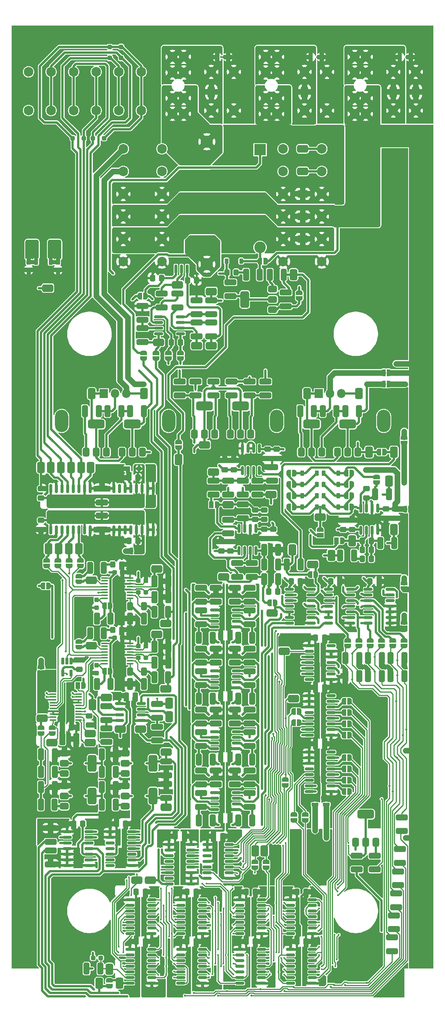
<source format=gbr>
%TF.GenerationSoftware,KiCad,Pcbnew,8.0.2*%
%TF.CreationDate,2024-12-14T16:11:43+01:00*%
%TF.ProjectId,pss_baseboard,7073735f-6261-4736-9562-6f6172642e6b,1.0.0*%
%TF.SameCoordinates,Original*%
%TF.FileFunction,Copper,L2,Bot*%
%TF.FilePolarity,Positive*%
%FSLAX46Y46*%
G04 Gerber Fmt 4.6, Leading zero omitted, Abs format (unit mm)*
G04 Created by KiCad (PCBNEW 8.0.2) date 2024-12-14 16:11:43*
%MOMM*%
%LPD*%
G01*
G04 APERTURE LIST*
G04 Aperture macros list*
%AMRoundRect*
0 Rectangle with rounded corners*
0 $1 Rounding radius*
0 $2 $3 $4 $5 $6 $7 $8 $9 X,Y pos of 4 corners*
0 Add a 4 corners polygon primitive as box body*
4,1,4,$2,$3,$4,$5,$6,$7,$8,$9,$2,$3,0*
0 Add four circle primitives for the rounded corners*
1,1,$1+$1,$2,$3*
1,1,$1+$1,$4,$5*
1,1,$1+$1,$6,$7*
1,1,$1+$1,$8,$9*
0 Add four rect primitives between the rounded corners*
20,1,$1+$1,$2,$3,$4,$5,0*
20,1,$1+$1,$4,$5,$6,$7,0*
20,1,$1+$1,$6,$7,$8,$9,0*
20,1,$1+$1,$8,$9,$2,$3,0*%
%AMFreePoly0*
4,1,19,0.500000,-0.750000,0.000000,-0.750000,0.000000,-0.744911,-0.071157,-0.744911,-0.207708,-0.704816,-0.327430,-0.627875,-0.420627,-0.520320,-0.479746,-0.390866,-0.500000,-0.250000,-0.500000,0.250000,-0.479746,0.390866,-0.420627,0.520320,-0.327430,0.627875,-0.207708,0.704816,-0.071157,0.744911,0.000000,0.744911,0.000000,0.750000,0.500000,0.750000,0.500000,-0.750000,0.500000,-0.750000,
$1*%
%AMFreePoly1*
4,1,19,0.000000,0.744911,0.071157,0.744911,0.207708,0.704816,0.327430,0.627875,0.420627,0.520320,0.479746,0.390866,0.500000,0.250000,0.500000,-0.250000,0.479746,-0.390866,0.420627,-0.520320,0.327430,-0.627875,0.207708,-0.704816,0.071157,-0.744911,0.000000,-0.744911,0.000000,-0.750000,-0.500000,-0.750000,-0.500000,0.750000,0.000000,0.750000,0.000000,0.744911,0.000000,0.744911,
$1*%
%AMFreePoly2*
4,1,19,0.550000,-0.750000,0.000000,-0.750000,0.000000,-0.744911,-0.071157,-0.744911,-0.207708,-0.704816,-0.327430,-0.627875,-0.420627,-0.520320,-0.479746,-0.390866,-0.500000,-0.250000,-0.500000,0.250000,-0.479746,0.390866,-0.420627,0.520320,-0.327430,0.627875,-0.207708,0.704816,-0.071157,0.744911,0.000000,0.744911,0.000000,0.750000,0.550000,0.750000,0.550000,-0.750000,0.550000,-0.750000,
$1*%
%AMFreePoly3*
4,1,19,0.000000,0.744911,0.071157,0.744911,0.207708,0.704816,0.327430,0.627875,0.420627,0.520320,0.479746,0.390866,0.500000,0.250000,0.500000,-0.250000,0.479746,-0.390866,0.420627,-0.520320,0.327430,-0.627875,0.207708,-0.704816,0.071157,-0.744911,0.000000,-0.744911,0.000000,-0.750000,-0.550000,-0.750000,-0.550000,0.750000,0.000000,0.750000,0.000000,0.744911,0.000000,0.744911,
$1*%
G04 Aperture macros list end*
%TA.AperFunction,ComponentPad*%
%ADD10C,2.800000*%
%TD*%
%TA.AperFunction,ComponentPad*%
%ADD11R,2.600000X2.600000*%
%TD*%
%TA.AperFunction,ComponentPad*%
%ADD12C,2.600000*%
%TD*%
%TA.AperFunction,ComponentPad*%
%ADD13R,1.905000X2.000000*%
%TD*%
%TA.AperFunction,ComponentPad*%
%ADD14O,1.905000X2.000000*%
%TD*%
%TA.AperFunction,ComponentPad*%
%ADD15O,3.000000X5.050000*%
%TD*%
%TA.AperFunction,ComponentPad*%
%ADD16C,2.162000*%
%TD*%
%TA.AperFunction,ComponentPad*%
%ADD17C,2.200000*%
%TD*%
%TA.AperFunction,SMDPad,CuDef*%
%ADD18RoundRect,0.426829X0.823171X0.448171X-0.823171X0.448171X-0.823171X-0.448171X0.823171X-0.448171X0*%
%TD*%
%TA.AperFunction,SMDPad,CuDef*%
%ADD19RoundRect,0.150000X-0.150000X0.875000X-0.150000X-0.875000X0.150000X-0.875000X0.150000X0.875000X0*%
%TD*%
%TA.AperFunction,SMDPad,CuDef*%
%ADD20FreePoly0,270.000000*%
%TD*%
%TA.AperFunction,SMDPad,CuDef*%
%ADD21FreePoly1,270.000000*%
%TD*%
%TA.AperFunction,SMDPad,CuDef*%
%ADD22RoundRect,0.250000X-0.400000X-1.075000X0.400000X-1.075000X0.400000X1.075000X-0.400000X1.075000X0*%
%TD*%
%TA.AperFunction,SMDPad,CuDef*%
%ADD23RoundRect,0.250000X0.400000X1.075000X-0.400000X1.075000X-0.400000X-1.075000X0.400000X-1.075000X0*%
%TD*%
%TA.AperFunction,SMDPad,CuDef*%
%ADD24RoundRect,0.150000X0.825000X0.150000X-0.825000X0.150000X-0.825000X-0.150000X0.825000X-0.150000X0*%
%TD*%
%TA.AperFunction,SMDPad,CuDef*%
%ADD25RoundRect,0.237500X0.300000X0.237500X-0.300000X0.237500X-0.300000X-0.237500X0.300000X-0.237500X0*%
%TD*%
%TA.AperFunction,SMDPad,CuDef*%
%ADD26RoundRect,0.250000X-1.075000X0.400000X-1.075000X-0.400000X1.075000X-0.400000X1.075000X0.400000X0*%
%TD*%
%TA.AperFunction,SMDPad,CuDef*%
%ADD27RoundRect,0.250000X0.337500X0.475000X-0.337500X0.475000X-0.337500X-0.475000X0.337500X-0.475000X0*%
%TD*%
%TA.AperFunction,SMDPad,CuDef*%
%ADD28RoundRect,0.250000X-0.412500X-0.650000X0.412500X-0.650000X0.412500X0.650000X-0.412500X0.650000X0*%
%TD*%
%TA.AperFunction,SMDPad,CuDef*%
%ADD29RoundRect,0.250000X0.475000X-0.337500X0.475000X0.337500X-0.475000X0.337500X-0.475000X-0.337500X0*%
%TD*%
%TA.AperFunction,SMDPad,CuDef*%
%ADD30FreePoly0,90.000000*%
%TD*%
%TA.AperFunction,SMDPad,CuDef*%
%ADD31FreePoly1,90.000000*%
%TD*%
%TA.AperFunction,SMDPad,CuDef*%
%ADD32RoundRect,0.250000X-0.475000X0.337500X-0.475000X-0.337500X0.475000X-0.337500X0.475000X0.337500X0*%
%TD*%
%TA.AperFunction,SMDPad,CuDef*%
%ADD33RoundRect,0.426829X-0.448171X0.823171X-0.448171X-0.823171X0.448171X-0.823171X0.448171X0.823171X0*%
%TD*%
%TA.AperFunction,SMDPad,CuDef*%
%ADD34RoundRect,0.426829X-0.823171X-0.448171X0.823171X-0.448171X0.823171X0.448171X-0.823171X0.448171X0*%
%TD*%
%TA.AperFunction,SMDPad,CuDef*%
%ADD35RoundRect,0.225000X0.225000X0.375000X-0.225000X0.375000X-0.225000X-0.375000X0.225000X-0.375000X0*%
%TD*%
%TA.AperFunction,SMDPad,CuDef*%
%ADD36RoundRect,0.375000X0.375000X-0.625000X0.375000X0.625000X-0.375000X0.625000X-0.375000X-0.625000X0*%
%TD*%
%TA.AperFunction,SMDPad,CuDef*%
%ADD37RoundRect,0.500000X1.400000X-0.500000X1.400000X0.500000X-1.400000X0.500000X-1.400000X-0.500000X0*%
%TD*%
%TA.AperFunction,SMDPad,CuDef*%
%ADD38RoundRect,0.250000X0.325000X0.450000X-0.325000X0.450000X-0.325000X-0.450000X0.325000X-0.450000X0*%
%TD*%
%TA.AperFunction,SMDPad,CuDef*%
%ADD39FreePoly0,0.000000*%
%TD*%
%TA.AperFunction,SMDPad,CuDef*%
%ADD40FreePoly1,0.000000*%
%TD*%
%TA.AperFunction,SMDPad,CuDef*%
%ADD41RoundRect,0.375000X0.625000X0.375000X-0.625000X0.375000X-0.625000X-0.375000X0.625000X-0.375000X0*%
%TD*%
%TA.AperFunction,SMDPad,CuDef*%
%ADD42RoundRect,0.500000X0.500000X1.400000X-0.500000X1.400000X-0.500000X-1.400000X0.500000X-1.400000X0*%
%TD*%
%TA.AperFunction,SMDPad,CuDef*%
%ADD43RoundRect,0.250000X1.075000X-0.400000X1.075000X0.400000X-1.075000X0.400000X-1.075000X-0.400000X0*%
%TD*%
%TA.AperFunction,SMDPad,CuDef*%
%ADD44FreePoly0,180.000000*%
%TD*%
%TA.AperFunction,SMDPad,CuDef*%
%ADD45FreePoly1,180.000000*%
%TD*%
%TA.AperFunction,SMDPad,CuDef*%
%ADD46RoundRect,0.250000X-0.337500X-0.475000X0.337500X-0.475000X0.337500X0.475000X-0.337500X0.475000X0*%
%TD*%
%TA.AperFunction,SMDPad,CuDef*%
%ADD47RoundRect,0.150000X-0.825000X-0.150000X0.825000X-0.150000X0.825000X0.150000X-0.825000X0.150000X0*%
%TD*%
%TA.AperFunction,SMDPad,CuDef*%
%ADD48RoundRect,0.426829X0.448171X-0.823171X0.448171X0.823171X-0.448171X0.823171X-0.448171X-0.823171X0*%
%TD*%
%TA.AperFunction,SMDPad,CuDef*%
%ADD49RoundRect,0.237500X0.237500X-0.300000X0.237500X0.300000X-0.237500X0.300000X-0.237500X-0.300000X0*%
%TD*%
%TA.AperFunction,SMDPad,CuDef*%
%ADD50RoundRect,0.225000X-0.225000X-0.375000X0.225000X-0.375000X0.225000X0.375000X-0.225000X0.375000X0*%
%TD*%
%TA.AperFunction,SMDPad,CuDef*%
%ADD51RoundRect,0.100000X0.637500X0.100000X-0.637500X0.100000X-0.637500X-0.100000X0.637500X-0.100000X0*%
%TD*%
%TA.AperFunction,SMDPad,CuDef*%
%ADD52RoundRect,0.250000X0.250000X0.250000X-0.250000X0.250000X-0.250000X-0.250000X0.250000X-0.250000X0*%
%TD*%
%TA.AperFunction,SMDPad,CuDef*%
%ADD53RoundRect,0.250000X0.350000X-0.850000X0.350000X0.850000X-0.350000X0.850000X-0.350000X-0.850000X0*%
%TD*%
%TA.AperFunction,SMDPad,CuDef*%
%ADD54RoundRect,0.250000X1.125000X-1.275000X1.125000X1.275000X-1.125000X1.275000X-1.125000X-1.275000X0*%
%TD*%
%TA.AperFunction,SMDPad,CuDef*%
%ADD55RoundRect,0.249997X2.650003X-2.950003X2.650003X2.950003X-2.650003X2.950003X-2.650003X-2.950003X0*%
%TD*%
%TA.AperFunction,SMDPad,CuDef*%
%ADD56RoundRect,0.250000X0.412500X1.100000X-0.412500X1.100000X-0.412500X-1.100000X0.412500X-1.100000X0*%
%TD*%
%TA.AperFunction,SMDPad,CuDef*%
%ADD57FreePoly2,180.000000*%
%TD*%
%TA.AperFunction,SMDPad,CuDef*%
%ADD58R,1.000000X1.500000*%
%TD*%
%TA.AperFunction,SMDPad,CuDef*%
%ADD59FreePoly3,180.000000*%
%TD*%
%TA.AperFunction,SMDPad,CuDef*%
%ADD60RoundRect,0.250000X-0.250000X0.250000X-0.250000X-0.250000X0.250000X-0.250000X0.250000X0.250000X0*%
%TD*%
%TA.AperFunction,SMDPad,CuDef*%
%ADD61RoundRect,0.100000X-0.637500X-0.100000X0.637500X-0.100000X0.637500X0.100000X-0.637500X0.100000X0*%
%TD*%
%TA.AperFunction,SMDPad,CuDef*%
%ADD62RoundRect,0.375000X-0.625000X-0.375000X0.625000X-0.375000X0.625000X0.375000X-0.625000X0.375000X0*%
%TD*%
%TA.AperFunction,SMDPad,CuDef*%
%ADD63RoundRect,0.500000X-0.500000X-1.400000X0.500000X-1.400000X0.500000X1.400000X-0.500000X1.400000X0*%
%TD*%
%TA.AperFunction,SMDPad,CuDef*%
%ADD64RoundRect,0.250000X-0.250000X-0.250000X0.250000X-0.250000X0.250000X0.250000X-0.250000X0.250000X0*%
%TD*%
%TA.AperFunction,SMDPad,CuDef*%
%ADD65RoundRect,0.150000X-0.150000X0.825000X-0.150000X-0.825000X0.150000X-0.825000X0.150000X0.825000X0*%
%TD*%
%TA.AperFunction,SMDPad,CuDef*%
%ADD66RoundRect,0.162500X-0.162500X0.617500X-0.162500X-0.617500X0.162500X-0.617500X0.162500X0.617500X0*%
%TD*%
%TA.AperFunction,SMDPad,CuDef*%
%ADD67FreePoly2,270.000000*%
%TD*%
%TA.AperFunction,SMDPad,CuDef*%
%ADD68R,1.500000X1.000000*%
%TD*%
%TA.AperFunction,SMDPad,CuDef*%
%ADD69FreePoly3,270.000000*%
%TD*%
%TA.AperFunction,SMDPad,CuDef*%
%ADD70RoundRect,0.250000X-1.100000X0.412500X-1.100000X-0.412500X1.100000X-0.412500X1.100000X0.412500X0*%
%TD*%
%TA.AperFunction,SMDPad,CuDef*%
%ADD71RoundRect,0.150000X0.150000X-0.825000X0.150000X0.825000X-0.150000X0.825000X-0.150000X-0.825000X0*%
%TD*%
%TA.AperFunction,SMDPad,CuDef*%
%ADD72RoundRect,0.250000X1.100000X-0.412500X1.100000X0.412500X-1.100000X0.412500X-1.100000X-0.412500X0*%
%TD*%
%TA.AperFunction,SMDPad,CuDef*%
%ADD73RoundRect,0.237500X-0.300000X-0.237500X0.300000X-0.237500X0.300000X0.237500X-0.300000X0.237500X0*%
%TD*%
%TA.AperFunction,SMDPad,CuDef*%
%ADD74RoundRect,0.150000X0.150000X-0.875000X0.150000X0.875000X-0.150000X0.875000X-0.150000X-0.875000X0*%
%TD*%
%TA.AperFunction,ViaPad*%
%ADD75C,0.450000*%
%TD*%
%TA.AperFunction,ViaPad*%
%ADD76C,0.500000*%
%TD*%
%TA.AperFunction,Conductor*%
%ADD77C,0.254000*%
%TD*%
%TA.AperFunction,Conductor*%
%ADD78C,0.508000*%
%TD*%
%TA.AperFunction,Conductor*%
%ADD79C,1.270000*%
%TD*%
G04 APERTURE END LIST*
D10*
%TO.P,K3501,11*%
%TO.N,Net-(F3501-Pad2)*%
X206447500Y-46700000D03*
%TO.P,K3501,14*%
%TO.N,/measurement/meas_out_v*%
X206447500Y-74300000D03*
D11*
%TO.P,K3501,A1*%
%TO.N,Net-(D3501-A)*%
X218447500Y-48500000D03*
D12*
%TO.P,K3501,A2*%
%TO.N,-5V_relay*%
X218447500Y-70500000D03*
%TD*%
D13*
%TO.P,Q1908,1,B*%
%TO.N,Net-(Q1905-E)*%
X231696000Y-103445000D03*
D14*
%TO.P,Q1908,2,C*%
%TO.N,-5V_bias*%
X234236000Y-103445000D03*
%TO.P,Q1908,3,E*%
%TO.N,/power-electronics/outstage/v_in-*%
X236776000Y-103445000D03*
%TD*%
D15*
%TO.P,HS1902,1*%
%TO.N,unconnected-(HS1902-Pad1)*%
X246276000Y-109605000D03*
%TO.N,unconnected-(HS1902-Pad1)_0*%
X222196000Y-109605000D03*
%TD*%
D16*
%TO.P,J2002,1,Pin_1*%
%TO.N,/power-electronics/outstage/v_in+*%
X196347500Y-48300000D03*
X187647500Y-48300000D03*
%TO.P,J2002,2,Pin_2*%
%TO.N,/power-electronics/outstage/v_in-*%
X196347500Y-53380000D03*
X187647500Y-53380000D03*
%TO.P,J2002,3,Pin_3*%
%TO.N,+10V*%
X196347500Y-58460000D03*
X187647500Y-58460000D03*
%TO.P,J2002,4,Pin_4*%
%TO.N,-5V*%
X196347500Y-63540000D03*
X187647500Y-63540000D03*
%TO.P,J2002,5,Pin_5*%
%TO.N,/power-electronics/outstage/v_out*%
X196347500Y-68620000D03*
X187647500Y-68620000D03*
%TO.P,J2002,6,Pin_6*%
%TO.N,GND*%
X196347500Y-73700000D03*
X187647500Y-73700000D03*
%TD*%
D15*
%TO.P,HS1901,1*%
%TO.N,unconnected-(HS1901-Pad1)*%
X197834130Y-109605000D03*
%TO.N,unconnected-(HS1901-Pad1)_0*%
X173754130Y-109605000D03*
%TD*%
D16*
%TO.P,J103,1,Pin_1*%
%TO.N,GND*%
X253540000Y-39667500D03*
X253540000Y-30967500D03*
%TO.P,J103,2,Pin_2*%
%TO.N,/power/-5V_supply*%
X248460000Y-39667500D03*
X248460000Y-30967500D03*
%TD*%
%TO.P,J102,1,Pin_1*%
%TO.N,GND*%
X233540000Y-39667500D03*
X233540000Y-30967500D03*
%TO.P,J102,2,Pin_2*%
%TO.N,/power/+10V_supply*%
X228460000Y-39667500D03*
X228460000Y-30967500D03*
%TD*%
%TO.P,J104,1,Pin_1*%
%TO.N,GND*%
X212540000Y-39667500D03*
X212540000Y-30967500D03*
%TO.P,J104,2,Pin_2*%
%TO.N,/relay/out*%
X207460000Y-39667500D03*
X207460000Y-30967500D03*
%TD*%
D13*
%TO.P,Q1907,1,B*%
%TO.N,Net-(Q1903-C)*%
X183254130Y-103450000D03*
D14*
%TO.P,Q1907,2,C*%
%TO.N,+10V_bias*%
X185794130Y-103450000D03*
%TO.P,Q1907,3,E*%
%TO.N,/power-electronics/outstage/v_in+*%
X188334130Y-103450000D03*
%TD*%
D16*
%TO.P,J2001,1,Pin_1*%
%TO.N,GND*%
X223652500Y-73700000D03*
X232352500Y-73700000D03*
%TO.P,J2001,2,Pin_2*%
%TO.N,/power-electronics/outstage/v_out*%
X223652500Y-68620000D03*
X232352500Y-68620000D03*
%TO.P,J2001,3,Pin_3*%
%TO.N,-5V*%
X223652500Y-63540000D03*
X232352500Y-63540000D03*
%TO.P,J2001,4,Pin_4*%
%TO.N,+10V*%
X223652500Y-58460000D03*
X232352500Y-58460000D03*
%TO.P,J2001,5,Pin_5*%
%TO.N,/power-electronics/outstage/v_in-*%
X223652500Y-53380000D03*
X232352500Y-53380000D03*
%TO.P,J2001,6,Pin_6*%
%TO.N,/power-electronics/outstage/v_in+*%
X223652500Y-48300000D03*
X232352500Y-48300000D03*
%TD*%
D17*
%TO.P,F3501,1*%
%TO.N,/relay/out*%
X201250000Y-27600000D03*
X198750000Y-27600000D03*
X201250000Y-31100000D03*
X198750000Y-31100000D03*
%TO.P,F3501,2*%
%TO.N,Net-(F3501-Pad2)*%
X201250000Y-36900000D03*
X198750000Y-36900000D03*
X201250000Y-40400000D03*
X198750000Y-40400000D03*
%TD*%
%TO.P,F1702,1*%
%TO.N,+10V*%
X219750000Y-40400000D03*
X222250000Y-40400000D03*
X219750000Y-36900000D03*
X222250000Y-36900000D03*
%TO.P,F1702,2*%
%TO.N,/power/+10V_supply*%
X219750000Y-31100000D03*
X222250000Y-31100000D03*
X219750000Y-27600000D03*
X222250000Y-27600000D03*
%TD*%
%TO.P,F1704,1*%
%TO.N,-5V*%
X239750000Y-40400000D03*
X242250000Y-40400000D03*
X239750000Y-36900000D03*
X242250000Y-36900000D03*
%TO.P,F1704,2*%
%TO.N,/power/-5V_supply*%
X239750000Y-31100000D03*
X242250000Y-31100000D03*
X239750000Y-27600000D03*
X242250000Y-27600000D03*
%TD*%
D16*
%TO.P,J101,1,Pin_1*%
%TO.N,GNDI*%
X191700000Y-39667500D03*
X191700000Y-30967500D03*
%TO.P,J101,2,Pin_2*%
%TO.N,/digital-interface/~{CS_ISO}*%
X186620000Y-39667500D03*
X186620000Y-30967500D03*
%TO.P,J101,3,Pin_3*%
%TO.N,/digital-interface/SCKL_ISO*%
X181540000Y-39667500D03*
X181540000Y-30967500D03*
%TO.P,J101,4,Pin_4*%
%TO.N,/digital-interface/SDI_ISO*%
X176460000Y-39667500D03*
X176460000Y-30967500D03*
%TO.P,J101,5,Pin_5*%
%TO.N,/digital-interface/SDO_ISO*%
X171380000Y-39667500D03*
X171380000Y-30967500D03*
%TO.P,J101,6,Pin_6*%
%TO.N,unconnected-(J101-Pin_6-Pad6)_0*%
X166300000Y-39667500D03*
%TO.N,unconnected-(J101-Pin_6-Pad6)*%
X166300000Y-30967500D03*
%TD*%
D18*
%TO.P,TP913,1,1*%
%TO.N,/conf_refselect_v*%
X193693200Y-213040000D03*
%TD*%
D19*
%TO.P,U701,1,VDD1*%
%TO.N,+5VI*%
X171265000Y-124824000D03*
%TO.P,U701,2,GND1*%
%TO.N,GNDI*%
X172535000Y-124824000D03*
%TO.P,U701,3,A1*%
%TO.N,/digital-interface/~{CS_ISO}*%
X173805000Y-124824000D03*
%TO.P,U701,4,A2*%
%TO.N,/digital-interface/SCKL_ISO*%
X175075000Y-124824000D03*
%TO.P,U701,5,A3*%
%TO.N,/digital-interface/SDI_ISO*%
X176345000Y-124824000D03*
%TO.P,U701,6,A4*%
%TO.N,/digital-interface/SDO_ISO*%
X177615000Y-124824000D03*
%TO.P,U701,7,EN1*%
%TO.N,+5VI*%
X178885000Y-124824000D03*
%TO.P,U701,8,GND1*%
%TO.N,GNDI*%
X180155000Y-124824000D03*
%TO.P,U701,9,GND2*%
%TO.N,GND*%
X180155000Y-134124000D03*
%TO.P,U701,10,EN2*%
%TO.N,+5VA_digital-interface*%
X178885000Y-134124000D03*
%TO.P,U701,11,B4*%
%TO.N,/digital-interface/SDO*%
X177615000Y-134124000D03*
%TO.P,U701,12,B3*%
%TO.N,/digital-interface/SDI*%
X176345000Y-134124000D03*
%TO.P,U701,13,B2*%
%TO.N,/digital-interface/SCKL*%
X175075000Y-134124000D03*
%TO.P,U701,14,B1*%
%TO.N,/digital-interface/~{CS}*%
X173805000Y-134124000D03*
%TO.P,U701,15,GND2*%
%TO.N,GND*%
X172535000Y-134124000D03*
%TO.P,U701,16,VDD2*%
%TO.N,+5VA_digital-interface*%
X171265000Y-134124000D03*
%TD*%
D20*
%TO.P,JP109,1,A*%
%TO.N,/digital-interface/SDI*%
X175456000Y-141016000D03*
D21*
%TO.P,JP109,2,B*%
%TO.N,/SDI*%
X175456000Y-142316000D03*
%TD*%
D22*
%TO.P,R303,1*%
%TO.N,Net-(U301-AIN_P)*%
X194645465Y-152588000D03*
%TO.P,R303,2*%
%TO.N,/meas_out_v*%
X197745465Y-152588000D03*
%TD*%
D23*
%TO.P,R304,1*%
%TO.N,Net-(U301-AIN_GND)*%
X192251965Y-154112000D03*
%TO.P,R304,2*%
%TO.N,GND*%
X189151965Y-154112000D03*
%TD*%
D24*
%TO.P,U1405,1*%
%TO.N,/limit-logic/mode-transition/~{comp_lcle}*%
X218825000Y-228661000D03*
%TO.P,U1405,2*%
%TO.N,/limit-logic/mode-transition/comp_mstt*%
X218825000Y-229931000D03*
%TO.P,U1405,3*%
%TO.N,Net-(U1405-Pad3)*%
X218825000Y-231201000D03*
%TO.P,U1405,4*%
%TO.N,Net-(U1405-Pad4)*%
X218825000Y-232471000D03*
%TO.P,U1405,5*%
%TO.N,/limit-logic/mode-transition/~{comp_ucle}*%
X218825000Y-233741000D03*
%TO.P,U1405,6*%
%TO.N,/limit-logic/mode-transition/comp_mgtt*%
X218825000Y-235011000D03*
%TO.P,U1405,7,Vss*%
%TO.N,-5V_mode-transition*%
X218825000Y-236281000D03*
%TO.P,U1405,8*%
%TO.N,/limit-logic/mode-transition/~{comp_lvle}*%
X213875000Y-236281000D03*
%TO.P,U1405,9*%
%TO.N,/limit-logic/mode-transition/comp_mstt*%
X213875000Y-235011000D03*
%TO.P,U1405,10*%
%TO.N,Net-(U1405-Pad10)*%
X213875000Y-233741000D03*
%TO.P,U1405,11*%
%TO.N,Net-(U1405-Pad11)*%
X213875000Y-232471000D03*
%TO.P,U1405,12*%
%TO.N,/limit-logic/mode-transition/~{comp_uvle}*%
X213875000Y-231201000D03*
%TO.P,U1405,13*%
%TO.N,/limit-logic/mode-transition/comp_mgtt*%
X213875000Y-229931000D03*
%TO.P,U1405,14,Vdd*%
%TO.N,+10V_mode-transition*%
X213875000Y-228661000D03*
%TD*%
D25*
%TO.P,C306,1*%
%TO.N,GND*%
X192739965Y-148229000D03*
%TO.P,C306,2*%
%TO.N,Net-(U301-REFCAP)*%
X191014965Y-148229000D03*
%TD*%
D26*
%TO.P,R503,1*%
%TO.N,Net-(U501B--)*%
X216604000Y-141640000D03*
%TO.P,R503,2*%
%TO.N,/control-var/ref*%
X216604000Y-144740000D03*
%TD*%
D27*
%TO.P,C1001,1*%
%TO.N,-5V_compare-logic*%
X211672500Y-199070000D03*
%TO.P,C1001,2*%
%TO.N,+10V_compare-logic*%
X209597500Y-199070000D03*
%TD*%
D28*
%TO.P,C204,1*%
%TO.N,Net-(U201-AIN_GND)*%
X189151965Y-166050000D03*
%TO.P,C204,2*%
%TO.N,Net-(U201-AIN_P)*%
X192276965Y-166050000D03*
%TD*%
D18*
%TO.P,TP914,1,1*%
%TO.N,/conf_refselect_i*%
X190696000Y-213040000D03*
%TD*%
D29*
%TO.P,C504,1*%
%TO.N,+10V_control*%
X209746000Y-138893500D03*
%TO.P,C504,2*%
%TO.N,GND*%
X209746000Y-136818500D03*
%TD*%
D30*
%TO.P,JP1718,1,A*%
%TO.N,-5V*%
X250894000Y-147396000D03*
D31*
%TO.P,JP1718,2,B*%
%TO.N,-5V_mux*%
X250894000Y-146096000D03*
%TD*%
D32*
%TO.P,C401,1*%
%TO.N,GND*%
X177742000Y-163488500D03*
%TO.P,C401,2*%
%TO.N,+5VA_conf*%
X177742000Y-165563500D03*
%TD*%
D33*
%TO.P,TP710,1,1*%
%TO.N,/digital-interface/SDO*%
X177615000Y-138364000D03*
%TD*%
D34*
%TO.P,TP1506,1,1*%
%TO.N,/measurement/meas_out_i*%
X195587000Y-91882000D03*
%TD*%
D24*
%TO.P,U1001,1*%
%TO.N,/limit-logic/compare-logic/window-comparator/~{lle}*%
X213110000Y-193355000D03*
%TO.P,U1001,2,-*%
%TO.N,/limit-logic/compare-logic/window-comparator/l-*%
X213110000Y-194625000D03*
%TO.P,U1001,3,+*%
%TO.N,/limit-logic/compare-logic/window-comparator/l+*%
X213110000Y-195895000D03*
%TO.P,U1001,4,V-*%
%TO.N,-5V_compare-logic*%
X213110000Y-197165000D03*
%TO.P,U1001,5,+*%
%TO.N,/limit-logic/compare-logic/window-comparator/u+*%
X208160000Y-197165000D03*
%TO.P,U1001,6,-*%
%TO.N,/limit-logic/compare-logic/window-comparator/u-*%
X208160000Y-195895000D03*
%TO.P,U1001,7*%
%TO.N,/limit-logic/compare-logic/window-comparator/ule*%
X208160000Y-194625000D03*
%TO.P,U1001,8,V+*%
%TO.N,+10V_compare-logic*%
X208160000Y-193355000D03*
%TD*%
D30*
%TO.P,JP807,1,A*%
%TO.N,/limit-logic/mode-transition/enable_ok*%
X224122400Y-191719000D03*
D31*
%TO.P,JP807,2,B*%
%TO.N,/limit-logic/enable*%
X224122400Y-190419000D03*
%TD*%
D35*
%TO.P,D601,1,K*%
%TO.N,Net-(D601-K)*%
X231208000Y-121346000D03*
%TO.P,D601,2,A*%
%TO.N,/control-var/diode-network/1*%
X227908000Y-121346000D03*
%TD*%
D18*
%TO.P,TP506,1,1*%
%TO.N,Net-(U503A-+)*%
X207968000Y-121092000D03*
%TD*%
D36*
%TO.P,Q1903,1,B*%
%TO.N,Net-(Q1903-B)*%
X183852000Y-116622000D03*
%TO.P,Q1903,2,C*%
%TO.N,Net-(Q1903-C)*%
X181552000Y-116622000D03*
D37*
X181552000Y-110322000D03*
D36*
%TO.P,Q1903,3,E*%
%TO.N,Net-(Q1903-E)*%
X179252000Y-116622000D03*
%TD*%
D24*
%TO.P,U1406,1*%
%TO.N,/limit-logic/mode-transition/comp_ucle*%
X218825000Y-217485000D03*
%TO.P,U1406,2*%
%TO.N,Net-(U1405-Pad3)*%
X218825000Y-218755000D03*
%TO.P,U1406,3*%
%TO.N,Net-(U1406-Pad3)*%
X218825000Y-220025000D03*
%TO.P,U1406,4*%
%TO.N,Net-(U1406-Pad4)*%
X218825000Y-221295000D03*
%TO.P,U1406,5*%
%TO.N,/limit-logic/mode-transition/comp_lcle*%
X218825000Y-222565000D03*
%TO.P,U1406,6*%
%TO.N,Net-(U1405-Pad4)*%
X218825000Y-223835000D03*
%TO.P,U1406,7,Vss*%
%TO.N,-5V_mode-transition*%
X218825000Y-225105000D03*
%TO.P,U1406,8*%
%TO.N,/limit-logic/mode-transition/comp_uvle*%
X213875000Y-225105000D03*
%TO.P,U1406,9*%
%TO.N,Net-(U1405-Pad10)*%
X213875000Y-223835000D03*
%TO.P,U1406,10*%
%TO.N,Net-(U1406-Pad10)*%
X213875000Y-222565000D03*
%TO.P,U1406,11*%
%TO.N,Net-(U1406-Pad11)*%
X213875000Y-221295000D03*
%TO.P,U1406,12*%
%TO.N,/limit-logic/mode-transition/comp_lvle*%
X213875000Y-220025000D03*
%TO.P,U1406,13*%
%TO.N,Net-(U1405-Pad11)*%
X213875000Y-218755000D03*
%TO.P,U1406,14,Vdd*%
%TO.N,+10V_mode-transition*%
X213875000Y-217485000D03*
%TD*%
D38*
%TO.P,D3501,1,K*%
%TO.N,Net-(D3501-K)*%
X213057000Y-76134000D03*
%TO.P,D3501,2,A*%
%TO.N,Net-(D3501-A)*%
X211007000Y-76134000D03*
%TD*%
D39*
%TO.P,JP812,1,A*%
%TO.N,/limit-logic/mode-transition/r_mode_uclc*%
X225961600Y-177607000D03*
D40*
%TO.P,JP812,2,B*%
%TO.N,/limit-logic/r_mode_uclc*%
X227261600Y-177607000D03*
%TD*%
D41*
%TO.P,Q3501,1,B*%
%TO.N,Net-(Q3501-B)*%
X221278000Y-79930000D03*
%TO.P,Q3501,2,C*%
%TO.N,Net-(Q3501-C)*%
X221278000Y-82230000D03*
D42*
X214978000Y-82230000D03*
D41*
%TO.P,Q3501,3,E*%
%TO.N,+10V_relay*%
X221278000Y-84530000D03*
%TD*%
D26*
%TO.P,R1503,1*%
%TO.N,Net-(U1501B--)*%
X207460000Y-87437000D03*
%TO.P,R1503,2*%
%TO.N,/measurement/vzcr*%
X207460000Y-90537000D03*
%TD*%
D43*
%TO.P,R1304,1*%
%TO.N,/limit-logic/compare-logic/window-comparator3/l-*%
X212794000Y-150328000D03*
%TO.P,R1304,2*%
%TO.N,-5V_compare-logic*%
X212794000Y-147228000D03*
%TD*%
D30*
%TO.P,JP102,1,A*%
%TO.N,/limit-logic/mode_uvlc*%
X238194000Y-160350000D03*
D31*
%TO.P,JP102,2,B*%
%TO.N,/mux/mode_uvlc*%
X238194000Y-159050000D03*
%TD*%
D22*
%TO.P,R1106,1*%
%TO.N,/meas_out_i*%
X213530000Y-185862000D03*
%TO.P,R1106,2*%
%TO.N,/limit-logic/compare-logic/window-comparator1/l+*%
X216630000Y-185862000D03*
%TD*%
D33*
%TO.P,TP709,1,1*%
%TO.N,/digital-interface/SDI*%
X175329000Y-138364000D03*
%TD*%
D44*
%TO.P,JP810,1,A*%
%TO.N,/limit-logic/mode-transition/r_mode_lclc*%
X238590000Y-180401000D03*
D45*
%TO.P,JP810,2,B*%
%TO.N,/limit-logic/r_mode_lclc*%
X237290000Y-180401000D03*
%TD*%
D46*
%TO.P,C706,1*%
%TO.N,GND*%
X188896500Y-136586000D03*
%TO.P,C706,2*%
%TO.N,+5VA_digital-interface*%
X190971500Y-136586000D03*
%TD*%
D23*
%TO.P,R301,1*%
%TO.N,+5VA_adc*%
X184791465Y-154112000D03*
%TO.P,R301,2*%
%TO.N,Net-(JP301-B)*%
X181691465Y-154112000D03*
%TD*%
%TO.P,R1205,1*%
%TO.N,/meas_out_v*%
X207740000Y-172146000D03*
%TO.P,R1205,2*%
%TO.N,/limit-logic/compare-logic/window-comparator2/u+*%
X204640000Y-172146000D03*
%TD*%
D34*
%TO.P,TP203,1,1*%
%TO.N,/meas_out_i*%
X197173000Y-169987000D03*
%TD*%
D24*
%TO.P,U1101,1*%
%TO.N,/limit-logic/compare-logic/window-comparator1/~{lle}*%
X213110000Y-179639000D03*
%TO.P,U1101,2,-*%
%TO.N,/limit-logic/compare-logic/window-comparator1/l-*%
X213110000Y-180909000D03*
%TO.P,U1101,3,+*%
%TO.N,/limit-logic/compare-logic/window-comparator1/l+*%
X213110000Y-182179000D03*
%TO.P,U1101,4,V-*%
%TO.N,-5V_compare-logic*%
X213110000Y-183449000D03*
%TO.P,U1101,5,+*%
%TO.N,/limit-logic/compare-logic/window-comparator1/u+*%
X208160000Y-183449000D03*
%TO.P,U1101,6,-*%
%TO.N,/limit-logic/compare-logic/window-comparator1/u-*%
X208160000Y-182179000D03*
%TO.P,U1101,7*%
%TO.N,/limit-logic/compare-logic/window-comparator1/ule*%
X208160000Y-180909000D03*
%TO.P,U1101,8,V+*%
%TO.N,+10V_compare-logic*%
X208160000Y-179639000D03*
%TD*%
D38*
%TO.P,D201,1,K*%
%TO.N,GND*%
X187291965Y-156652000D03*
%TO.P,D201,2,A*%
%TO.N,Net-(D201-A)*%
X185241965Y-156652000D03*
%TD*%
D44*
%TO.P,JP811,1,A*%
%TO.N,/limit-logic/mode-transition/s_mode_lclc*%
X238590000Y-177861000D03*
D45*
%TO.P,JP811,2,B*%
%TO.N,/limit-logic/s_mode_lclc*%
X237290000Y-177861000D03*
%TD*%
D26*
%TO.P,R3504,1*%
%TO.N,Net-(D3501-A)*%
X211778000Y-78394000D03*
%TO.P,R3504,2*%
%TO.N,Net-(Q3501-C)*%
X211778000Y-81494000D03*
%TD*%
D22*
%TO.P,R3501,1*%
%TO.N,Net-(D3501-K)*%
X215282000Y-76642000D03*
%TO.P,R3501,2*%
%TO.N,-5V_relay*%
X218382000Y-76642000D03*
%TD*%
D47*
%TO.P,U1602,1*%
%TO.N,/conf_iref*%
X233897750Y-155128000D03*
%TO.P,U1602,2*%
%TO.N,/mux/mux_ref*%
X233897750Y-153858000D03*
%TO.P,U1602,3*%
X233897750Y-152588000D03*
%TO.P,U1602,4*%
%TO.N,/conf_uvl*%
X233897750Y-151318000D03*
%TO.P,U1602,5*%
%TO.N,/mux/mode_uvlc*%
X233897750Y-150048000D03*
%TO.P,U1602,6*%
%TO.N,Net-(U1602-Pad6)*%
X233897750Y-148778000D03*
%TO.P,U1602,7,VSS*%
%TO.N,-5V_mux*%
X233897750Y-147508000D03*
%TO.P,U1602,8*%
%TO.N,/meas_out_v*%
X238847750Y-147508000D03*
%TO.P,U1602,9*%
%TO.N,/mux/mux_meas*%
X238847750Y-148778000D03*
%TO.P,U1602,10*%
%TO.N,/mux/mux_ref*%
X238847750Y-150048000D03*
%TO.P,U1602,11*%
%TO.N,/conf_lvl*%
X238847750Y-151318000D03*
%TO.P,U1602,12*%
%TO.N,/mux/mode_lvlc*%
X238847750Y-152588000D03*
%TO.P,U1602,13*%
%TO.N,/mux/mode_cc*%
X238847750Y-153858000D03*
%TO.P,U1602,14,VDD*%
%TO.N,+10V_mux*%
X238847750Y-155128000D03*
%TD*%
D29*
%TO.P,C508,1*%
%TO.N,+10V_control*%
X239210000Y-134067500D03*
%TO.P,C508,2*%
%TO.N,GND*%
X239210000Y-131992500D03*
%TD*%
D43*
%TO.P,R1007,1*%
%TO.N,/limit-logic/compare-logic/window-comparator/u+*%
X205174000Y-196556000D03*
%TO.P,R1007,2*%
%TO.N,/limit-logic/compare-logic/window-comparator/ule*%
X205174000Y-193456000D03*
%TD*%
D35*
%TO.P,D607,1,K*%
%TO.N,/control-var/integrator*%
X231208000Y-128966000D03*
%TO.P,D607,2,A*%
%TO.N,Net-(D605-K)*%
X227908000Y-128966000D03*
%TD*%
D25*
%TO.P,C202,1*%
%TO.N,GND*%
X187405965Y-158430000D03*
%TO.P,C202,2*%
%TO.N,+5VA_adc*%
X185680965Y-158430000D03*
%TD*%
D33*
%TO.P,TP1903,1,1*%
%TO.N,Net-(Q1903-C)*%
X180536000Y-103450000D03*
%TD*%
%TO.P,TP1703,1,1*%
%TO.N,/power/-5V_supply*%
X248460000Y-35494000D03*
%TD*%
D34*
%TO.P,TP410,1,1*%
%TO.N,/conf/conf_ucl*%
X183838000Y-171892000D03*
%TD*%
D18*
%TO.P,TP802,1,1*%
%TO.N,/limit-logic/enable*%
X226002000Y-172146000D03*
%TD*%
D30*
%TO.P,JP1704,1,A*%
%TO.N,+10V*%
X230828000Y-196164000D03*
D31*
%TO.P,JP1704,2,B*%
%TO.N,+10V_limit-logic*%
X230828000Y-194864000D03*
%TD*%
D33*
%TO.P,TP408,1,1*%
%TO.N,/conf/conf_uvl*%
X197935000Y-176210000D03*
%TD*%
D44*
%TO.P,JP112,1,A*%
%TO.N,/mux/mux_meas*%
X230970000Y-144206000D03*
D45*
%TO.P,JP112,2,B*%
%TO.N,/control-var/meas*%
X229670000Y-144206000D03*
%TD*%
D48*
%TO.P,TP703,1,1*%
%TO.N,/digital-interface/SDI_ISO*%
X175837000Y-120076000D03*
%TD*%
D43*
%TO.P,R515,1*%
%TO.N,Net-(R515-Pad1)*%
X217874000Y-126198000D03*
%TO.P,R515,2*%
%TO.N,Net-(U503A--)*%
X217874000Y-123098000D03*
%TD*%
D27*
%TO.P,C1404,1*%
%TO.N,-5V_mode-transition*%
X192622500Y-226883000D03*
%TO.P,C1404,2*%
%TO.N,+10V_mode-transition*%
X190547500Y-226883000D03*
%TD*%
D18*
%TO.P,TP2001,1,1*%
%TO.N,/power-electronics/outstage/v_in+*%
X228034000Y-48300000D03*
%TD*%
D23*
%TO.P,R1005,1*%
%TO.N,/meas_out_v*%
X207740000Y-199578000D03*
%TO.P,R1005,2*%
%TO.N,/limit-logic/compare-logic/window-comparator/u+*%
X204640000Y-199578000D03*
%TD*%
D22*
%TO.P,R3503,1*%
%TO.N,Net-(Q3501-B)*%
X220642000Y-76642000D03*
%TO.P,R3503,2*%
%TO.N,/~{relay_connect}*%
X223742000Y-76642000D03*
%TD*%
D34*
%TO.P,TP504,1,1*%
%TO.N,/control-var/proportional*%
X211270000Y-128458000D03*
%TD*%
D26*
%TO.P,R407,1*%
%TO.N,/conf/conf_lvl*%
X195268000Y-173390000D03*
%TO.P,R407,2*%
%TO.N,Net-(U404A-+)*%
X195268000Y-176490000D03*
%TD*%
D30*
%TO.P,JP818,1,A*%
%TO.N,/limit-logic/mode-transition/r_mode_uvlc*%
X228643600Y-199567600D03*
D31*
%TO.P,JP818,2,B*%
%TO.N,/limit-logic/r_mode_uvlc*%
X228643600Y-198267600D03*
%TD*%
D26*
%TO.P,R1903,1*%
%TO.N,Net-(Q1901-C)*%
X207968000Y-100746000D03*
%TO.P,R1903,2*%
%TO.N,Net-(Q1902-B)*%
X207968000Y-103846000D03*
%TD*%
D27*
%TO.P,C802,1*%
%TO.N,-5V_limit-logic*%
X233008500Y-169606000D03*
%TO.P,C802,2*%
%TO.N,+10V_limit-logic*%
X230933500Y-169606000D03*
%TD*%
D44*
%TO.P,JP815,1,A*%
%TO.N,/limit-logic/mode-transition/s_mode_cc*%
X238590000Y-188021000D03*
D45*
%TO.P,JP815,2,B*%
%TO.N,/limit-logic/s_mode_cc*%
X237290000Y-188021000D03*
%TD*%
D49*
%TO.P,C201,1*%
%TO.N,GND*%
X181590465Y-166404500D03*
%TO.P,C201,2*%
%TO.N,Net-(JP201-B)*%
X181590465Y-164679500D03*
%TD*%
D24*
%TO.P,U1402,1*%
%TO.N,/limit-logic/mode-transition/~{comp_lcle}*%
X205490000Y-217485000D03*
%TO.P,U1402,2*%
%TO.N,/limit-logic/mode-transition/~{comp_ucle}*%
X205490000Y-218755000D03*
%TO.P,U1402,3*%
%TO.N,/conf_refselect_v*%
X205490000Y-220025000D03*
%TO.P,U1402,4*%
%TO.N,/limit-logic/mode-transition/comp_lcle*%
X205490000Y-221295000D03*
%TO.P,U1402,5*%
%TO.N,/limit-logic/mode-transition/transition_ready*%
X205490000Y-222565000D03*
%TO.P,U1402,6*%
%TO.N,/limit-logic/mode-transition/s_mode_lclc*%
X205490000Y-223835000D03*
%TO.P,U1402,7,Vss*%
%TO.N,-5V_mode-transition*%
X205490000Y-225105000D03*
%TO.P,U1402,8*%
%TO.N,/conf_refselect_v*%
X200540000Y-225105000D03*
%TO.P,U1402,9*%
%TO.N,Net-(U1401-Pad1)*%
X200540000Y-223835000D03*
%TO.P,U1402,10*%
%TO.N,/limit-logic/mode-transition/s_mode_uclc*%
X200540000Y-222565000D03*
%TO.P,U1402,11*%
%TO.N,/conf_refselect_v*%
X200540000Y-221295000D03*
%TO.P,U1402,12*%
%TO.N,/limit-logic/mode-transition/comp_ucle*%
X200540000Y-220025000D03*
%TO.P,U1402,13*%
%TO.N,/limit-logic/mode-transition/transition_ready*%
X200540000Y-218755000D03*
%TO.P,U1402,14,Vdd*%
%TO.N,+10V_mode-transition*%
X200540000Y-217485000D03*
%TD*%
D26*
%TO.P,R514,1*%
%TO.N,GND*%
X221176000Y-119998000D03*
%TO.P,R514,2*%
%TO.N,Net-(U503A--)*%
X221176000Y-123098000D03*
%TD*%
D35*
%TO.P,D608,1,K*%
%TO.N,Net-(D606-A)*%
X236034000Y-128966000D03*
%TO.P,D608,2,A*%
%TO.N,/control-var/integrator*%
X232734000Y-128966000D03*
%TD*%
D25*
%TO.P,C203,1*%
%TO.N,GND*%
X192739965Y-160361000D03*
%TO.P,C203,2*%
%TO.N,+5VA_adc*%
X191014965Y-160361000D03*
%TD*%
D33*
%TO.P,TP707,1,1*%
%TO.N,/digital-interface/~{CS}*%
X170757000Y-138364000D03*
%TD*%
D43*
%TO.P,R1107,1*%
%TO.N,/limit-logic/compare-logic/window-comparator1/u+*%
X205174000Y-182840000D03*
%TO.P,R1107,2*%
%TO.N,/limit-logic/compare-logic/window-comparator1/ule*%
X205174000Y-179740000D03*
%TD*%
D49*
%TO.P,C1701,1*%
%TO.N,GND*%
X172916000Y-75573000D03*
%TO.P,C1701,2*%
%TO.N,+10V*%
X172916000Y-73848000D03*
%TD*%
D24*
%TO.P,U1403,1*%
%TO.N,/limit-logic/mode-transition/~{comp_lvle}*%
X205490000Y-228661000D03*
%TO.P,U1403,2*%
%TO.N,/limit-logic/mode-transition/~{comp_uvle}*%
X205490000Y-229931000D03*
%TO.P,U1403,3*%
%TO.N,/conf_refselect_i*%
X205490000Y-231201000D03*
%TO.P,U1403,4*%
%TO.N,/limit-logic/mode-transition/comp_lvle*%
X205490000Y-232471000D03*
%TO.P,U1403,5*%
%TO.N,/limit-logic/mode-transition/transition_ready*%
X205490000Y-233741000D03*
%TO.P,U1403,6*%
%TO.N,/limit-logic/mode-transition/s_mode_lvlc*%
X205490000Y-235011000D03*
%TO.P,U1403,7,Vss*%
%TO.N,-5V_mode-transition*%
X205490000Y-236281000D03*
%TO.P,U1403,8*%
%TO.N,/conf_refselect_i*%
X200540000Y-236281000D03*
%TO.P,U1403,9*%
%TO.N,Net-(U1401-Pad5)*%
X200540000Y-235011000D03*
%TO.P,U1403,10*%
%TO.N,/limit-logic/mode-transition/s_mode_uvlc*%
X200540000Y-233741000D03*
%TO.P,U1403,11*%
%TO.N,/conf_refselect_i*%
X200540000Y-232471000D03*
%TO.P,U1403,12*%
%TO.N,/limit-logic/mode-transition/comp_uvle*%
X200540000Y-231201000D03*
%TO.P,U1403,13*%
%TO.N,/limit-logic/mode-transition/transition_ready*%
X200540000Y-229931000D03*
%TO.P,U1403,14,Vdd*%
%TO.N,+10V_mode-transition*%
X200540000Y-228661000D03*
%TD*%
D43*
%TO.P,R1906,1*%
%TO.N,/power-electronics/v_in*%
X200348000Y-103846000D03*
%TO.P,R1906,2*%
%TO.N,-5V_bias*%
X200348000Y-100746000D03*
%TD*%
D27*
%TO.P,C517,1*%
%TO.N,Net-(U502B--)*%
X243549500Y-136586000D03*
%TO.P,C517,2*%
%TO.N,/control-var/derivative*%
X241474500Y-136586000D03*
%TD*%
D18*
%TO.P,TP415,1,1*%
%TO.N,/conf/conf_refselect_vshift*%
X197300000Y-196657000D03*
%TD*%
%TO.P,TP1502,1,1*%
%TO.N,/measurement/viout*%
X199840000Y-78928000D03*
%TD*%
D43*
%TO.P,R1505,1*%
%TO.N,Net-(U1501B-+)*%
X204158000Y-85558000D03*
%TO.P,R1505,2*%
%TO.N,GND*%
X204158000Y-82458000D03*
%TD*%
D50*
%TO.P,D3502,1,K*%
%TO.N,Net-(D3501-A)*%
X210890000Y-73594000D03*
%TO.P,D3502,2,A*%
%TO.N,-5V_relay*%
X214190000Y-73594000D03*
%TD*%
D18*
%TO.P,TP1706,1,1*%
%TO.N,+5VA*%
X170630000Y-79690000D03*
%TD*%
D26*
%TO.P,R1904,1*%
%TO.N,Net-(R1904-Pad1)*%
X203904000Y-100746000D03*
%TO.P,R1904,2*%
%TO.N,/power-electronics/v_in*%
X203904000Y-103846000D03*
%TD*%
D30*
%TO.P,JP106,1,A*%
%TO.N,/limit-logic/mode_lclc*%
X248354000Y-160350000D03*
D31*
%TO.P,JP106,2,B*%
%TO.N,/mux/mode_lclc*%
X248354000Y-159050000D03*
%TD*%
D32*
%TO.P,C515,1*%
%TO.N,+10V_control*%
X222192000Y-115990500D03*
%TO.P,C515,2*%
%TO.N,GND*%
X222192000Y-118065500D03*
%TD*%
D26*
%TO.P,R406,1*%
%TO.N,+10V_conf*%
X171265000Y-201330000D03*
%TO.P,R406,2*%
%TO.N,Net-(D402-A)*%
X171265000Y-204430000D03*
%TD*%
D32*
%TO.P,C511,1*%
%TO.N,-5V_control*%
X248862000Y-129452500D03*
%TO.P,C511,2*%
%TO.N,GND*%
X248862000Y-131527500D03*
%TD*%
D39*
%TO.P,JP1713,1,A*%
%TO.N,+5VA*%
X189284000Y-138872000D03*
D40*
%TO.P,JP1713,2,B*%
%TO.N,+5VA_digital-interface*%
X190584000Y-138872000D03*
%TD*%
D43*
%TO.P,R1401,1*%
%TO.N,/limit-logic/mode-transition/enable_ok*%
X244290000Y-210653000D03*
%TO.P,R1401,2*%
%TO.N,Net-(Q1401-B)*%
X244290000Y-207553000D03*
%TD*%
%TO.P,R417,1*%
%TO.N,Net-(U404B-+)*%
X183838000Y-176998000D03*
%TO.P,R417,2*%
%TO.N,/conf/~{limits_ok_i}*%
X183838000Y-173898000D03*
%TD*%
%TO.P,R1506,1*%
%TO.N,Net-(R1506-Pad1)*%
X204158000Y-90537000D03*
%TO.P,R1506,2*%
%TO.N,Net-(U1501B--)*%
X204158000Y-87437000D03*
%TD*%
D18*
%TO.P,TP301,1,1*%
%TO.N,Net-(JP302-B)*%
X180447465Y-145476000D03*
%TD*%
D43*
%TO.P,R1102,1*%
%TO.N,/limit-logic/compare-logic/window-comparator1/u-*%
X205174000Y-177760000D03*
%TO.P,R1102,2*%
%TO.N,/limit-logic/compare-logic/window-comparator1/upot*%
X205174000Y-174660000D03*
%TD*%
D18*
%TO.P,TP1704,1,1*%
%TO.N,+10V*%
X228034000Y-58460000D03*
%TD*%
D44*
%TO.P,JP1701,1,A*%
%TO.N,+10V*%
X247480000Y-101280000D03*
D45*
%TO.P,JP1701,2,B*%
%TO.N,+10V_bias*%
X246180000Y-101280000D03*
%TD*%
D44*
%TO.P,JP111,1,A*%
%TO.N,/mux/mux_ref*%
X221826000Y-150556000D03*
D45*
%TO.P,JP111,2,B*%
%TO.N,/control-var/ref*%
X220526000Y-150556000D03*
%TD*%
D44*
%TO.P,JP603,1,A*%
%TO.N,Net-(D601-K)*%
X226144000Y-123886000D03*
D45*
%TO.P,JP603,2,B*%
%TO.N,Net-(D603-K)*%
X224844000Y-123886000D03*
%TD*%
D26*
%TO.P,R511,1*%
%TO.N,Net-(U503A-+)*%
X207968000Y-123098000D03*
%TO.P,R511,2*%
%TO.N,Net-(JP501-C)*%
X207968000Y-126198000D03*
%TD*%
D51*
%TO.P,U201,1,DGND*%
%TO.N,GND*%
X189151965Y-159711000D03*
%TO.P,U201,2,AVDD*%
%TO.N,+5VA_adc*%
X189151965Y-160361000D03*
%TO.P,U201,3,AGND*%
%TO.N,GND*%
X189151965Y-161011000D03*
%TO.P,U201,4,REFIO*%
%TO.N,Net-(U201-REFIO)*%
X189151965Y-161661000D03*
%TO.P,U201,5,REFGND*%
%TO.N,GND*%
X189151965Y-162311000D03*
%TO.P,U201,6,REFCAP*%
%TO.N,Net-(U201-REFCAP)*%
X189151965Y-162961000D03*
%TO.P,U201,7,AIN_P*%
%TO.N,Net-(U201-AIN_P)*%
X189151965Y-163611000D03*
%TO.P,U201,8,AIN_GND*%
%TO.N,Net-(U201-AIN_GND)*%
X189151965Y-164261000D03*
%TO.P,U201,9,~{RST}*%
%TO.N,Net-(JP201-B)*%
X183426965Y-164261000D03*
%TO.P,U201,10,SDI*%
%TO.N,/adc/SDI*%
X183426965Y-163611000D03*
%TO.P,U201,11,CONVST/~{CS}*%
%TO.N,/~{CS}*%
X183426965Y-162961000D03*
%TO.P,U201,12,SCKL*%
%TO.N,/SCKL*%
X183426965Y-162311000D03*
%TO.P,U201,13,SDO-0*%
%TO.N,/adc/SDO-0*%
X183426965Y-161661000D03*
%TO.P,U201,14,ALARM/SDO-1/GPO*%
%TO.N,Net-(JP202-B)*%
X183426965Y-161011000D03*
%TO.P,U201,15,RVS*%
%TO.N,unconnected-(U201-RVS-Pad15)*%
X183426965Y-160361000D03*
%TO.P,U201,16,DVDD*%
%TO.N,+5VA_adc*%
X183426965Y-159711000D03*
%TD*%
D33*
%TO.P,TP909,1,1*%
%TO.N,/limit-logic/compare-logic/comp_uvle*%
X217366000Y-206436000D03*
%TD*%
D52*
%TO.P,D704,1,A1*%
%TO.N,GNDI*%
X183310000Y-45908000D03*
%TO.P,D704,2,A2*%
%TO.N,/digital-interface/SDI_ISO*%
X180810000Y-45908000D03*
%TD*%
D22*
%TO.P,R501,1*%
%TO.N,/control-var/ref*%
X219372000Y-145222000D03*
%TO.P,R501,2*%
%TO.N,Net-(C501-Pad1)*%
X222472000Y-145222000D03*
%TD*%
D33*
%TO.P,TP503,1,1*%
%TO.N,/control-var/error*%
X234511000Y-139888000D03*
%TD*%
D35*
%TO.P,D1704,1,K*%
%TO.N,+10V*%
X171289000Y-73848000D03*
%TO.P,D1704,2,A*%
%TO.N,+5VA*%
X167989000Y-73848000D03*
%TD*%
D39*
%TO.P,JP1710,1,A*%
%TO.N,+5VA*%
X169472000Y-146746000D03*
D40*
%TO.P,JP1710,2,B*%
%TO.N,+5VA_adc*%
X170772000Y-146746000D03*
%TD*%
D23*
%TO.P,R1701,1*%
%TO.N,/power_ok*%
X182467000Y-232979000D03*
%TO.P,R1701,2*%
%TO.N,+10V_mode-transition*%
X179367000Y-232979000D03*
%TD*%
D53*
%TO.P,U1701,1,IN*%
%TO.N,+10V*%
X172148000Y-69988000D03*
D54*
%TO.P,U1701,2,GND*%
%TO.N,GND*%
X168343000Y-65363000D03*
X171393000Y-65363000D03*
D55*
X169868000Y-63688000D03*
D54*
X168343000Y-62013000D03*
X171393000Y-62013000D03*
D53*
%TO.P,U1701,3,OUT*%
%TO.N,+5VA*%
X167588000Y-69988000D03*
%TD*%
D33*
%TO.P,TP512,1,1*%
%TO.N,Net-(R516-Pad2)*%
X247491000Y-123124000D03*
%TD*%
D27*
%TO.P,C1406,1*%
%TO.N,-5V_mode-transition*%
X204052500Y-226883000D03*
%TO.P,C1406,2*%
%TO.N,+10V_mode-transition*%
X201977500Y-226883000D03*
%TD*%
D22*
%TO.P,R1912,1*%
%TO.N,Net-(Q1906-E)*%
X227474000Y-107376000D03*
%TO.P,R1912,2*%
%TO.N,-5V_bias*%
X230574000Y-107376000D03*
%TD*%
D33*
%TO.P,TP3501,1,1*%
%TO.N,/~{relay_connect}*%
X226002000Y-76642000D03*
%TD*%
D20*
%TO.P,JP1705,1,A*%
%TO.N,+10V*%
X250894000Y-154986000D03*
D21*
%TO.P,JP1705,2,B*%
%TO.N,+10V_mux*%
X250894000Y-156286000D03*
%TD*%
D32*
%TO.P,C509,1*%
%TO.N,-5V_control*%
X246830000Y-129452500D03*
%TO.P,C509,2*%
%TO.N,GND*%
X246830000Y-131527500D03*
%TD*%
D29*
%TO.P,C506,1*%
%TO.N,Net-(U501A--)*%
X219398000Y-131781500D03*
%TO.P,C506,2*%
%TO.N,/control-var/proportional*%
X219398000Y-129706500D03*
%TD*%
D43*
%TO.P,R1202,1*%
%TO.N,/limit-logic/compare-logic/window-comparator2/u-*%
X205174000Y-164044000D03*
%TO.P,R1202,2*%
%TO.N,/limit-logic/compare-logic/window-comparator2/upot*%
X205174000Y-160944000D03*
%TD*%
D29*
%TO.P,C704,1*%
%TO.N,GND*%
X169106000Y-134067500D03*
%TO.P,C704,2*%
%TO.N,+5VA_digital-interface*%
X169106000Y-131992500D03*
%TD*%
D33*
%TO.P,TP706,1,1*%
%TO.N,GNDI*%
X169106000Y-120076000D03*
%TD*%
D44*
%TO.P,JP607,1,A*%
%TO.N,Net-(D605-K)*%
X226144000Y-128966000D03*
D45*
%TO.P,JP607,2,B*%
%TO.N,/control-var/integrator*%
X224844000Y-128966000D03*
%TD*%
D32*
%TO.P,C505,1*%
%TO.N,-5V_control*%
X221430000Y-134024500D03*
%TO.P,C505,2*%
%TO.N,GND*%
X221430000Y-136099500D03*
%TD*%
D18*
%TO.P,TP202,1,1*%
%TO.N,Net-(U201-REFIO)*%
X195179465Y-157668000D03*
%TD*%
D26*
%TO.P,R812,1*%
%TO.N,/limit-logic/mode_uvlc*%
X248150800Y-225968000D03*
%TO.P,R812,2*%
%TO.N,Net-(D806-A)*%
X248150800Y-229068000D03*
%TD*%
D43*
%TO.P,R1104,1*%
%TO.N,/limit-logic/compare-logic/window-comparator1/l-*%
X212794000Y-177760000D03*
%TO.P,R1104,2*%
%TO.N,-5V_compare-logic*%
X212794000Y-174660000D03*
%TD*%
D56*
%TO.P,C407,1*%
%TO.N,GND*%
X177018500Y-181290000D03*
%TO.P,C407,2*%
%TO.N,+5VA_conf*%
X173893500Y-181290000D03*
%TD*%
D49*
%TO.P,C1702,1*%
%TO.N,GND*%
X166312000Y-75573000D03*
%TO.P,C1702,2*%
%TO.N,+5VA*%
X166312000Y-73848000D03*
%TD*%
D52*
%TO.P,D703,1,K*%
%TO.N,+5VI*%
X191184000Y-120330000D03*
%TO.P,D703,2,A*%
%TO.N,GNDI*%
X188684000Y-120330000D03*
%TD*%
D23*
%TO.P,R201,1*%
%TO.N,+5VA_adc*%
X184791465Y-168844000D03*
%TO.P,R201,2*%
%TO.N,Net-(JP201-B)*%
X181691465Y-168844000D03*
%TD*%
D33*
%TO.P,TP1906,1,1*%
%TO.N,/power-electronics/outstage/v_in-*%
X240734000Y-103445000D03*
%TD*%
D39*
%TO.P,JP606,1,A*%
%TO.N,Net-(D604-A)*%
X237798000Y-126426000D03*
D40*
%TO.P,JP606,2,B*%
%TO.N,Net-(D606-A)*%
X239098000Y-126426000D03*
%TD*%
D18*
%TO.P,TP416,1,1*%
%TO.N,/conf/~{limits_ok_i}*%
X186948000Y-179004000D03*
%TD*%
D27*
%TO.P,C501,1*%
%TO.N,Net-(C501-Pad1)*%
X222467500Y-148016000D03*
%TO.P,C501,2*%
%TO.N,GND*%
X220392500Y-148016000D03*
%TD*%
D57*
%TO.P,JP503,1,A*%
%TO.N,/control-var/derivative*%
X236954000Y-136586000D03*
D58*
%TO.P,JP503,2,C*%
%TO.N,Net-(JP503-C)*%
X235654000Y-136586000D03*
D59*
%TO.P,JP503,3,B*%
%TO.N,GND*%
X234354000Y-136586000D03*
%TD*%
D26*
%TO.P,R1001,1*%
%TO.N,+10V_compare-logic*%
X208476000Y-188376000D03*
%TO.P,R1001,2*%
%TO.N,/limit-logic/compare-logic/window-comparator/u-*%
X208476000Y-191476000D03*
%TD*%
D27*
%TO.P,C1201,1*%
%TO.N,-5V_compare-logic*%
X211672500Y-171638000D03*
%TO.P,C1201,2*%
%TO.N,+10V_compare-logic*%
X209597500Y-171638000D03*
%TD*%
D24*
%TO.P,U1401,1*%
%TO.N,Net-(U1401-Pad1)*%
X194060000Y-228661000D03*
%TO.P,U1401,2*%
%TO.N,/limit-logic/mode-transition/transition_ready*%
X194060000Y-229931000D03*
%TO.P,U1401,3*%
%TO.N,/limit-logic/mode-transition/s_mode_vc*%
X194060000Y-231201000D03*
%TO.P,U1401,4*%
%TO.N,/limit-logic/mode-transition/s_mode_cc*%
X194060000Y-232471000D03*
%TO.P,U1401,5*%
%TO.N,Net-(U1401-Pad5)*%
X194060000Y-233741000D03*
%TO.P,U1401,6*%
%TO.N,/limit-logic/mode-transition/transition_ready*%
X194060000Y-235011000D03*
%TO.P,U1401,7,Vss*%
%TO.N,-5V_mode-transition*%
X194060000Y-236281000D03*
%TO.P,U1401,8*%
%TO.N,/conf_ok*%
X189110000Y-236281000D03*
%TO.P,U1401,9*%
%TO.N,/power_ok*%
X189110000Y-235011000D03*
%TO.P,U1401,10*%
%TO.N,/limit-logic/mode-transition/enable_ok*%
X189110000Y-233741000D03*
%TO.P,U1401,11*%
%TO.N,/limit-logic/mode-transition/transition_ready*%
X189110000Y-232471000D03*
%TO.P,U1401,12*%
%TO.N,/limit-logic/mode-transition/enable_ok*%
X189110000Y-231201000D03*
%TO.P,U1401,13*%
%TO.N,/limit-logic/~{mode}*%
X189110000Y-229931000D03*
%TO.P,U1401,14,Vdd*%
%TO.N,+10V_mode-transition*%
X189110000Y-228661000D03*
%TD*%
D47*
%TO.P,U1603,1*%
%TO.N,/mux/mode_vc*%
X242787750Y-155128000D03*
%TO.P,U1603,2*%
%TO.N,/mux/mode_lvlc*%
X242787750Y-153858000D03*
%TO.P,U1603,3*%
%TO.N,/mux/mode_cc*%
X242787750Y-152588000D03*
%TO.P,U1603,4*%
%TO.N,/mux/mode_lclc*%
X242787750Y-151318000D03*
%TO.P,U1603,5*%
%TO.N,/mux/mode_uclc*%
X242787750Y-150048000D03*
%TO.P,U1603,6*%
%TO.N,Net-(U1601-Pad6)*%
X242787750Y-148778000D03*
%TO.P,U1603,7,Vss*%
%TO.N,-5V_mux*%
X242787750Y-147508000D03*
%TO.P,U1603,8*%
%TO.N,/mux/mode_uvlc*%
X247737750Y-147508000D03*
%TO.P,U1603,9*%
%TO.N,Net-(U1602-Pad6)*%
X247737750Y-148778000D03*
%TO.P,U1603,10*%
%TO.N,unconnected-(U1603-Pad10)*%
X247737750Y-150048000D03*
%TO.P,U1603,11*%
%TO.N,+10V_mux*%
X247737750Y-151318000D03*
%TO.P,U1603,12*%
X247737750Y-152588000D03*
%TO.P,U1603,13*%
X247737750Y-153858000D03*
%TO.P,U1603,14,Vdd*%
X247737750Y-155128000D03*
%TD*%
D56*
%TO.P,C207,1*%
%TO.N,GND*%
X197757965Y-164018000D03*
%TO.P,C207,2*%
%TO.N,Net-(U201-REFCAP)*%
X194632965Y-164018000D03*
%TD*%
D43*
%TO.P,R1509,1*%
%TO.N,Net-(U1501A--)*%
X191966000Y-86828000D03*
%TO.P,R1509,2*%
%TO.N,GND*%
X191966000Y-83728000D03*
%TD*%
D20*
%TO.P,JP108,1,A*%
%TO.N,/digital-interface/SCKL*%
X172916000Y-141016000D03*
D21*
%TO.P,JP108,2,B*%
%TO.N,/SCKL*%
X172916000Y-142316000D03*
%TD*%
D24*
%TO.P,U801,1*%
%TO.N,/limit-logic/mode*%
X234446000Y-160208000D03*
%TO.P,U801,2*%
%TO.N,-5V_limit-logic*%
X234446000Y-161478000D03*
%TO.P,U801,3*%
X234446000Y-162748000D03*
%TO.P,U801,4*%
%TO.N,/limit-logic/mode_vc*%
X234446000Y-164018000D03*
%TO.P,U801,5*%
%TO.N,/limit-logic/mode_lclc*%
X234446000Y-165288000D03*
%TO.P,U801,6,NC*%
%TO.N,unconnected-(U801-NC-Pad6)*%
X234446000Y-166558000D03*
%TO.P,U801,7,Vss*%
%TO.N,-5V_limit-logic*%
X234446000Y-167828000D03*
%TO.P,U801,8,NC*%
%TO.N,unconnected-(U801-NC-Pad8)*%
X229496000Y-167828000D03*
%TO.P,U801,9*%
%TO.N,/limit-logic/mode_uvlc*%
X229496000Y-166558000D03*
%TO.P,U801,10*%
%TO.N,/limit-logic/mode_uclc*%
X229496000Y-165288000D03*
%TO.P,U801,11*%
%TO.N,/limit-logic/mode_cc*%
X229496000Y-164018000D03*
%TO.P,U801,12*%
%TO.N,/limit-logic/mode_lvlc*%
X229496000Y-162748000D03*
%TO.P,U801,13*%
%TO.N,/limit-logic/~{mode}*%
X229496000Y-161478000D03*
%TO.P,U801,14,Vdd*%
%TO.N,+10V_limit-logic*%
X229496000Y-160208000D03*
%TD*%
D47*
%TO.P,U1601,1*%
%TO.N,/conf_vref*%
X225051000Y-155128000D03*
%TO.P,U1601,2*%
%TO.N,/mux/mux_ref*%
X225051000Y-153858000D03*
%TO.P,U1601,3*%
X225051000Y-152588000D03*
%TO.P,U1601,4*%
%TO.N,/conf_ucl*%
X225051000Y-151318000D03*
%TO.P,U1601,5*%
%TO.N,/mux/mode_uclc*%
X225051000Y-150048000D03*
%TO.P,U1601,6*%
%TO.N,Net-(U1601-Pad6)*%
X225051000Y-148778000D03*
%TO.P,U1601,7,VSS*%
%TO.N,-5V_mux*%
X225051000Y-147508000D03*
%TO.P,U1601,8*%
%TO.N,/meas_out_i*%
X230001000Y-147508000D03*
%TO.P,U1601,9*%
%TO.N,/mux/mux_meas*%
X230001000Y-148778000D03*
%TO.P,U1601,10*%
%TO.N,/mux/mux_ref*%
X230001000Y-150048000D03*
%TO.P,U1601,11*%
%TO.N,/conf_lcl*%
X230001000Y-151318000D03*
%TO.P,U1601,12*%
%TO.N,/mux/mode_lclc*%
X230001000Y-152588000D03*
%TO.P,U1601,13*%
%TO.N,/mux/mode_vc*%
X230001000Y-153858000D03*
%TO.P,U1601,14,VDD*%
%TO.N,+10V_mux*%
X230001000Y-155128000D03*
%TD*%
D18*
%TO.P,TP501,1,1*%
%TO.N,/control-var/ref*%
X210254000Y-144714000D03*
%TD*%
D43*
%TO.P,R415,1*%
%TO.N,/conf/conf_refselect_vshift*%
X197300000Y-194524000D03*
%TO.P,R415,2*%
%TO.N,-5V_conf*%
X197300000Y-191424000D03*
%TD*%
D51*
%TO.P,U301,1,DGND*%
%TO.N,GND*%
X189151965Y-144979000D03*
%TO.P,U301,2,AVDD*%
%TO.N,+5VA_adc*%
X189151965Y-145629000D03*
%TO.P,U301,3,AGND*%
%TO.N,GND*%
X189151965Y-146279000D03*
%TO.P,U301,4,REFIO*%
%TO.N,Net-(U301-REFIO)*%
X189151965Y-146929000D03*
%TO.P,U301,5,REFGND*%
%TO.N,GND*%
X189151965Y-147579000D03*
%TO.P,U301,6,REFCAP*%
%TO.N,Net-(U301-REFCAP)*%
X189151965Y-148229000D03*
%TO.P,U301,7,AIN_P*%
%TO.N,Net-(U301-AIN_P)*%
X189151965Y-148879000D03*
%TO.P,U301,8,AIN_GND*%
%TO.N,Net-(U301-AIN_GND)*%
X189151965Y-149529000D03*
%TO.P,U301,9,~{RST}*%
%TO.N,Net-(JP301-B)*%
X183426965Y-149529000D03*
%TO.P,U301,10,SDI*%
%TO.N,/adc/SDO-0*%
X183426965Y-148879000D03*
%TO.P,U301,11,CONVST/~{CS}*%
%TO.N,/~{CS}*%
X183426965Y-148229000D03*
%TO.P,U301,12,SCKL*%
%TO.N,/SCKL*%
X183426965Y-147579000D03*
%TO.P,U301,13,SDO-0*%
%TO.N,/SDO*%
X183426965Y-146929000D03*
%TO.P,U301,14,ALARM/SDO-1/GPO*%
%TO.N,Net-(JP302-B)*%
X183426965Y-146279000D03*
%TO.P,U301,15,RVS*%
%TO.N,unconnected-(U301-RVS-Pad15)*%
X183426965Y-145629000D03*
%TO.P,U301,16,DVDD*%
%TO.N,+5VA_adc*%
X183426965Y-144979000D03*
%TD*%
D60*
%TO.P,D705,1,A1*%
%TO.N,GNDI*%
X187140000Y-25334000D03*
%TO.P,D705,2,A2*%
%TO.N,/digital-interface/SDO_ISO*%
X187140000Y-27834000D03*
%TD*%
D44*
%TO.P,JP201,1,A*%
%TO.N,+5VA_adc*%
X184653465Y-165999200D03*
D45*
%TO.P,JP201,2,B*%
%TO.N,Net-(JP201-B)*%
X183353465Y-165999200D03*
%TD*%
D48*
%TO.P,TP704,1,1*%
%TO.N,/digital-interface/SDO_ISO*%
X178123000Y-120076000D03*
%TD*%
D27*
%TO.P,C901,1*%
%TO.N,-5V_compare-logic*%
X210059500Y-203134000D03*
%TO.P,C901,2*%
%TO.N,+10V_compare-logic*%
X207984500Y-203134000D03*
%TD*%
D43*
%TO.P,R1402,1*%
%TO.N,+10V_mode-transition*%
X240226000Y-210653000D03*
%TO.P,R1402,2*%
%TO.N,/limit-logic/mode-transition/~{enable_ok}*%
X240226000Y-207553000D03*
%TD*%
D22*
%TO.P,R302,1*%
%TO.N,Net-(JP302-A)*%
X180167465Y-142682000D03*
%TO.P,R302,2*%
%TO.N,Net-(D301-A)*%
X183267465Y-142682000D03*
%TD*%
D20*
%TO.P,JP107,1,A*%
%TO.N,/digital-interface/~{CS}*%
X170376000Y-141016000D03*
D21*
%TO.P,JP107,2,B*%
%TO.N,/~{CS}*%
X170376000Y-142316000D03*
%TD*%
D36*
%TO.P,Q1401,1,B*%
%TO.N,Net-(Q1401-B)*%
X244558000Y-204506000D03*
%TO.P,Q1401,2,C*%
%TO.N,/limit-logic/mode-transition/~{enable_ok}*%
X242258000Y-204506000D03*
D37*
X242258000Y-198206000D03*
D36*
%TO.P,Q1401,3,E*%
%TO.N,-5V_mode-transition*%
X239958000Y-204506000D03*
%TD*%
D23*
%TO.P,R510,1*%
%TO.N,Net-(R510-Pad1)*%
X248634000Y-137094000D03*
%TO.P,R510,2*%
%TO.N,Net-(U502B--)*%
X245534000Y-137094000D03*
%TD*%
D61*
%TO.P,U403,1,VOUT1*%
%TO.N,/conf/conf_refselect_dac*%
X171831500Y-176976000D03*
%TO.P,U403,2,VOUT0*%
%TO.N,/conf/conf_output_dac*%
X171831500Y-176326000D03*
%TO.P,U403,3,VDD*%
%TO.N,+5VA_conf*%
X171831500Y-175676000D03*
%TO.P,U403,4,VLOGIC*%
X171831500Y-175026000D03*
%TO.P,U403,5,~{SYNC}*%
%TO.N,/~{CS}*%
X171831500Y-174376000D03*
%TO.P,U403,6,SCLK*%
%TO.N,Net-(U401-Y)*%
X171831500Y-173726000D03*
%TO.P,U403,7,SDI*%
%TO.N,/SDI*%
X171831500Y-173076000D03*
%TO.P,U403,8,GAIN*%
%TO.N,+5VA_conf*%
X171831500Y-172426000D03*
%TO.P,U403,9,VOUT7*%
%TO.N,/conf/conf_ucl*%
X171831500Y-171776000D03*
%TO.P,U403,10,VOUT6*%
%TO.N,/conf/conf_lcl*%
X171831500Y-171126000D03*
%TO.P,U403,11,VOUT5*%
%TO.N,/conf/conf_uvl*%
X177556500Y-171126000D03*
%TO.P,U403,12,VOUT4*%
%TO.N,/conf/conf_lvl*%
X177556500Y-171776000D03*
%TO.P,U403,13,GND*%
%TO.N,GND*%
X177556500Y-172426000D03*
%TO.P,U403,14,RSTSEL*%
X177556500Y-173076000D03*
%TO.P,U403,15,~{LDAC}*%
%TO.N,Net-(JP401-C)*%
X177556500Y-173726000D03*
%TO.P,U403,16,SDO*%
%TO.N,/adc/SDI*%
X177556500Y-174376000D03*
%TO.P,U403,17,~{RESET}*%
%TO.N,+5VA_conf*%
X177556500Y-175026000D03*
%TO.P,U403,18,VREF*%
%TO.N,Net-(U403-VREF)*%
X177556500Y-175676000D03*
%TO.P,U403,19,VOUT3*%
%TO.N,/conf/conf_iref*%
X177556500Y-176326000D03*
%TO.P,U403,20,VOUT2*%
%TO.N,/conf/conf_vref*%
X177556500Y-176976000D03*
%TD*%
D27*
%TO.P,C1407,1*%
%TO.N,-5V_mode-transition*%
X228817500Y-215707000D03*
%TO.P,C1407,2*%
%TO.N,+10V_mode-transition*%
X226742500Y-215707000D03*
%TD*%
%TO.P,C405,1*%
%TO.N,GND*%
X175985500Y-178623000D03*
%TO.P,C405,2*%
%TO.N,+5VA_conf*%
X173910500Y-178623000D03*
%TD*%
D22*
%TO.P,R801,1*%
%TO.N,-5V_limit-logic*%
X237660000Y-167066000D03*
%TO.P,R801,2*%
%TO.N,/limit-logic/mode_lvlc*%
X240760000Y-167066000D03*
%TD*%
D48*
%TO.P,TP702,1,1*%
%TO.N,/digital-interface/SCKL_ISO*%
X173551000Y-120076000D03*
%TD*%
D33*
%TO.P,TP1702,1,1*%
%TO.N,/power/+10V_supply*%
X228460000Y-35494000D03*
%TD*%
D18*
%TO.P,TP2003,1,1*%
%TO.N,/power-electronics/outstage/v_out*%
X228034000Y-68620000D03*
%TD*%
D30*
%TO.P,JP1706,1,A*%
%TO.N,+10V*%
X200537000Y-95580000D03*
D31*
%TO.P,JP1706,2,B*%
%TO.N,+10V_meas*%
X200537000Y-94280000D03*
%TD*%
D43*
%TO.P,R1308,1*%
%TO.N,/limit-logic/compare-logic/window-comparator3/l+*%
X216096000Y-155408000D03*
%TO.P,R1308,2*%
%TO.N,/limit-logic/compare-logic/window-comparator3/~{lle}*%
X216096000Y-152308000D03*
%TD*%
D20*
%TO.P,JP403,1,A*%
%TO.N,/conf/conf_refselect_dac*%
X171646000Y-178735000D03*
D21*
%TO.P,JP403,2,B*%
%TO.N,Net-(JP403-B)*%
X171646000Y-180035000D03*
%TD*%
D48*
%TO.P,TP401,1,1*%
%TO.N,/conf/conf_ok*%
X182187000Y-236281000D03*
%TD*%
D22*
%TO.P,R412,1*%
%TO.N,Net-(Q401-C)*%
X182796000Y-188656000D03*
%TO.P,R412,2*%
%TO.N,Net-(Q403-B)*%
X185896000Y-188656000D03*
%TD*%
D36*
%TO.P,Q1905,1,B*%
%TO.N,/power-electronics/v_in*%
X240468000Y-116622000D03*
%TO.P,Q1905,2,C*%
%TO.N,+10V_bias*%
X238168000Y-116622000D03*
D37*
X238168000Y-110322000D03*
D36*
%TO.P,Q1905,3,E*%
%TO.N,Net-(Q1905-E)*%
X235868000Y-116622000D03*
%TD*%
D22*
%TO.P,R504,1*%
%TO.N,Net-(U501B-+)*%
X219372000Y-141920000D03*
%TO.P,R504,2*%
%TO.N,/control-var/meas*%
X222472000Y-141920000D03*
%TD*%
D26*
%TO.P,R505,1*%
%TO.N,Net-(U501A--)*%
X211270000Y-131861000D03*
%TO.P,R505,2*%
%TO.N,/control-var/error*%
X211270000Y-134961000D03*
%TD*%
D27*
%TO.P,C1405,1*%
%TO.N,-5V_mode-transition*%
X204052500Y-215707000D03*
%TO.P,C1405,2*%
%TO.N,+10V_mode-transition*%
X201977500Y-215707000D03*
%TD*%
D46*
%TO.P,C512,1*%
%TO.N,Net-(C512-Pad1)*%
X241474500Y-140650000D03*
%TO.P,C512,2*%
%TO.N,Net-(U502B--)*%
X243549500Y-140650000D03*
%TD*%
D62*
%TO.P,Q403,1,B*%
%TO.N,Net-(Q403-B)*%
X188054000Y-189051000D03*
%TO.P,Q403,2,C*%
%TO.N,/conf/conf_output_vshift*%
X188054000Y-186751000D03*
D63*
X194354000Y-186751000D03*
D62*
%TO.P,Q403,3,E*%
%TO.N,+10V_conf*%
X188054000Y-184451000D03*
%TD*%
D18*
%TO.P,TP1610,1,1*%
%TO.N,/mux/mux_meas*%
X230320000Y-141920000D03*
%TD*%
D39*
%TO.P,JP604,1,A*%
%TO.N,Net-(D602-A)*%
X237798000Y-123886000D03*
D40*
%TO.P,JP604,2,B*%
%TO.N,Net-(D604-A)*%
X239098000Y-123886000D03*
%TD*%
D57*
%TO.P,JP501,1,A*%
%TO.N,/control-var/proportional*%
X208760000Y-128458000D03*
D58*
%TO.P,JP501,2,C*%
%TO.N,Net-(JP501-C)*%
X207460000Y-128458000D03*
D59*
%TO.P,JP501,3,B*%
%TO.N,GND*%
X206160000Y-128458000D03*
%TD*%
D29*
%TO.P,C519,1*%
%TO.N,Net-(JP504-A)*%
X242385000Y-126934000D03*
%TO.P,C519,2*%
%TO.N,/control-var/integrator*%
X242385000Y-124859000D03*
%TD*%
D43*
%TO.P,R1004,1*%
%TO.N,/limit-logic/compare-logic/window-comparator/l-*%
X212794000Y-191476000D03*
%TO.P,R1004,2*%
%TO.N,-5V_compare-logic*%
X212794000Y-188376000D03*
%TD*%
D26*
%TO.P,R810,1*%
%TO.N,/limit-logic/mode_cc*%
X249522400Y-211083600D03*
%TO.P,R810,2*%
%TO.N,Net-(D804-A)*%
X249522400Y-214183600D03*
%TD*%
D24*
%TO.P,U901,1*%
%TO.N,/limit-logic/compare-logic/window-comparator/~{lle}*%
X211497000Y-204996000D03*
%TO.P,U901,2*%
%TO.N,Net-(U902-A2)*%
X211497000Y-206266000D03*
%TO.P,U901,3*%
%TO.N,/limit-logic/compare-logic/window-comparator1/~{lle}*%
X211497000Y-207536000D03*
%TO.P,U901,4*%
%TO.N,Net-(U902-B2)*%
X211497000Y-208806000D03*
%TO.P,U901,5*%
%TO.N,/limit-logic/compare-logic/window-comparator2/~{lle}*%
X211497000Y-210076000D03*
%TO.P,U901,6*%
%TO.N,/limit-logic/compare-logic/comp_lvle*%
X211497000Y-211346000D03*
%TO.P,U901,7,Vss*%
%TO.N,-5V_compare-logic*%
X211497000Y-212616000D03*
%TO.P,U901,8*%
%TO.N,/limit-logic/compare-logic/comp_lcle*%
X206547000Y-212616000D03*
%TO.P,U901,9*%
%TO.N,/limit-logic/compare-logic/window-comparator3/~{lle}*%
X206547000Y-211346000D03*
%TO.P,U901,10*%
%TO.N,unconnected-(U901-Pad10)*%
X206547000Y-210076000D03*
%TO.P,U901,11*%
%TO.N,+10V_compare-logic*%
X206547000Y-208806000D03*
%TO.P,U901,12*%
%TO.N,unconnected-(U901-Pad12)*%
X206547000Y-207536000D03*
%TO.P,U901,13*%
%TO.N,+10V_compare-logic*%
X206547000Y-206266000D03*
%TO.P,U901,14,Vdd*%
X206547000Y-204996000D03*
%TD*%
D25*
%TO.P,C303,1*%
%TO.N,GND*%
X192739965Y-145629000D03*
%TO.P,C303,2*%
%TO.N,+5VA_adc*%
X191014965Y-145629000D03*
%TD*%
D35*
%TO.P,D605,1,K*%
%TO.N,Net-(D605-K)*%
X231208000Y-126426000D03*
%TO.P,D605,2,A*%
%TO.N,Net-(D603-K)*%
X227908000Y-126426000D03*
%TD*%
D18*
%TO.P,TP302,1,1*%
%TO.N,Net-(U301-REFIO)*%
X195179465Y-142936000D03*
%TD*%
D22*
%TO.P,R202,1*%
%TO.N,Net-(JP202-A)*%
X180167465Y-157414000D03*
%TO.P,R202,2*%
%TO.N,Net-(D201-A)*%
X183267465Y-157414000D03*
%TD*%
D64*
%TO.P,D1702,1,A1*%
%TO.N,/power/-5V_supply*%
X249898000Y-27620000D03*
%TO.P,D1702,2,A2*%
%TO.N,GND*%
X252398000Y-27620000D03*
%TD*%
D33*
%TO.P,TP407,1,1*%
%TO.N,/conf/conf_lvl*%
X197935000Y-173162000D03*
%TD*%
D23*
%TO.P,R1305,1*%
%TO.N,/meas_out_i*%
X207740000Y-158430000D03*
%TO.P,R1305,2*%
%TO.N,/limit-logic/compare-logic/window-comparator3/u+*%
X204640000Y-158430000D03*
%TD*%
D24*
%TO.P,U404,1*%
%TO.N,/conf/~{limits_ok_v}*%
X191709000Y-173289000D03*
%TO.P,U404,2,-*%
%TO.N,/conf/conf_uvl*%
X191709000Y-174559000D03*
%TO.P,U404,3,+*%
%TO.N,Net-(U404A-+)*%
X191709000Y-175829000D03*
%TO.P,U404,4,V-*%
%TO.N,-5V_conf*%
X191709000Y-177099000D03*
%TO.P,U404,5,+*%
%TO.N,Net-(U404B-+)*%
X186759000Y-177099000D03*
%TO.P,U404,6,-*%
%TO.N,/conf/conf_ucl*%
X186759000Y-175829000D03*
%TO.P,U404,7*%
%TO.N,/conf/~{limits_ok_i}*%
X186759000Y-174559000D03*
%TO.P,U404,8,V+*%
%TO.N,+10V_conf*%
X186759000Y-173289000D03*
%TD*%
D23*
%TO.P,R401,1*%
%TO.N,GND*%
X172180000Y-184719000D03*
%TO.P,R401,2*%
%TO.N,Net-(JP402-B)*%
X169080000Y-184719000D03*
%TD*%
D35*
%TO.P,D602,1,K*%
%TO.N,/control-var/diode-network/1*%
X236034000Y-121346000D03*
%TO.P,D602,2,A*%
%TO.N,Net-(D602-A)*%
X232734000Y-121346000D03*
%TD*%
D27*
%TO.P,C1401,1*%
%TO.N,-5V_mode-transition*%
X217387500Y-215707000D03*
%TO.P,C1401,2*%
%TO.N,+10V_mode-transition*%
X215312500Y-215707000D03*
%TD*%
D43*
%TO.P,R1108,1*%
%TO.N,/limit-logic/compare-logic/window-comparator1/l+*%
X216096000Y-182840000D03*
%TO.P,R1108,2*%
%TO.N,/limit-logic/compare-logic/window-comparator1/~{lle}*%
X216096000Y-179740000D03*
%TD*%
D46*
%TO.P,C702,1*%
%TO.N,GNDI*%
X188896500Y-122362000D03*
%TO.P,C702,2*%
%TO.N,+5VI*%
X190971500Y-122362000D03*
%TD*%
D22*
%TO.P,R506,1*%
%TO.N,Net-(U501B-+)*%
X219372000Y-138618000D03*
%TO.P,R506,2*%
%TO.N,GND*%
X222472000Y-138618000D03*
%TD*%
D44*
%TO.P,JP816,1,A*%
%TO.N,/limit-logic/mode-transition/r_mode_lvlc*%
X238590000Y-193101000D03*
D45*
%TO.P,JP816,2,B*%
%TO.N,/limit-logic/r_mode_lvlc*%
X237290000Y-193101000D03*
%TD*%
D20*
%TO.P,JP402,1,A*%
%TO.N,/conf/conf_output_dac*%
X169106000Y-178735000D03*
D21*
%TO.P,JP402,2,B*%
%TO.N,Net-(JP402-B)*%
X169106000Y-180035000D03*
%TD*%
D52*
%TO.P,D3503,1,A1*%
%TO.N,GND*%
X211270000Y-27620000D03*
%TO.P,D3503,2,A2*%
%TO.N,/relay/out*%
X208770000Y-27620000D03*
%TD*%
D35*
%TO.P,D606,1,K*%
%TO.N,Net-(D604-A)*%
X236034000Y-126426000D03*
%TO.P,D606,2,A*%
%TO.N,Net-(D606-A)*%
X232734000Y-126426000D03*
%TD*%
D62*
%TO.P,Q404,1,B*%
%TO.N,Net-(Q404-B)*%
X188054000Y-196417000D03*
%TO.P,Q404,2,C*%
%TO.N,/conf/conf_refselect_vshift*%
X188054000Y-194117000D03*
D63*
X194354000Y-194117000D03*
D62*
%TO.P,Q404,3,E*%
%TO.N,+10V_conf*%
X188054000Y-191817000D03*
%TD*%
D43*
%TO.P,R1508,1*%
%TO.N,Net-(U1501A-+)*%
X196284000Y-84034000D03*
%TO.P,R1508,2*%
%TO.N,/measurement/viout*%
X196284000Y-80934000D03*
%TD*%
D26*
%TO.P,R807,1*%
%TO.N,/limit-logic/mode_vc*%
X249065200Y-216062000D03*
%TO.P,R807,2*%
%TO.N,Net-(D801-A)*%
X249065200Y-219162000D03*
%TD*%
D48*
%TO.P,TP701,1,1*%
%TO.N,/digital-interface/~{CS_ISO}*%
X171265000Y-120076000D03*
%TD*%
D49*
%TO.P,C301,1*%
%TO.N,GND*%
X181590465Y-151672500D03*
%TO.P,C301,2*%
%TO.N,Net-(JP301-B)*%
X181590465Y-149947500D03*
%TD*%
D43*
%TO.P,R1208,1*%
%TO.N,/limit-logic/compare-logic/window-comparator2/l+*%
X216096000Y-169124000D03*
%TO.P,R1208,2*%
%TO.N,/limit-logic/compare-logic/window-comparator2/~{lle}*%
X216096000Y-166024000D03*
%TD*%
D65*
%TO.P,U502,1*%
%TO.N,/control-var/integrator*%
X241115000Y-129285000D03*
%TO.P,U502,2,-*%
%TO.N,Net-(JP504-A)*%
X242385000Y-129285000D03*
%TO.P,U502,3,+*%
%TO.N,GND*%
X243655000Y-129285000D03*
%TO.P,U502,4,V-*%
%TO.N,-5V_control*%
X244925000Y-129285000D03*
%TO.P,U502,5,+*%
%TO.N,GND*%
X244925000Y-134235000D03*
%TO.P,U502,6,-*%
%TO.N,Net-(U502B--)*%
X243655000Y-134235000D03*
%TO.P,U502,7*%
%TO.N,/control-var/derivative*%
X242385000Y-134235000D03*
%TO.P,U502,8,V+*%
%TO.N,+10V_control*%
X241115000Y-134235000D03*
%TD*%
D18*
%TO.P,TP406,1,1*%
%TO.N,/conf/conf_iref*%
X180155000Y-180020000D03*
%TD*%
D62*
%TO.P,Q402,1,B*%
%TO.N,Net-(Q402-B)*%
X174338000Y-196417000D03*
%TO.P,Q402,2,C*%
%TO.N,Net-(Q402-C)*%
X174338000Y-194117000D03*
D63*
X180638000Y-194117000D03*
D62*
%TO.P,Q402,3,E*%
%TO.N,GND*%
X174338000Y-191817000D03*
%TD*%
D26*
%TO.P,R1901,1*%
%TO.N,+10V_bias*%
X216096000Y-100746000D03*
%TO.P,R1901,2*%
%TO.N,Net-(Q1901-B)*%
X216096000Y-103846000D03*
%TD*%
%TO.P,R1203,1*%
%TO.N,/limit-logic/compare-logic/window-comparator2/lpot*%
X216096000Y-160944000D03*
%TO.P,R1203,2*%
%TO.N,/limit-logic/compare-logic/window-comparator2/l-*%
X216096000Y-164044000D03*
%TD*%
D29*
%TO.P,C514,1*%
%TO.N,-5V_control*%
X212540000Y-120605500D03*
%TO.P,C514,2*%
%TO.N,GND*%
X212540000Y-118530500D03*
%TD*%
D26*
%TO.P,R808,1*%
%TO.N,/limit-logic/mode_lclc*%
X249979600Y-206054400D03*
%TO.P,R808,2*%
%TO.N,Net-(D802-A)*%
X249979600Y-209154400D03*
%TD*%
D66*
%TO.P,U401,1,NC*%
%TO.N,unconnected-(U401-NC-Pad1)*%
X173998000Y-163684000D03*
%TO.P,U401,2,A*%
%TO.N,/SCKL*%
X174948000Y-163684000D03*
%TO.P,U401,3,GND*%
%TO.N,GND*%
X175898000Y-163684000D03*
%TO.P,U401,4,Y*%
%TO.N,Net-(U401-Y)*%
X175898000Y-166384000D03*
%TO.P,U401,5,VCC*%
%TO.N,+5VA_conf*%
X173998000Y-166384000D03*
%TD*%
D23*
%TO.P,R509,1*%
%TO.N,Net-(C512-Pad1)*%
X239617000Y-139888000D03*
%TO.P,R509,2*%
%TO.N,/control-var/error*%
X236517000Y-139888000D03*
%TD*%
D48*
%TO.P,TP1901,1,1*%
%TO.N,/power-electronics/v_in*%
X243020000Y-116622000D03*
%TD*%
D22*
%TO.P,R413,1*%
%TO.N,Net-(Q402-C)*%
X182796000Y-196022000D03*
%TO.P,R413,2*%
%TO.N,Net-(Q404-B)*%
X185896000Y-196022000D03*
%TD*%
D32*
%TO.P,C513,1*%
%TO.N,+10V_control*%
X220160000Y-115990500D03*
%TO.P,C513,2*%
%TO.N,GND*%
X220160000Y-118065500D03*
%TD*%
D22*
%TO.P,R408,1*%
%TO.N,Net-(Q401-C)*%
X182796000Y-184719000D03*
%TO.P,R408,2*%
%TO.N,+10V_conf*%
X185896000Y-184719000D03*
%TD*%
D18*
%TO.P,TP1403,1,1*%
%TO.N,/limit-logic/~{mode}*%
X223843000Y-161478000D03*
%TD*%
D46*
%TO.P,C1603,1*%
%TO.N,-5V_mux*%
X243209250Y-145730000D03*
%TO.P,C1603,2*%
%TO.N,+10V_mux*%
X245284250Y-145730000D03*
%TD*%
D22*
%TO.P,R405,1*%
%TO.N,Net-(JP403-B)*%
X169054000Y-196022000D03*
%TO.P,R405,2*%
%TO.N,Net-(Q402-B)*%
X172154000Y-196022000D03*
%TD*%
D34*
%TO.P,TP1504,1,1*%
%TO.N,/measurement/voff*%
X207460000Y-80452000D03*
%TD*%
D33*
%TO.P,TP708,1,1*%
%TO.N,/digital-interface/SCKL*%
X173043000Y-138364000D03*
%TD*%
D36*
%TO.P,Q1901,1,B*%
%TO.N,Net-(Q1901-B)*%
X216364000Y-112558000D03*
%TO.P,Q1901,2,C*%
%TO.N,Net-(Q1901-C)*%
X214064000Y-112558000D03*
D37*
X214064000Y-106258000D03*
D36*
%TO.P,Q1901,3,E*%
%TO.N,Net-(Q1901-E)*%
X211764000Y-112558000D03*
%TD*%
D23*
%TO.P,R804,1*%
%TO.N,-5V_limit-logic*%
X240760000Y-163002000D03*
%TO.P,R804,2*%
%TO.N,/limit-logic/mode_uvlc*%
X237660000Y-163002000D03*
%TD*%
D33*
%TO.P,TP505,1,1*%
%TO.N,Net-(R510-Pad1)*%
X248608000Y-134046000D03*
%TD*%
D28*
%TO.P,C304,1*%
%TO.N,Net-(U301-AIN_GND)*%
X189151965Y-151318000D03*
%TO.P,C304,2*%
%TO.N,Net-(U301-AIN_P)*%
X192276965Y-151318000D03*
%TD*%
D29*
%TO.P,C502,1*%
%TO.N,+10V_control*%
X211778000Y-138893500D03*
%TO.P,C502,2*%
%TO.N,GND*%
X211778000Y-136818500D03*
%TD*%
D30*
%TO.P,JP819,1,A*%
%TO.N,/limit-logic/mode-transition/s_mode_uvlc*%
X226103600Y-199567600D03*
D31*
%TO.P,JP819,2,B*%
%TO.N,/limit-logic/s_mode_uvlc*%
X226103600Y-198267600D03*
%TD*%
D34*
%TO.P,TP1902,1,1*%
%TO.N,Net-(Q1901-C)*%
X205936000Y-114996000D03*
%TD*%
D36*
%TO.P,Q1906,1,B*%
%TO.N,Net-(Q1906-B)*%
X232340000Y-116622000D03*
%TO.P,Q1906,2,C*%
%TO.N,Net-(Q1905-E)*%
X230040000Y-116622000D03*
D37*
X230040000Y-110322000D03*
D36*
%TO.P,Q1906,3,E*%
%TO.N,Net-(Q1906-E)*%
X227740000Y-116622000D03*
%TD*%
D27*
%TO.P,C404,1*%
%TO.N,-5V_conf*%
X190358000Y-171511000D03*
%TO.P,C404,2*%
%TO.N,+10V_conf*%
X188283000Y-171511000D03*
%TD*%
D30*
%TO.P,JP104,1,A*%
%TO.N,/limit-logic/mode_cc*%
X245814000Y-160350000D03*
D31*
%TO.P,JP104,2,B*%
%TO.N,/mux/mode_cc*%
X245814000Y-159050000D03*
%TD*%
D26*
%TO.P,R1301,1*%
%TO.N,+10V_compare-logic*%
X208476000Y-147228000D03*
%TO.P,R1301,2*%
%TO.N,/limit-logic/compare-logic/window-comparator3/u-*%
X208476000Y-150328000D03*
%TD*%
D24*
%TO.P,U402,1,A1*%
%TO.N,/conf/conf_refselect_v*%
X179930500Y-202118000D03*
%TO.P,U402,2,B1*%
%TO.N,/conf/~{limits_ok_v}*%
X179930500Y-203388000D03*
%TO.P,U402,3,E1*%
%TO.N,/conf/conf_ok*%
X179930500Y-204658000D03*
%TO.P,U402,4,E2*%
%TO.N,/conf/~{relay_connect}*%
X179930500Y-205928000D03*
%TO.P,U402,5,A2*%
%TO.N,/conf/conf_ok*%
X179930500Y-207198000D03*
%TO.P,U402,6,B2*%
%TO.N,/conf/conf_output*%
X179930500Y-208468000D03*
%TO.P,U402,7,VSS*%
%TO.N,-5V_conf*%
X179930500Y-209738000D03*
%TO.P,U402,8,C2*%
X174980500Y-209738000D03*
%TO.P,U402,9,D2*%
X174980500Y-208468000D03*
%TO.P,U402,10,I1*%
X174980500Y-207198000D03*
%TO.P,U402,11,I2*%
X174980500Y-205928000D03*
%TO.P,U402,12,C1*%
%TO.N,/conf/conf_refselect_i*%
X174980500Y-204658000D03*
%TO.P,U402,13,D1*%
%TO.N,/conf/~{limits_ok_i}*%
X174980500Y-203388000D03*
%TO.P,U402,14,VDD*%
%TO.N,+10V_conf*%
X174980500Y-202118000D03*
%TD*%
D18*
%TO.P,TP1705,1,1*%
%TO.N,-5V*%
X228034000Y-63540000D03*
%TD*%
D26*
%TO.P,R1003,1*%
%TO.N,/limit-logic/compare-logic/window-comparator/lpot*%
X216096000Y-188376000D03*
%TO.P,R1003,2*%
%TO.N,/limit-logic/compare-logic/window-comparator/l-*%
X216096000Y-191476000D03*
%TD*%
D65*
%TO.P,U501,1*%
%TO.N,/control-var/proportional*%
X213683000Y-133857000D03*
%TO.P,U501,2,-*%
%TO.N,Net-(U501A--)*%
X214953000Y-133857000D03*
%TO.P,U501,3,+*%
%TO.N,GND*%
X216223000Y-133857000D03*
%TO.P,U501,4,V-*%
%TO.N,-5V_control*%
X217493000Y-133857000D03*
%TO.P,U501,5,+*%
%TO.N,Net-(U501B-+)*%
X217493000Y-138807000D03*
%TO.P,U501,6,-*%
%TO.N,Net-(U501B--)*%
X216223000Y-138807000D03*
%TO.P,U501,7*%
%TO.N,/control-var/error*%
X214953000Y-138807000D03*
%TO.P,U501,8,V+*%
%TO.N,+10V_control*%
X213683000Y-138807000D03*
%TD*%
D25*
%TO.P,C206,1*%
%TO.N,GND*%
X192739965Y-162961000D03*
%TO.P,C206,2*%
%TO.N,Net-(U201-REFCAP)*%
X191014965Y-162961000D03*
%TD*%
D18*
%TO.P,TP2002,1,1*%
%TO.N,/power-electronics/outstage/v_in-*%
X228034000Y-53380000D03*
%TD*%
D22*
%TO.P,R516,1*%
%TO.N,Net-(JP504-A)*%
X244391000Y-126150500D03*
%TO.P,R516,2*%
%TO.N,Net-(R516-Pad2)*%
X247491000Y-126150500D03*
%TD*%
D44*
%TO.P,JP601,1,A*%
%TO.N,/control-var/diode-network/1*%
X226144000Y-121346000D03*
D45*
%TO.P,JP601,2,B*%
%TO.N,Net-(D601-K)*%
X224844000Y-121346000D03*
%TD*%
D67*
%TO.P,JP502,1,A*%
%TO.N,/control-var/integrator*%
X231971000Y-134046000D03*
D68*
%TO.P,JP502,2,C*%
%TO.N,Net-(JP502-C)*%
X231971000Y-135346000D03*
D69*
%TO.P,JP502,3,B*%
%TO.N,GND*%
X231971000Y-136646000D03*
%TD*%
D23*
%TO.P,R402,1*%
%TO.N,GND*%
X172180000Y-192085000D03*
%TO.P,R402,2*%
%TO.N,Net-(JP403-B)*%
X169080000Y-192085000D03*
%TD*%
D33*
%TO.P,TP910,1,1*%
%TO.N,/limit-logic/compare-logic/comp_ucle*%
X219398000Y-206436000D03*
%TD*%
D65*
%TO.P,U1502,1,IP+*%
%TO.N,/power-electronics/outstage/v_out*%
X199459000Y-70422000D03*
%TO.P,U1502,2,IP+*%
X200729000Y-70422000D03*
%TO.P,U1502,3,IP-*%
%TO.N,/measurement/meas_out_v*%
X201999000Y-70422000D03*
%TO.P,U1502,4,IP-*%
X203269000Y-70422000D03*
%TO.P,U1502,5,GND*%
%TO.N,GND*%
X203269000Y-75372000D03*
%TO.P,U1502,6,VZCR*%
%TO.N,/measurement/vzcr*%
X201999000Y-75372000D03*
%TO.P,U1502,7,VIOUT*%
%TO.N,/measurement/viout*%
X200729000Y-75372000D03*
%TO.P,U1502,8,VCC*%
%TO.N,+5VA_meas*%
X199459000Y-75372000D03*
%TD*%
D22*
%TO.P,R203,1*%
%TO.N,Net-(U201-AIN_P)*%
X194645465Y-167320000D03*
%TO.P,R203,2*%
%TO.N,/meas_out_i*%
X197745465Y-167320000D03*
%TD*%
D33*
%TO.P,TP409,1,1*%
%TO.N,/conf/conf_lcl*%
X180663000Y-173543000D03*
%TD*%
D64*
%TO.P,D702,1,A1*%
%TO.N,GNDI*%
X176238000Y-45908000D03*
%TO.P,D702,2,A2*%
%TO.N,/digital-interface/SCKL_ISO*%
X178738000Y-45908000D03*
%TD*%
D70*
%TO.P,C701,1*%
%TO.N,GNDI*%
X182822000Y-124863500D03*
%TO.P,C701,2*%
%TO.N,+5VI*%
X182822000Y-127988500D03*
%TD*%
D24*
%TO.P,U803,1*%
%TO.N,unconnected-(U803-Pad1)*%
X234446000Y-184211000D03*
%TO.P,U803,2*%
%TO.N,/limit-logic/mode_cc*%
X234446000Y-185481000D03*
%TO.P,U803,3*%
%TO.N,/limit-logic/r_mode_cc*%
X234446000Y-186751000D03*
%TO.P,U803,4*%
%TO.N,/limit-logic/s_mode_cc*%
X234446000Y-188021000D03*
%TO.P,U803,5,EN*%
%TO.N,/limit-logic/enable*%
X234446000Y-189291000D03*
%TO.P,U803,6*%
%TO.N,/limit-logic/s_mode_lvlc*%
X234446000Y-190561000D03*
%TO.P,U803,7*%
%TO.N,/limit-logic/r_mode_lvlc*%
X234446000Y-191831000D03*
%TO.P,U803,8,Vss*%
%TO.N,-5V_limit-logic*%
X234446000Y-193101000D03*
%TO.P,U803,9*%
%TO.N,/limit-logic/mode_lvlc*%
X229496000Y-193101000D03*
%TO.P,U803,10*%
%TO.N,/limit-logic/mode_uvlc*%
X229496000Y-191831000D03*
%TO.P,U803,11*%
%TO.N,/limit-logic/r_mode_uvlc*%
X229496000Y-190561000D03*
%TO.P,U803,12*%
%TO.N,/limit-logic/s_mode_uvlc*%
X229496000Y-189291000D03*
%TO.P,U803,13,NC*%
%TO.N,unconnected-(U803-NC-Pad13)*%
X229496000Y-188021000D03*
%TO.P,U803,14*%
%TO.N,+10V_limit-logic*%
X229496000Y-186751000D03*
%TO.P,U803,15*%
X229496000Y-185481000D03*
%TO.P,U803,16,Vdd*%
X229496000Y-184211000D03*
%TD*%
D18*
%TO.P,TP1607,1,1*%
%TO.N,/mux/mux_ref*%
X221176000Y-152842000D03*
%TD*%
D26*
%TO.P,R414,1*%
%TO.N,/conf/conf_output_vshift*%
X197300000Y-186344000D03*
%TO.P,R414,2*%
%TO.N,-5V_conf*%
X197300000Y-189444000D03*
%TD*%
%TO.P,R411,1*%
%TO.N,Net-(U404A-+)*%
X195268000Y-178496000D03*
%TO.P,R411,2*%
%TO.N,/conf/~{limits_ok_v}*%
X195268000Y-181596000D03*
%TD*%
D39*
%TO.P,JP1711,1,A*%
%TO.N,+5VA*%
X191316000Y-81468000D03*
D40*
%TO.P,JP1711,2,B*%
%TO.N,+5VA_meas*%
X192616000Y-81468000D03*
%TD*%
D34*
%TO.P,TP513,1,1*%
%TO.N,/control-var/integrator*%
X231971000Y-131252000D03*
%TD*%
D22*
%TO.P,R1908,1*%
%TO.N,Net-(Q1903-B)*%
X189146000Y-107376000D03*
%TO.P,R1908,2*%
%TO.N,-5V_bias*%
X192246000Y-107376000D03*
%TD*%
D24*
%TO.P,U802,1*%
%TO.N,unconnected-(U802-Pad1)*%
X234446000Y-171511000D03*
%TO.P,U802,2*%
%TO.N,/limit-logic/mode_vc*%
X234446000Y-172781000D03*
%TO.P,U802,3*%
%TO.N,/limit-logic/r_mode_vc*%
X234446000Y-174051000D03*
%TO.P,U802,4*%
%TO.N,/limit-logic/s_mode_vc*%
X234446000Y-175321000D03*
%TO.P,U802,5,EN*%
%TO.N,/limit-logic/enable*%
X234446000Y-176591000D03*
%TO.P,U802,6*%
%TO.N,/limit-logic/s_mode_lclc*%
X234446000Y-177861000D03*
%TO.P,U802,7*%
%TO.N,/limit-logic/r_mode_lclc*%
X234446000Y-179131000D03*
%TO.P,U802,8,Vss*%
%TO.N,-5V_limit-logic*%
X234446000Y-180401000D03*
%TO.P,U802,9*%
%TO.N,/limit-logic/mode_lclc*%
X229496000Y-180401000D03*
%TO.P,U802,10*%
%TO.N,/limit-logic/mode_uclc*%
X229496000Y-179131000D03*
%TO.P,U802,11*%
%TO.N,/limit-logic/r_mode_uclc*%
X229496000Y-177861000D03*
%TO.P,U802,12*%
%TO.N,/limit-logic/s_mode_uclc*%
X229496000Y-176591000D03*
%TO.P,U802,13,NC*%
%TO.N,unconnected-(U802-NC-Pad13)*%
X229496000Y-175321000D03*
%TO.P,U802,14*%
%TO.N,+10V_limit-logic*%
X229496000Y-174051000D03*
%TO.P,U802,15*%
X229496000Y-172781000D03*
%TO.P,U802,16,Vdd*%
X229496000Y-171511000D03*
%TD*%
D44*
%TO.P,JP1714,1,A*%
%TO.N,-5V*%
X247480000Y-98740000D03*
D45*
%TO.P,JP1714,2,B*%
%TO.N,-5V_bias*%
X246180000Y-98740000D03*
%TD*%
D26*
%TO.P,R513,1*%
%TO.N,Net-(U503A-+)*%
X214572000Y-123098000D03*
%TO.P,R513,2*%
%TO.N,Net-(JP502-C)*%
X214572000Y-126198000D03*
%TD*%
D30*
%TO.P,JP105,1,A*%
%TO.N,/limit-logic/mode_uclc*%
X250894000Y-160350000D03*
D31*
%TO.P,JP105,2,B*%
%TO.N,/mux/mode_uclc*%
X250894000Y-159050000D03*
%TD*%
D36*
%TO.P,Q1904,1,B*%
%TO.N,Net-(Q1901-C)*%
X191980000Y-116622000D03*
%TO.P,Q1904,2,C*%
%TO.N,-5V_bias*%
X189680000Y-116622000D03*
D37*
X189680000Y-110322000D03*
D36*
%TO.P,Q1904,3,E*%
%TO.N,Net-(Q1903-C)*%
X187380000Y-116622000D03*
%TD*%
D22*
%TO.P,R803,1*%
%TO.N,-5V_limit-logic*%
X247820000Y-167066000D03*
%TO.P,R803,2*%
%TO.N,/limit-logic/mode_uclc*%
X250920000Y-167066000D03*
%TD*%
D48*
%TO.P,TP402,1,1*%
%TO.N,/conf/~{relay_connect}*%
X200094000Y-118298000D03*
%TD*%
D23*
%TO.P,R806,1*%
%TO.N,-5V_limit-logic*%
X245840000Y-163002000D03*
%TO.P,R806,2*%
%TO.N,/limit-logic/mode_vc*%
X242740000Y-163002000D03*
%TD*%
D18*
%TO.P,TP413,1,1*%
%TO.N,/conf/~{limits_ok_v}*%
X191520000Y-179004000D03*
%TD*%
D26*
%TO.P,R1905,1*%
%TO.N,+10V_bias*%
X212032000Y-100746000D03*
%TO.P,R1905,2*%
%TO.N,Net-(Q1901-E)*%
X212032000Y-103846000D03*
%TD*%
%TO.P,R1101,1*%
%TO.N,+10V_compare-logic*%
X208476000Y-174660000D03*
%TO.P,R1101,2*%
%TO.N,/limit-logic/compare-logic/window-comparator1/u-*%
X208476000Y-177760000D03*
%TD*%
D23*
%TO.P,R502,1*%
%TO.N,/control-var/out*%
X227552000Y-141920000D03*
%TO.P,R502,2*%
%TO.N,/control-var/meas*%
X224452000Y-141920000D03*
%TD*%
D24*
%TO.P,U1407,1*%
%TO.N,Net-(U1404-Pad6)*%
X230255000Y-217485000D03*
%TO.P,U1407,2*%
%TO.N,/conf_refselect_i*%
X230255000Y-218755000D03*
%TO.P,U1407,3*%
%TO.N,Net-(U1406-Pad3)*%
X230255000Y-220025000D03*
%TO.P,U1407,4*%
%TO.N,/conf_refselect_i*%
X230255000Y-221295000D03*
%TO.P,U1407,5*%
%TO.N,/limit-logic/mode-transition/~{enable_ok}*%
X230255000Y-222565000D03*
%TO.P,U1407,6*%
%TO.N,/limit-logic/mode-transition/r_mode_lclc*%
X230255000Y-223835000D03*
%TO.P,U1407,7,Vss*%
%TO.N,-5V_mode-transition*%
X230255000Y-225105000D03*
%TO.P,U1407,8*%
%TO.N,/limit-logic/mode-transition/~{enable_ok}*%
X225305000Y-225105000D03*
%TO.P,U1407,9*%
%TO.N,/limit-logic/mode-transition/r_mode_vc*%
X225305000Y-223835000D03*
%TO.P,U1407,10*%
%TO.N,/limit-logic/mode-transition/r_mode_uclc*%
X225305000Y-222565000D03*
%TO.P,U1407,11*%
%TO.N,Net-(U1406-Pad4)*%
X225305000Y-221295000D03*
%TO.P,U1407,12*%
%TO.N,/conf_refselect_i*%
X225305000Y-220025000D03*
%TO.P,U1407,13*%
%TO.N,/limit-logic/mode-transition/~{enable_ok}*%
X225305000Y-218755000D03*
%TO.P,U1407,14,Vdd*%
%TO.N,+10V_mode-transition*%
X225305000Y-217485000D03*
%TD*%
D39*
%TO.P,JP813,1,A*%
%TO.N,/limit-logic/mode-transition/s_mode_uclc*%
X225961600Y-175067000D03*
D40*
%TO.P,JP813,2,B*%
%TO.N,/limit-logic/s_mode_uclc*%
X227261600Y-175067000D03*
%TD*%
D30*
%TO.P,JP123,1,A*%
%TO.N,/conf/~{relay_connect}*%
X200094000Y-115646000D03*
D31*
%TO.P,JP123,2,B*%
%TO.N,/~{relay_connect}*%
X200094000Y-114346000D03*
%TD*%
D33*
%TO.P,TP1701,1,1*%
%TO.N,GND*%
X253540000Y-35494000D03*
%TD*%
D32*
%TO.P,C503,1*%
%TO.N,-5V_control*%
X219398000Y-134024500D03*
%TO.P,C503,2*%
%TO.N,GND*%
X219398000Y-136099500D03*
%TD*%
D26*
%TO.P,R811,1*%
%TO.N,/limit-logic/mode_lvlc*%
X248608000Y-221015000D03*
%TO.P,R811,2*%
%TO.N,Net-(D805-A)*%
X248608000Y-224115000D03*
%TD*%
D34*
%TO.P,TP303,1,1*%
%TO.N,/meas_out_v*%
X197173000Y-155255000D03*
%TD*%
D24*
%TO.P,U902,1,B3*%
%TO.N,-5V_compare-logic*%
X202879494Y-204996000D03*
%TO.P,U902,2,A2*%
%TO.N,Net-(U902-A2)*%
X202879494Y-206266000D03*
%TO.P,U902,3,B2*%
%TO.N,Net-(U902-B2)*%
X202879494Y-207536000D03*
%TO.P,U902,4,A1*%
%TO.N,/limit-logic/compare-logic/window-comparator/ule*%
X202879494Y-208806000D03*
%TO.P,U902,5,B1*%
%TO.N,/limit-logic/compare-logic/window-comparator1/ule*%
X202879494Y-210076000D03*
%TO.P,U902,6,A0*%
%TO.N,-5V_compare-logic*%
X202879494Y-211346000D03*
%TO.P,U902,7,B0*%
X202879494Y-212616000D03*
%TO.P,U902,8,Vss*%
X202879494Y-213886000D03*
%TO.P,U902,9,SA*%
%TO.N,/conf_refselect_v*%
X197929494Y-213886000D03*
%TO.P,U902,10,Q0*%
%TO.N,unconnected-(U902-Q0-Pad10)*%
X197929494Y-212616000D03*
%TO.P,U902,11,Q1*%
%TO.N,/limit-logic/compare-logic/comp_mgtt*%
X197929494Y-211346000D03*
%TO.P,U902,12,Q2*%
%TO.N,/limit-logic/compare-logic/comp_mstt*%
X197929494Y-210076000D03*
%TO.P,U902,13,Q3*%
%TO.N,unconnected-(U902-Q3-Pad13)*%
X197929494Y-208806000D03*
%TO.P,U902,14,SB*%
%TO.N,/conf_refselect_i*%
X197929494Y-207536000D03*
%TO.P,U902,15,A3*%
%TO.N,+10V_compare-logic*%
X197929494Y-206266000D03*
%TO.P,U902,16,Vdd*%
X197929494Y-204996000D03*
%TD*%
D20*
%TO.P,JP302,1,A*%
%TO.N,Net-(JP302-A)*%
X177653465Y-144557000D03*
D21*
%TO.P,JP302,2,B*%
%TO.N,Net-(JP302-B)*%
X177653465Y-145857000D03*
%TD*%
D24*
%TO.P,U1301,1*%
%TO.N,/limit-logic/compare-logic/window-comparator3/~{lle}*%
X213110000Y-152207000D03*
%TO.P,U1301,2,-*%
%TO.N,/limit-logic/compare-logic/window-comparator3/l-*%
X213110000Y-153477000D03*
%TO.P,U1301,3,+*%
%TO.N,/limit-logic/compare-logic/window-comparator3/l+*%
X213110000Y-154747000D03*
%TO.P,U1301,4,V-*%
%TO.N,-5V_compare-logic*%
X213110000Y-156017000D03*
%TO.P,U1301,5,+*%
%TO.N,/limit-logic/compare-logic/window-comparator3/u+*%
X208160000Y-156017000D03*
%TO.P,U1301,6,-*%
%TO.N,/limit-logic/compare-logic/window-comparator3/u-*%
X208160000Y-154747000D03*
%TO.P,U1301,7*%
%TO.N,/limit-logic/compare-logic/comp_ucle*%
X208160000Y-153477000D03*
%TO.P,U1301,8,V+*%
%TO.N,+10V_compare-logic*%
X208160000Y-152207000D03*
%TD*%
D43*
%TO.P,R1302,1*%
%TO.N,/limit-logic/compare-logic/window-comparator3/u-*%
X205174000Y-150328000D03*
%TO.P,R1302,2*%
%TO.N,/limit-logic/compare-logic/window-comparator3/upot*%
X205174000Y-147228000D03*
%TD*%
D26*
%TO.P,R512,1*%
%TO.N,Net-(U503A-+)*%
X211270000Y-123098000D03*
%TO.P,R512,2*%
%TO.N,Net-(JP503-C)*%
X211270000Y-126198000D03*
%TD*%
D43*
%TO.P,R1510,1*%
%TO.N,/measurement/meas_out_i*%
X191966000Y-91807000D03*
%TO.P,R1510,2*%
%TO.N,Net-(U1501A--)*%
X191966000Y-88707000D03*
%TD*%
D30*
%TO.P,JP1717,1,A*%
%TO.N,-5V*%
X233368000Y-196164000D03*
D31*
%TO.P,JP1717,2,B*%
%TO.N,-5V_limit-logic*%
X233368000Y-194864000D03*
%TD*%
D33*
%TO.P,TP1905,1,1*%
%TO.N,/power-electronics/outstage/v_in+*%
X192246000Y-103450000D03*
%TD*%
D22*
%TO.P,R1206,1*%
%TO.N,/meas_out_v*%
X213530000Y-172146000D03*
%TO.P,R1206,2*%
%TO.N,/limit-logic/compare-logic/window-comparator2/l+*%
X216630000Y-172146000D03*
%TD*%
D52*
%TO.P,D1701,1,A1*%
%TO.N,GND*%
X232332000Y-27620000D03*
%TO.P,D1701,2,A2*%
%TO.N,/power/+10V_supply*%
X229832000Y-27620000D03*
%TD*%
D27*
%TO.P,C1408,1*%
%TO.N,-5V_mode-transition*%
X228817500Y-226883000D03*
%TO.P,C1408,2*%
%TO.N,+10V_mode-transition*%
X226742500Y-226883000D03*
%TD*%
D30*
%TO.P,JP504,1,A*%
%TO.N,Net-(JP504-A)*%
X244671000Y-123498500D03*
D31*
%TO.P,JP504,2,B*%
%TO.N,/control-var/diode-network/1*%
X244671000Y-122198500D03*
%TD*%
D44*
%TO.P,JP817,1,A*%
%TO.N,/limit-logic/mode-transition/s_mode_lvlc*%
X238590000Y-190561000D03*
D45*
%TO.P,JP817,2,B*%
%TO.N,/limit-logic/s_mode_lvlc*%
X237290000Y-190561000D03*
%TD*%
D20*
%TO.P,JP1712,1,A*%
%TO.N,+5VA*%
X169106000Y-165019000D03*
D21*
%TO.P,JP1712,2,B*%
%TO.N,+5VA_conf*%
X169106000Y-166319000D03*
%TD*%
D71*
%TO.P,U503,1*%
%TO.N,/control-var/out*%
X218255000Y-120773000D03*
%TO.P,U503,2,-*%
%TO.N,Net-(U503A--)*%
X216985000Y-120773000D03*
%TO.P,U503,3,+*%
%TO.N,Net-(U503A-+)*%
X215715000Y-120773000D03*
%TO.P,U503,4,V-*%
%TO.N,-5V_control*%
X214445000Y-120773000D03*
%TO.P,U503,5,+*%
%TO.N,GND*%
X214445000Y-115823000D03*
%TO.P,U503,6,-*%
%TO.N,Net-(U503B--)*%
X215715000Y-115823000D03*
%TO.P,U503,7*%
X216985000Y-115823000D03*
%TO.P,U503,8,V+*%
%TO.N,+10V_control*%
X218255000Y-115823000D03*
%TD*%
D18*
%TO.P,TP404,1,1*%
%TO.N,/conf/conf_refselect_dac*%
X171519000Y-182052000D03*
%TD*%
D60*
%TO.P,D701,1,A1*%
%TO.N,GNDI*%
X184600000Y-25354000D03*
%TO.P,D701,2,A2*%
%TO.N,/digital-interface/~{CS_ISO}*%
X184600000Y-27854000D03*
%TD*%
D43*
%TO.P,R507,1*%
%TO.N,/control-var/error*%
X213302000Y-144740000D03*
%TO.P,R507,2*%
%TO.N,Net-(U501B--)*%
X213302000Y-141640000D03*
%TD*%
D18*
%TO.P,TP414,1,1*%
%TO.N,/conf/conf_output_vshift*%
X197300000Y-184211000D03*
%TD*%
D56*
%TO.P,C307,1*%
%TO.N,GND*%
X197757965Y-149286000D03*
%TO.P,C307,2*%
%TO.N,Net-(U301-REFCAP)*%
X194632965Y-149286000D03*
%TD*%
D18*
%TO.P,TP201,1,1*%
%TO.N,Net-(JP202-B)*%
X180447465Y-160208000D03*
%TD*%
D20*
%TO.P,JP129,1,A*%
%TO.N,/measurement/meas_out_i*%
X195014000Y-94280000D03*
D21*
%TO.P,JP129,2,B*%
%TO.N,/meas_out_i*%
X195014000Y-95580000D03*
%TD*%
D26*
%TO.P,R508,1*%
%TO.N,/control-var/proportional*%
X214572000Y-128432000D03*
%TO.P,R508,2*%
%TO.N,Net-(U501A--)*%
X214572000Y-131532000D03*
%TD*%
D48*
%TO.P,TP502,1,1*%
%TO.N,/control-var/meas*%
X225748000Y-138618000D03*
%TD*%
D20*
%TO.P,JP1707,1,A*%
%TO.N,+10V*%
X227272000Y-80706000D03*
D21*
%TO.P,JP1707,2,B*%
%TO.N,+10V_relay*%
X227272000Y-82006000D03*
%TD*%
D24*
%TO.P,U1201,1*%
%TO.N,/limit-logic/compare-logic/window-comparator2/~{lle}*%
X213110000Y-165923000D03*
%TO.P,U1201,2,-*%
%TO.N,/limit-logic/compare-logic/window-comparator2/l-*%
X213110000Y-167193000D03*
%TO.P,U1201,3,+*%
%TO.N,/limit-logic/compare-logic/window-comparator2/l+*%
X213110000Y-168463000D03*
%TO.P,U1201,4,V-*%
%TO.N,-5V_compare-logic*%
X213110000Y-169733000D03*
%TO.P,U1201,5,+*%
%TO.N,/limit-logic/compare-logic/window-comparator2/u+*%
X208160000Y-169733000D03*
%TO.P,U1201,6,-*%
%TO.N,/limit-logic/compare-logic/window-comparator2/u-*%
X208160000Y-168463000D03*
%TO.P,U1201,7*%
%TO.N,/limit-logic/compare-logic/comp_uvle*%
X208160000Y-167193000D03*
%TO.P,U1201,8,V+*%
%TO.N,+10V_compare-logic*%
X208160000Y-165923000D03*
%TD*%
D23*
%TO.P,R1909,1*%
%TO.N,+10V_bias*%
X240734000Y-107376000D03*
%TO.P,R1909,2*%
%TO.N,Net-(Q1906-B)*%
X237634000Y-107376000D03*
%TD*%
D26*
%TO.P,R1507,1*%
%TO.N,Net-(U1501A-+)*%
X199840000Y-80934000D03*
%TO.P,R1507,2*%
%TO.N,Net-(R1506-Pad1)*%
X199840000Y-84034000D03*
%TD*%
D44*
%TO.P,JP605,1,A*%
%TO.N,Net-(D603-K)*%
X226144000Y-126426000D03*
D45*
%TO.P,JP605,2,B*%
%TO.N,Net-(D605-K)*%
X224844000Y-126426000D03*
%TD*%
D43*
%TO.P,R1504,1*%
%TO.N,Net-(U1501B-+)*%
X207460000Y-85558000D03*
%TO.P,R1504,2*%
%TO.N,/measurement/voff*%
X207460000Y-82458000D03*
%TD*%
D46*
%TO.P,C1501,1*%
%TO.N,-5V_meas*%
X198462000Y-91882000D03*
%TO.P,C1501,2*%
%TO.N,+10V_meas*%
X200537000Y-91882000D03*
%TD*%
D25*
%TO.P,C302,1*%
%TO.N,GND*%
X187405965Y-143698000D03*
%TO.P,C302,2*%
%TO.N,+5VA_adc*%
X185680965Y-143698000D03*
%TD*%
D27*
%TO.P,C803,1*%
%TO.N,-5V_limit-logic*%
X233008500Y-182306000D03*
%TO.P,C803,2*%
%TO.N,+10V_limit-logic*%
X230933500Y-182306000D03*
%TD*%
D62*
%TO.P,Q401,1,B*%
%TO.N,Net-(Q401-B)*%
X174338000Y-189051000D03*
%TO.P,Q401,2,C*%
%TO.N,Net-(Q401-C)*%
X174338000Y-186751000D03*
D63*
X180638000Y-186751000D03*
D62*
%TO.P,Q401,3,E*%
%TO.N,GND*%
X174338000Y-184451000D03*
%TD*%
D33*
%TO.P,TP509,1,1*%
%TO.N,/control-var/out*%
X248608000Y-116622000D03*
%TD*%
D27*
%TO.P,C801,1*%
%TO.N,-5V_limit-logic*%
X233008500Y-158430000D03*
%TO.P,C801,2*%
%TO.N,+10V_limit-logic*%
X230933500Y-158430000D03*
%TD*%
%TO.P,C402,1*%
%TO.N,-5V_conf*%
X178525500Y-200340000D03*
%TO.P,C402,2*%
%TO.N,+10V_conf*%
X176450500Y-200340000D03*
%TD*%
D48*
%TO.P,TP507,1,1*%
%TO.N,/control-var/derivative*%
X239210000Y-136586000D03*
%TD*%
D43*
%TO.P,R3502,1*%
%TO.N,+10V_relay*%
X224224000Y-83780000D03*
%TO.P,R3502,2*%
%TO.N,/~{relay_connect}*%
X224224000Y-80680000D03*
%TD*%
D27*
%TO.P,C518,1*%
%TO.N,Net-(U502B--)*%
X243549500Y-138618000D03*
%TO.P,C518,2*%
%TO.N,/control-var/derivative*%
X241474500Y-138618000D03*
%TD*%
D38*
%TO.P,D301,1,K*%
%TO.N,GND*%
X187291965Y-141920000D03*
%TO.P,D301,2,A*%
%TO.N,Net-(D301-A)*%
X185241965Y-141920000D03*
%TD*%
D32*
%TO.P,C703,1*%
%TO.N,GNDI*%
X169106000Y-124880500D03*
%TO.P,C703,2*%
%TO.N,+5VI*%
X169106000Y-126955500D03*
%TD*%
D29*
%TO.P,C510,1*%
%TO.N,+10V_control*%
X237178000Y-134067500D03*
%TO.P,C510,2*%
%TO.N,GND*%
X237178000Y-131992500D03*
%TD*%
D43*
%TO.P,R416,1*%
%TO.N,/conf/conf_lcl*%
X183838000Y-181951000D03*
%TO.P,R416,2*%
%TO.N,Net-(U404B-+)*%
X183838000Y-178851000D03*
%TD*%
D39*
%TO.P,JP602,1,A*%
%TO.N,/control-var/diode-network/1*%
X237798000Y-121346000D03*
D40*
%TO.P,JP602,2,B*%
%TO.N,Net-(D602-A)*%
X239098000Y-121346000D03*
%TD*%
D44*
%TO.P,JP113,1,A*%
%TO.N,/control-var/out*%
X246464000Y-116622000D03*
D45*
%TO.P,JP113,2,B*%
%TO.N,/power-electronics/v_in*%
X245164000Y-116622000D03*
%TD*%
D56*
%TO.P,C205,1*%
%TO.N,GND*%
X197757965Y-160462000D03*
%TO.P,C205,2*%
%TO.N,Net-(U201-REFIO)*%
X194632965Y-160462000D03*
%TD*%
D43*
%TO.P,R1002,1*%
%TO.N,/limit-logic/compare-logic/window-comparator/u-*%
X205174000Y-191476000D03*
%TO.P,R1002,2*%
%TO.N,/limit-logic/compare-logic/window-comparator/upot*%
X205174000Y-188376000D03*
%TD*%
D20*
%TO.P,JP110,1,A*%
%TO.N,/digital-interface/SDO*%
X177996000Y-141016000D03*
D21*
%TO.P,JP110,2,B*%
%TO.N,/SDO*%
X177996000Y-142316000D03*
%TD*%
D44*
%TO.P,JP301,1,A*%
%TO.N,+5VA_adc*%
X184653465Y-151267200D03*
D45*
%TO.P,JP301,2,B*%
%TO.N,Net-(JP301-B)*%
X183353465Y-151267200D03*
%TD*%
D56*
%TO.P,C305,1*%
%TO.N,GND*%
X197757965Y-145730000D03*
%TO.P,C305,2*%
%TO.N,Net-(U301-REFIO)*%
X194632965Y-145730000D03*
%TD*%
D22*
%TO.P,R1306,1*%
%TO.N,/meas_out_i*%
X213530000Y-158430000D03*
%TO.P,R1306,2*%
%TO.N,/limit-logic/compare-logic/window-comparator3/l+*%
X216630000Y-158430000D03*
%TD*%
D43*
%TO.P,R1008,1*%
%TO.N,/limit-logic/compare-logic/window-comparator/l+*%
X216096000Y-196556000D03*
%TO.P,R1008,2*%
%TO.N,/limit-logic/compare-logic/window-comparator/~{lle}*%
X216096000Y-193456000D03*
%TD*%
%TO.P,R1307,1*%
%TO.N,/limit-logic/compare-logic/window-comparator3/u+*%
X205174000Y-155408000D03*
%TO.P,R1307,2*%
%TO.N,/limit-logic/compare-logic/comp_ucle*%
X205174000Y-152308000D03*
%TD*%
D30*
%TO.P,JP101,1,A*%
%TO.N,/limit-logic/mode_vc*%
X243274000Y-160350000D03*
D31*
%TO.P,JP101,2,B*%
%TO.N,/mux/mode_vc*%
X243274000Y-159050000D03*
%TD*%
D36*
%TO.P,Q1902,1,B*%
%TO.N,Net-(Q1902-B)*%
X208236000Y-112558000D03*
%TO.P,Q1902,2,C*%
%TO.N,Net-(Q1901-C)*%
X205936000Y-112558000D03*
D37*
X205936000Y-106258000D03*
D36*
%TO.P,Q1902,3,E*%
%TO.N,/power-electronics/v_in*%
X203636000Y-112558000D03*
%TD*%
D22*
%TO.P,R404,1*%
%TO.N,Net-(JP402-B)*%
X169080000Y-188656000D03*
%TO.P,R404,2*%
%TO.N,Net-(Q401-B)*%
X172180000Y-188656000D03*
%TD*%
D57*
%TO.P,JP401,1,A*%
%TO.N,+5VA_conf*%
X178661000Y-169225000D03*
D58*
%TO.P,JP401,2,C*%
%TO.N,Net-(JP401-C)*%
X177361000Y-169225000D03*
D59*
%TO.P,JP401,3,B*%
%TO.N,GND*%
X176061000Y-169225000D03*
%TD*%
D27*
%TO.P,C1301,1*%
%TO.N,-5V_compare-logic*%
X211672500Y-157922000D03*
%TO.P,C1301,2*%
%TO.N,+10V_compare-logic*%
X209597500Y-157922000D03*
%TD*%
D22*
%TO.P,R1907,1*%
%TO.N,+10V_bias*%
X184066000Y-107376000D03*
%TO.P,R1907,2*%
%TO.N,Net-(Q1903-B)*%
X187166000Y-107376000D03*
%TD*%
D18*
%TO.P,TP405,1,1*%
%TO.N,/conf/conf_vref*%
X180155000Y-182050000D03*
%TD*%
D33*
%TO.P,TP1402,1,1*%
%TO.N,/power_ok*%
X184473000Y-233106000D03*
%TD*%
%TO.P,TP3503,1,1*%
%TO.N,/relay/out*%
X207460000Y-35494000D03*
%TD*%
D39*
%TO.P,JP608,1,A*%
%TO.N,Net-(D606-A)*%
X237798000Y-128966000D03*
D40*
%TO.P,JP608,2,B*%
%TO.N,/control-var/integrator*%
X239098000Y-128966000D03*
%TD*%
D72*
%TO.P,C705,1*%
%TO.N,GND*%
X182822000Y-134084500D03*
%TO.P,C705,2*%
%TO.N,+5VA_digital-interface*%
X182822000Y-130959500D03*
%TD*%
D26*
%TO.P,R1201,1*%
%TO.N,+10V_compare-logic*%
X208476000Y-160944000D03*
%TO.P,R1201,2*%
%TO.N,/limit-logic/compare-logic/window-comparator2/u-*%
X208476000Y-164044000D03*
%TD*%
D20*
%TO.P,JP804,1,A*%
%TO.N,/limit-logic/compare-logic/comp_uvle*%
X217239000Y-208961000D03*
D21*
%TO.P,JP804,2,B*%
%TO.N,/limit-logic/mode-transition/comp_uvle*%
X217239000Y-210261000D03*
%TD*%
D30*
%TO.P,JP1719,1,A*%
%TO.N,-5V*%
X197808000Y-95580000D03*
D31*
%TO.P,JP1719,2,B*%
%TO.N,-5V_meas*%
X197808000Y-94280000D03*
%TD*%
D23*
%TO.P,R805,1*%
%TO.N,-5V_limit-logic*%
X250920000Y-163002000D03*
%TO.P,R805,2*%
%TO.N,/limit-logic/mode_lclc*%
X247820000Y-163002000D03*
%TD*%
D22*
%TO.P,R409,1*%
%TO.N,Net-(Q402-C)*%
X182796000Y-192085000D03*
%TO.P,R409,2*%
%TO.N,+10V_conf*%
X185896000Y-192085000D03*
%TD*%
D18*
%TO.P,TP403,1,1*%
%TO.N,/conf/conf_output_dac*%
X169360000Y-176591000D03*
%TD*%
D24*
%TO.P,U1408,1*%
%TO.N,Net-(U1404-Pad12)*%
X230255000Y-228661000D03*
%TO.P,U1408,2*%
%TO.N,/conf_refselect_v*%
X230255000Y-229931000D03*
%TO.P,U1408,3*%
%TO.N,Net-(U1406-Pad10)*%
X230255000Y-231201000D03*
%TO.P,U1408,4*%
%TO.N,/conf_refselect_v*%
X230255000Y-232471000D03*
%TO.P,U1408,5*%
%TO.N,/limit-logic/mode-transition/~{enable_ok}*%
X230255000Y-233741000D03*
%TO.P,U1408,6*%
%TO.N,/limit-logic/mode-transition/r_mode_lvlc*%
X230255000Y-235011000D03*
%TO.P,U1408,7,Vss*%
%TO.N,-5V_mode-transition*%
X230255000Y-236281000D03*
%TO.P,U1408,8*%
%TO.N,/limit-logic/mode-transition/~{enable_ok}*%
X225305000Y-236281000D03*
%TO.P,U1408,9*%
%TO.N,/limit-logic/mode-transition/r_mode_cc*%
X225305000Y-235011000D03*
%TO.P,U1408,10*%
%TO.N,/limit-logic/mode-transition/r_mode_uvlc*%
X225305000Y-233741000D03*
%TO.P,U1408,11*%
%TO.N,Net-(U1406-Pad11)*%
X225305000Y-232471000D03*
%TO.P,U1408,12*%
%TO.N,/conf_refselect_v*%
X225305000Y-231201000D03*
%TO.P,U1408,13*%
%TO.N,/limit-logic/mode-transition/~{enable_ok}*%
X225305000Y-229931000D03*
%TO.P,U1408,14,Vdd*%
%TO.N,+10V_mode-transition*%
X225305000Y-228661000D03*
%TD*%
D27*
%TO.P,C902,1*%
%TO.N,-5V_compare-logic*%
X201423500Y-203134000D03*
%TO.P,C902,2*%
%TO.N,+10V_compare-logic*%
X199348500Y-203134000D03*
%TD*%
D44*
%TO.P,JP1720,1,A*%
%TO.N,-5V*%
X219682000Y-73594000D03*
D45*
%TO.P,JP1720,2,B*%
%TO.N,-5V_relay*%
X218382000Y-73594000D03*
%TD*%
D46*
%TO.P,C1602,1*%
%TO.N,-5V_mux*%
X225472500Y-145730000D03*
%TO.P,C1602,2*%
%TO.N,+10V_mux*%
X227547500Y-145730000D03*
%TD*%
D26*
%TO.P,R809,1*%
%TO.N,/limit-logic/mode_uclc*%
X250386000Y-198917000D03*
%TO.P,R809,2*%
%TO.N,Net-(D803-A)*%
X250386000Y-202017000D03*
%TD*%
D23*
%TO.P,R1105,1*%
%TO.N,/meas_out_i*%
X207740000Y-185862000D03*
%TO.P,R1105,2*%
%TO.N,/limit-logic/compare-logic/window-comparator1/u+*%
X204640000Y-185862000D03*
%TD*%
D24*
%TO.P,U1404,1*%
%TO.N,/limit-logic/mode-transition/comp_lcle*%
X194060000Y-217485000D03*
%TO.P,U1404,2*%
%TO.N,/limit-logic/mode-transition/~{comp_lcle}*%
X194060000Y-218755000D03*
%TO.P,U1404,3*%
%TO.N,/limit-logic/mode-transition/comp_ucle*%
X194060000Y-220025000D03*
%TO.P,U1404,4*%
%TO.N,/limit-logic/mode-transition/~{comp_ucle}*%
X194060000Y-221295000D03*
%TO.P,U1404,5*%
%TO.N,Net-(U1401-Pad1)*%
X194060000Y-222565000D03*
%TO.P,U1404,6*%
%TO.N,Net-(U1404-Pad6)*%
X194060000Y-223835000D03*
%TO.P,U1404,7,Vss*%
%TO.N,-5V_mode-transition*%
X194060000Y-225105000D03*
%TO.P,U1404,8*%
%TO.N,/limit-logic/mode-transition/~{comp_lvle}*%
X189110000Y-225105000D03*
%TO.P,U1404,9*%
%TO.N,/limit-logic/mode-transition/comp_lvle*%
X189110000Y-223835000D03*
%TO.P,U1404,10*%
%TO.N,/limit-logic/mode-transition/~{comp_uvle}*%
X189110000Y-222565000D03*
%TO.P,U1404,11*%
%TO.N,/limit-logic/mode-transition/comp_uvle*%
X189110000Y-221295000D03*
%TO.P,U1404,12*%
%TO.N,Net-(U1404-Pad12)*%
X189110000Y-220025000D03*
%TO.P,U1404,13*%
%TO.N,Net-(U1401-Pad5)*%
X189110000Y-218755000D03*
%TO.P,U1404,14,Vdd*%
%TO.N,+10V_mode-transition*%
X189110000Y-217485000D03*
%TD*%
D20*
%TO.P,JP1708,1,A*%
%TO.N,+10V*%
X250894000Y-113330000D03*
D21*
%TO.P,JP1708,2,B*%
%TO.N,+10V_control*%
X250894000Y-114630000D03*
%TD*%
D27*
%TO.P,C408,1*%
%TO.N,-5V_conf*%
X188177500Y-200340000D03*
%TO.P,C408,2*%
%TO.N,+10V_conf*%
X186102500Y-200340000D03*
%TD*%
D48*
%TO.P,TP705,1,1*%
%TO.N,+5VI*%
X180282000Y-120076000D03*
%TD*%
D43*
%TO.P,R1207,1*%
%TO.N,/limit-logic/compare-logic/window-comparator2/u+*%
X205174000Y-169124000D03*
%TO.P,R1207,2*%
%TO.N,/limit-logic/compare-logic/comp_uvle*%
X205174000Y-166024000D03*
%TD*%
%TO.P,R1902,1*%
%TO.N,Net-(Q1901-B)*%
X219652000Y-103846000D03*
%TO.P,R1902,2*%
%TO.N,-5V_bias*%
X219652000Y-100746000D03*
%TD*%
D23*
%TO.P,R1910,1*%
%TO.N,Net-(Q1906-B)*%
X235654000Y-107376000D03*
%TO.P,R1910,2*%
%TO.N,-5V_bias*%
X232554000Y-107376000D03*
%TD*%
%TO.P,R1911,1*%
%TO.N,+10V_bias*%
X182086000Y-107376000D03*
%TO.P,R1911,2*%
%TO.N,Net-(Q1903-E)*%
X178986000Y-107376000D03*
%TD*%
D32*
%TO.P,C406,1*%
%TO.N,Net-(U403-VREF)*%
X179901000Y-176061500D03*
%TO.P,C406,2*%
%TO.N,GND*%
X179901000Y-178136500D03*
%TD*%
D26*
%TO.P,R403,1*%
%TO.N,Net-(D401-K)*%
X171265000Y-206410000D03*
%TO.P,R403,2*%
%TO.N,-5V_conf*%
X171265000Y-209510000D03*
%TD*%
D30*
%TO.P,JP103,1,A*%
%TO.N,/limit-logic/mode_lvlc*%
X240734000Y-160350000D03*
D31*
%TO.P,JP103,2,B*%
%TO.N,/mux/mode_lvlc*%
X240734000Y-159050000D03*
%TD*%
D35*
%TO.P,D603,1,K*%
%TO.N,Net-(D603-K)*%
X231208000Y-123886000D03*
%TO.P,D603,2,A*%
%TO.N,Net-(D601-K)*%
X227908000Y-123886000D03*
%TD*%
D18*
%TO.P,TP3502,1,1*%
%TO.N,/measurement/meas_out_v*%
X206444000Y-70419000D03*
%TD*%
D73*
%TO.P,C1703,1*%
%TO.N,-5V_mode-transition*%
X180816500Y-230566000D03*
%TO.P,C1703,2*%
%TO.N,/power_ok*%
X182541500Y-230566000D03*
%TD*%
D22*
%TO.P,R1006,1*%
%TO.N,/meas_out_v*%
X213530000Y-199578000D03*
%TO.P,R1006,2*%
%TO.N,/limit-logic/compare-logic/window-comparator/l+*%
X216630000Y-199578000D03*
%TD*%
D46*
%TO.P,C1503,1*%
%TO.N,/measurement/vzcr*%
X202104500Y-77912000D03*
%TO.P,C1503,2*%
%TO.N,GND*%
X204179500Y-77912000D03*
%TD*%
D18*
%TO.P,TP510,1,1*%
%TO.N,Net-(R515-Pad1)*%
X220922000Y-126172000D03*
%TD*%
D46*
%TO.P,C1502,1*%
%TO.N,GND*%
X194230500Y-77404000D03*
%TO.P,C1502,2*%
%TO.N,+5VA_meas*%
X196305500Y-77404000D03*
%TD*%
D29*
%TO.P,C507,1*%
%TO.N,Net-(U501A--)*%
X217366000Y-131781500D03*
%TO.P,C507,2*%
%TO.N,/control-var/proportional*%
X217366000Y-129706500D03*
%TD*%
D33*
%TO.P,TP1401,1,1*%
%TO.N,/conf_ok*%
X186759000Y-236281000D03*
%TD*%
D22*
%TO.P,R802,1*%
%TO.N,-5V_limit-logic*%
X242740000Y-167066000D03*
%TO.P,R802,2*%
%TO.N,/limit-logic/mode_cc*%
X245840000Y-167066000D03*
%TD*%
D44*
%TO.P,JP814,1,A*%
%TO.N,/limit-logic/mode-transition/r_mode_cc*%
X238590000Y-185481000D03*
D45*
%TO.P,JP814,2,B*%
%TO.N,/limit-logic/r_mode_cc*%
X237290000Y-185481000D03*
%TD*%
D23*
%TO.P,R204,1*%
%TO.N,Net-(U201-AIN_GND)*%
X192251965Y-168844000D03*
%TO.P,R204,2*%
%TO.N,GND*%
X189151965Y-168844000D03*
%TD*%
D43*
%TO.P,R1204,1*%
%TO.N,/limit-logic/compare-logic/window-comparator2/l-*%
X212794000Y-164044000D03*
%TO.P,R1204,2*%
%TO.N,-5V_compare-logic*%
X212794000Y-160944000D03*
%TD*%
D48*
%TO.P,TP1904,1,1*%
%TO.N,Net-(Q1905-E)*%
X229024000Y-103445000D03*
%TD*%
D44*
%TO.P,JP808,1,A*%
%TO.N,/limit-logic/mode-transition/r_mode_vc*%
X238590000Y-172781000D03*
D45*
%TO.P,JP808,2,B*%
%TO.N,/limit-logic/r_mode_vc*%
X237290000Y-172781000D03*
%TD*%
D20*
%TO.P,JP202,1,A*%
%TO.N,Net-(JP202-A)*%
X177653465Y-159289000D03*
D21*
%TO.P,JP202,2,B*%
%TO.N,Net-(JP202-B)*%
X177653465Y-160589000D03*
%TD*%
D35*
%TO.P,D604,1,K*%
%TO.N,Net-(D602-A)*%
X236034000Y-123886000D03*
%TO.P,D604,2,A*%
%TO.N,Net-(D604-A)*%
X232734000Y-123886000D03*
%TD*%
D27*
%TO.P,C1402,1*%
%TO.N,-5V_mode-transition*%
X192622500Y-215707000D03*
%TO.P,C1402,2*%
%TO.N,+10V_mode-transition*%
X190547500Y-215707000D03*
%TD*%
D26*
%TO.P,R1103,1*%
%TO.N,/limit-logic/compare-logic/window-comparator1/lpot*%
X216096000Y-174660000D03*
%TO.P,R1103,2*%
%TO.N,/limit-logic/compare-logic/window-comparator1/l-*%
X216096000Y-177760000D03*
%TD*%
D34*
%TO.P,TP1503,1,1*%
%TO.N,/measurement/vzcr*%
X207460000Y-92644000D03*
%TD*%
D29*
%TO.P,C516,1*%
%TO.N,-5V_control*%
X210508000Y-120605500D03*
%TO.P,C516,2*%
%TO.N,GND*%
X210508000Y-118530500D03*
%TD*%
D47*
%TO.P,U1501,1*%
%TO.N,/measurement/meas_out_i*%
X195587000Y-89977000D03*
%TO.P,U1501,2,-*%
%TO.N,Net-(U1501A--)*%
X195587000Y-88707000D03*
%TO.P,U1501,3,+*%
%TO.N,Net-(U1501A-+)*%
X195587000Y-87437000D03*
%TO.P,U1501,4,V-*%
%TO.N,-5V_meas*%
X195587000Y-86167000D03*
%TO.P,U1501,5,+*%
%TO.N,Net-(U1501B-+)*%
X200537000Y-86167000D03*
%TO.P,U1501,6,-*%
%TO.N,Net-(U1501B--)*%
X200537000Y-87437000D03*
%TO.P,U1501,7*%
%TO.N,Net-(R1506-Pad1)*%
X200537000Y-88707000D03*
%TO.P,U1501,8,V+*%
%TO.N,+10V_meas*%
X200537000Y-89977000D03*
%TD*%
D26*
%TO.P,R1303,1*%
%TO.N,/limit-logic/compare-logic/window-comparator3/lpot*%
X216096000Y-147228000D03*
%TO.P,R1303,2*%
%TO.N,/limit-logic/compare-logic/window-comparator3/l-*%
X216096000Y-150328000D03*
%TD*%
D46*
%TO.P,C1601,1*%
%TO.N,-5V_mux*%
X234340750Y-145730000D03*
%TO.P,C1601,2*%
%TO.N,+10V_mux*%
X236415750Y-145730000D03*
%TD*%
D44*
%TO.P,JP809,1,A*%
%TO.N,/limit-logic/mode-transition/s_mode_vc*%
X238590000Y-175321000D03*
D45*
%TO.P,JP809,2,B*%
%TO.N,/limit-logic/s_mode_vc*%
X237290000Y-175321000D03*
%TD*%
D30*
%TO.P,JP124,1,A*%
%TO.N,/conf/conf_ok*%
X184473000Y-236931000D03*
D31*
%TO.P,JP124,2,B*%
%TO.N,/conf_ok*%
X184473000Y-235631000D03*
%TD*%
D20*
%TO.P,JP128,1,A*%
%TO.N,/measurement/meas_out_v*%
X192220000Y-94280000D03*
D21*
%TO.P,JP128,2,B*%
%TO.N,/meas_out_v*%
X192220000Y-95580000D03*
%TD*%
D20*
%TO.P,JP802,1,A*%
%TO.N,/limit-logic/compare-logic/comp_ucle*%
X219779000Y-208961000D03*
D21*
%TO.P,JP802,2,B*%
%TO.N,/limit-logic/mode-transition/comp_ucle*%
X219779000Y-210261000D03*
%TD*%
D24*
%TO.P,U405,1*%
%TO.N,/conf/conf_refselect_i*%
X189615000Y-202118000D03*
%TO.P,U405,2*%
%TO.N,/conf/conf_refselect_v*%
X189615000Y-203388000D03*
%TO.P,U405,3*%
%TO.N,/conf/conf_refselect_vshift*%
X189615000Y-204658000D03*
%TO.P,U405,4*%
%TO.N,/conf/conf_output*%
X189615000Y-205928000D03*
%TO.P,U405,5*%
%TO.N,/conf/~{conf_output}*%
X189615000Y-207198000D03*
%TO.P,U405,6*%
%TO.N,/conf/conf_output_vshift*%
X189615000Y-208468000D03*
%TO.P,U405,7,Vss*%
%TO.N,-5V_conf*%
X189615000Y-209738000D03*
%TO.P,U405,8*%
%TO.N,unconnected-(U405-Pad8)*%
X184665000Y-209738000D03*
%TO.P,U405,9*%
%TO.N,unconnected-(U405-Pad9)*%
X184665000Y-208468000D03*
%TO.P,U405,10*%
%TO.N,+10V_conf*%
X184665000Y-207198000D03*
%TO.P,U405,11*%
%TO.N,unconnected-(U405-Pad11)*%
X184665000Y-205928000D03*
%TO.P,U405,12*%
%TO.N,unconnected-(U405-Pad12)*%
X184665000Y-204658000D03*
%TO.P,U405,13*%
%TO.N,+10V_conf*%
X184665000Y-203388000D03*
%TO.P,U405,14,Vdd*%
X184665000Y-202118000D03*
%TD*%
D74*
%TO.P,U702,1,-VIN*%
%TO.N,GND*%
X194379000Y-134124000D03*
%TO.P,U702,2,-VIN*%
X193109000Y-134124000D03*
%TO.P,U702,3,+VIN*%
%TO.N,+5VA_digital-interface*%
X191839000Y-134124000D03*
%TO.P,U702,4,+VIN*%
X190569000Y-134124000D03*
%TO.P,U702,5,SGND_IN*%
%TO.N,GND*%
X189299000Y-134124000D03*
%TO.P,U702,6,SGND_IN*%
X188029000Y-134124000D03*
%TO.P,U702,7,SGND_IN*%
X186759000Y-134124000D03*
%TO.P,U702,8,SGND_IN*%
X185489000Y-134124000D03*
%TO.P,U702,9,SGND_OUT*%
%TO.N,GNDI*%
X185489000Y-124824000D03*
%TO.P,U702,10,DNC*%
%TO.N,unconnected-(U702-DNC-Pad10)*%
X186759000Y-124824000D03*
%TO.P,U702,11,SGND_OUT*%
%TO.N,GNDI*%
X188029000Y-124824000D03*
%TO.P,U702,12,SGND_OUT*%
X189299000Y-124824000D03*
%TO.P,U702,13,+VOUT*%
%TO.N,+5VI*%
X190569000Y-124824000D03*
%TO.P,U702,14,+VOUT*%
X191839000Y-124824000D03*
%TO.P,U702,15,-VOUT*%
%TO.N,GNDI*%
X193109000Y-124824000D03*
%TO.P,U702,16,-VOUT*%
X194379000Y-124824000D03*
%TD*%
D44*
%TO.P,JP1721,1,A*%
%TO.N,-5V*%
X252306000Y-129474000D03*
D45*
%TO.P,JP1721,2,B*%
%TO.N,-5V_control*%
X251006000Y-129474000D03*
%TD*%
D34*
%TO.P,TP1505,1,1*%
%TO.N,Net-(R1506-Pad1)*%
X204158000Y-92644000D03*
%TD*%
D27*
%TO.P,C1101,1*%
%TO.N,-5V_compare-logic*%
X211672500Y-185354000D03*
%TO.P,C1101,2*%
%TO.N,+10V_compare-logic*%
X209597500Y-185354000D03*
%TD*%
%TO.P,C1403,1*%
%TO.N,-5V_mode-transition*%
X217387500Y-226883000D03*
%TO.P,C1403,2*%
%TO.N,+10V_mode-transition*%
X215312500Y-226883000D03*
%TD*%
D75*
%TO.N,GND*%
X166250000Y-62250000D03*
D76*
X186759000Y-136078000D03*
X193744000Y-136078000D03*
D75*
X170000000Y-50000000D03*
X171000000Y-67500000D03*
X170250000Y-67500000D03*
D76*
X180282000Y-35240000D03*
X177361000Y-178115000D03*
X168598000Y-151699000D03*
D75*
X168000000Y-59750000D03*
X168000000Y-67500000D03*
X250000000Y-105000000D03*
X175000000Y-75000000D03*
X240000000Y-230000000D03*
X175000000Y-70000000D03*
X175000000Y-80000000D03*
X175000000Y-215000000D03*
D76*
X168852000Y-83754000D03*
D75*
X175000000Y-230000000D03*
X173500000Y-62250000D03*
X169500000Y-67500000D03*
X175000000Y-55000000D03*
X245000000Y-215000000D03*
X173500000Y-64500000D03*
X166250000Y-64500000D03*
X230000000Y-90000000D03*
X168750000Y-67500000D03*
D76*
X206190000Y-136840000D03*
D75*
X171000000Y-59750000D03*
D76*
X170884000Y-163002000D03*
X181171000Y-178115000D03*
D75*
X171750000Y-59750000D03*
X171750000Y-67500000D03*
X245000000Y-230000000D03*
X166250000Y-66000000D03*
X202500000Y-132500000D03*
X169500000Y-59750000D03*
X202500000Y-117500000D03*
D76*
X208222000Y-136840000D03*
D75*
X250000000Y-109000000D03*
X166250000Y-61500000D03*
X225000000Y-90000000D03*
X177000000Y-105000000D03*
D76*
X189680000Y-83754000D03*
X182822000Y-136078000D03*
D75*
X175000000Y-225000000D03*
X250000000Y-140000000D03*
D76*
X182822000Y-35240000D03*
X187902000Y-35240000D03*
X169106000Y-136078000D03*
D75*
X250000000Y-85000000D03*
X170250000Y-59750000D03*
D76*
X175202000Y-35240000D03*
D75*
X250000000Y-90000000D03*
D76*
X185362000Y-35240000D03*
D75*
X166250000Y-65250000D03*
D76*
X172662000Y-35240000D03*
X223970000Y-136840000D03*
D75*
X173500000Y-63000000D03*
X202500000Y-140000000D03*
D76*
X235400000Y-132014000D03*
D75*
X220000000Y-90000000D03*
X250000000Y-235000000D03*
X175000000Y-235000000D03*
X218000000Y-213000000D03*
X215000000Y-90000000D03*
X197250000Y-129500000D03*
D76*
X179012000Y-163002000D03*
D75*
X173500000Y-65250000D03*
X168750000Y-59750000D03*
X166250000Y-63750000D03*
X175000000Y-60000000D03*
X230000000Y-210000000D03*
X170000000Y-55000000D03*
X227000000Y-210000000D03*
D76*
X177742000Y-35240000D03*
X186416465Y-151699000D03*
D75*
X175000000Y-65000000D03*
X222000000Y-210000000D03*
D76*
X186416465Y-166431000D03*
D75*
X185000000Y-215000000D03*
D76*
X180447465Y-151699000D03*
X170122000Y-35240000D03*
D75*
X173500000Y-63750000D03*
X175000000Y-50000000D03*
D76*
X190442000Y-35240000D03*
D75*
X173500000Y-66000000D03*
X202500000Y-125000000D03*
X177000000Y-109000000D03*
X173500000Y-61500000D03*
X170000000Y-45000000D03*
X166250000Y-63000000D03*
D76*
X180447465Y-166431000D03*
%TO.N,+5VA_adc*%
X191014965Y-158430000D03*
X184511465Y-158430000D03*
X191014965Y-143698000D03*
X171646000Y-146746000D03*
X171646000Y-158430000D03*
X184511465Y-143698000D03*
%TO.N,+5VA_conf*%
X178631000Y-167701000D03*
X170376000Y-175026000D03*
X174948000Y-166685000D03*
X170376000Y-166685000D03*
X179012000Y-175026000D03*
%TO.N,+10V_conf*%
X186886000Y-182179000D03*
%TO.N,-5V_conf*%
X191204000Y-183830000D03*
X191204000Y-209738000D03*
X181552000Y-209738000D03*
%TO.N,+10V_control*%
X208222000Y-138872000D03*
X250894000Y-116012000D03*
X223716000Y-116012000D03*
X250894000Y-123505000D03*
X235908000Y-134046000D03*
%TO.N,-5V_control*%
X209238000Y-119568000D03*
X221176000Y-132522000D03*
X249370000Y-123505000D03*
X242258000Y-120584000D03*
%TO.N,/control-var/derivative*%
X237940000Y-136586000D03*
%TO.N,GNDI*%
X170630000Y-122870000D03*
X186759000Y-122870000D03*
X193744000Y-122870000D03*
X182822000Y-122870000D03*
%TO.N,-5V*%
X251186000Y-183830000D03*
X251148000Y-96708000D03*
X233368000Y-203515000D03*
X250132000Y-96708000D03*
X249116000Y-96708000D03*
X251186000Y-203515000D03*
X197808000Y-96708000D03*
%TO.N,-5V_limit-logic*%
X226002000Y-237123200D03*
X233241000Y-193990000D03*
X246830000Y-193990000D03*
X236924000Y-165034000D03*
X232860000Y-164272000D03*
X251402000Y-165034000D03*
X242512000Y-236208800D03*
X203523000Y-238494800D03*
X218509000Y-237580400D03*
X241750000Y-165034000D03*
X246830000Y-165034000D03*
X235146000Y-236666000D03*
X211016000Y-238037600D03*
%TO.N,-5V_compare-logic*%
X202944494Y-203472000D03*
X211453494Y-203472000D03*
%TO.N,+10V_compare-logic*%
X210165000Y-201864000D03*
X199332000Y-201871800D03*
D75*
%TO.N,+10V_mode-transition*%
X180663000Y-232979000D03*
X200221000Y-227264000D03*
X224986000Y-227264000D03*
X188791000Y-227264000D03*
X245814000Y-224470000D03*
X213556000Y-227264000D03*
%TO.N,-5V_mode-transition*%
X194379000Y-226502000D03*
X180790000Y-229423000D03*
X230574000Y-226502000D03*
X205809000Y-226502000D03*
X219144000Y-226502000D03*
X239972000Y-206182000D03*
D76*
%TO.N,+5VA_meas*%
X194193425Y-82166229D03*
%TO.N,-5V_mux*%
X223970000Y-144968000D03*
X250894000Y-144968000D03*
X241750000Y-144968000D03*
X232860000Y-144968000D03*
%TO.N,+10V_mux*%
X238847750Y-156398000D03*
X247737750Y-156398000D03*
X228012500Y-155106500D03*
%TO.N,+10V*%
X172408000Y-71816000D03*
X250894000Y-153350000D03*
X171646000Y-71816000D03*
X249116000Y-101280000D03*
X200537000Y-96708000D03*
X171646000Y-72578000D03*
X227272000Y-79436000D03*
X230828000Y-201864000D03*
X251148000Y-101280000D03*
X250894000Y-111948000D03*
X250132000Y-101280000D03*
X172408000Y-72578000D03*
%TO.N,+5VA*%
X167582000Y-72578000D03*
X168598000Y-79690000D03*
X188156000Y-138872000D03*
X168598000Y-146746000D03*
X169106000Y-163510000D03*
X166820000Y-72578000D03*
X166820000Y-71816000D03*
X189680000Y-82230000D03*
X167582000Y-71816000D03*
%TO.N,Net-(D401-K)*%
X188537000Y-239202000D03*
%TO.N,/conf/conf_ok*%
X186505000Y-238440000D03*
%TO.N,/conf/conf_refselect_v*%
X191204000Y-203388000D03*
X181552000Y-202118000D03*
%TO.N,/conf/conf_refselect_i*%
X173424000Y-204658000D03*
X191204000Y-202118000D03*
%TO.N,Net-(D801-A)*%
X201491000Y-239075000D03*
%TO.N,/limit-logic/mode_vc*%
X236035000Y-172781000D03*
X249116000Y-172781000D03*
X244290000Y-166050000D03*
X236162000Y-165034000D03*
%TO.N,Net-(D802-A)*%
X208984000Y-239075000D03*
%TO.N,/limit-logic/mode_lclc*%
X236162000Y-166410001D03*
X249370000Y-166939000D03*
X250640000Y-180401000D03*
X227907000Y-180401000D03*
%TO.N,/limit-logic/mode_uclc*%
X227907000Y-165288000D03*
X251402000Y-179131000D03*
X249370000Y-163510000D03*
X227907000Y-179131000D03*
%TO.N,Net-(D803-A)*%
X216477000Y-239075000D03*
%TO.N,Net-(D804-A)*%
X223970000Y-238037600D03*
%TO.N,/limit-logic/mode_cc*%
X249243000Y-185481000D03*
X236035000Y-185481000D03*
X244290000Y-162748000D03*
X227907000Y-164018000D03*
%TO.N,Net-(D805-A)*%
X234384000Y-237123200D03*
%TO.N,/limit-logic/mode_lvlc*%
X248354000Y-193101000D03*
X230955000Y-193101000D03*
X239210000Y-161986000D03*
X227907000Y-162748000D03*
%TO.N,/limit-logic/mode_uvlc*%
X227907000Y-166558000D03*
X247592000Y-191831000D03*
X230955000Y-191831000D03*
X239210000Y-167828000D03*
%TO.N,Net-(D806-A)*%
X237622500Y-236666000D03*
%TO.N,/limit-logic/compare-logic/comp_mgtt*%
X196340494Y-211346000D03*
%TO.N,/limit-logic/compare-logic/comp_mstt*%
X196340494Y-210076000D03*
D75*
%TO.N,/limit-logic/compare-logic/comp_lvle*%
X213302000Y-211516000D03*
D76*
%TO.N,/limit-logic/compare-logic/comp_uvle*%
X205174000Y-167193000D03*
X222797601Y-168336000D03*
D75*
%TO.N,/limit-logic/compare-logic/comp_lcle*%
X204793000Y-212024000D03*
D76*
%TO.N,/limit-logic/compare-logic/comp_ucle*%
X222496800Y-157617200D03*
X205174000Y-153477000D03*
%TO.N,Net-(D3501-A)*%
X209238000Y-76388000D03*
X185362000Y-76388000D03*
%TO.N,+10V_bias*%
X243528000Y-101280000D03*
X242512000Y-101280000D03*
X216096000Y-99756000D03*
X244544000Y-101280000D03*
%TO.N,-5V_bias*%
X200348000Y-98232000D03*
X191204000Y-98232000D03*
X219652000Y-98232000D03*
X234236000Y-99756000D03*
%TO.N,/power-electronics/outstage/v_in-*%
X192220000Y-101280000D03*
X190188000Y-101280000D03*
X191204000Y-101280000D03*
%TO.N,/mux/mode_vc*%
X241242000Y-155128000D03*
X231590000Y-155128000D03*
%TO.N,/mux/mode_uvlc*%
X249243000Y-149286000D03*
X235654000Y-149286000D03*
%TO.N,/mux/mode_cc*%
X237178000Y-153858000D03*
X244544000Y-153858000D03*
%TO.N,/mux/mode_uclc*%
X226510000Y-150048000D03*
X241242000Y-150048000D03*
%TO.N,/mux/mode_lclc*%
X241242000Y-151572000D03*
X231590000Y-153096000D03*
%TO.N,/~{CS}*%
X182060000Y-148270000D03*
X174694000Y-148270000D03*
X180282000Y-163002000D03*
X174694000Y-161478000D03*
%TO.N,/SDI*%
X173932000Y-145476000D03*
X175456000Y-143952000D03*
%TO.N,/mux/mux_ref*%
X240480000Y-150810000D03*
X222954000Y-151572000D03*
X231590000Y-150810000D03*
%TO.N,/mux/mux_meas*%
X237178000Y-147000000D03*
X231590000Y-147000000D03*
%TO.N,/power-electronics/v_in*%
X240468000Y-114488000D03*
X203650000Y-114488000D03*
%TO.N,/control-var/out*%
X245052000Y-119314000D03*
%TO.N,/conf_vref*%
X218890000Y-192466000D03*
%TO.N,/conf/conf_vref*%
X178377000Y-181671000D03*
%TO.N,/conf/conf_uvl*%
X176218000Y-170876000D03*
X193236000Y-172146000D03*
%TO.N,/conf_uvl*%
X218890000Y-152334000D03*
X218890000Y-160208000D03*
X232352000Y-151572000D03*
%TO.N,/conf/conf_lvl*%
X195268000Y-172146000D03*
X176218000Y-171776000D03*
%TO.N,/conf_lvl*%
X223208000Y-153096000D03*
X219652000Y-160208000D03*
X237178000Y-151572000D03*
%TO.N,/conf_iref*%
X219652000Y-178750000D03*
%TO.N,/conf/conf_iref*%
X178758000Y-177099000D03*
%TO.N,/conf/conf_ucl*%
X201745000Y-147635000D03*
X182060000Y-171892000D03*
X170376000Y-171776000D03*
X202507000Y-174432000D03*
%TO.N,/conf_ucl*%
X223462000Y-149032000D03*
%TO.N,/conf/conf_lcl*%
X201745000Y-173670000D03*
X180028000Y-171130000D03*
X170376000Y-170876000D03*
X201745000Y-152969000D03*
%TO.N,/conf_lcl*%
X228415000Y-150810000D03*
%TO.N,/conf/~{relay_connect}*%
X181044000Y-237678000D03*
D75*
%TO.N,/conf_refselect_v*%
X232304800Y-230566000D03*
D76*
X195586964Y-206136036D03*
D75*
X199078000Y-225740000D03*
X223843000Y-230566000D03*
X197300000Y-221295000D03*
X199078000Y-221295000D03*
X232225000Y-225740000D03*
X206952000Y-220025000D03*
X197300000Y-220025000D03*
X197935000Y-225740000D03*
%TO.N,/conf_refselect_i*%
X208349000Y-216977000D03*
X189426000Y-216469000D03*
D76*
X196340494Y-206139000D03*
D75*
X223716000Y-220025000D03*
X228796000Y-220025000D03*
X190696000Y-211690200D03*
X206952022Y-231823316D03*
X208349000Y-220025000D03*
X199078000Y-231836000D03*
X208349000Y-231836000D03*
D76*
%TO.N,/meas_out_v*%
X240480000Y-147000000D03*
X212159000Y-173162000D03*
X212159000Y-200594000D03*
X209111000Y-200594000D03*
X218890000Y-200594000D03*
X221176000Y-173162000D03*
X198951000Y-158684000D03*
X198951000Y-145095000D03*
X221176000Y-161986000D03*
X209111000Y-173162000D03*
%TO.N,/meas_out_i*%
X209111000Y-159446000D03*
X220414000Y-162621000D03*
X219652000Y-186878000D03*
X209111000Y-186878000D03*
X212159000Y-186878000D03*
X199713000Y-159446000D03*
X228415000Y-147000000D03*
X199713000Y-145857000D03*
X212159000Y-159446000D03*
%TO.N,Net-(JP502-C)*%
X229812000Y-134173000D03*
X214572000Y-124648000D03*
%TO.N,Net-(JP503-C)*%
X229812000Y-135316000D03*
X211270000Y-124648000D03*
D75*
%TO.N,/limit-logic/mode-transition/comp_lcle*%
X196077200Y-214945000D03*
X220287000Y-221930000D03*
X196077200Y-221930000D03*
X206952000Y-221930000D03*
%TO.N,/limit-logic/mode-transition/comp_ucle*%
X220287000Y-216850000D03*
X199078000Y-219390000D03*
X195522000Y-219390000D03*
%TO.N,/limit-logic/mode-transition/comp_lvle*%
X206950896Y-232476518D03*
X212413000Y-220580200D03*
X209619000Y-232471000D03*
X212286000Y-214945000D03*
X187648000Y-223835000D03*
X209619000Y-220580200D03*
X209619000Y-223200000D03*
%TO.N,/limit-logic/mode-transition/comp_uvle*%
X187648000Y-225105000D03*
X212413000Y-225105000D03*
X198570000Y-225105000D03*
X217239000Y-211389000D03*
X197935000Y-215961000D03*
%TO.N,/limit-logic/mode-transition/comp_mgtt*%
X212413000Y-229912797D03*
X206317000Y-213802000D03*
X212413000Y-234296200D03*
X220670081Y-234251874D03*
X211222800Y-229931000D03*
%TO.N,/limit-logic/mode-transition/comp_mstt*%
X215461000Y-229931000D03*
X205428000Y-213802000D03*
X220287000Y-229931000D03*
D76*
%TO.N,/limit-logic/enable*%
X236035000Y-189291000D03*
X224224000Y-189291000D03*
X236035000Y-176591000D03*
X224169201Y-176591000D03*
D75*
%TO.N,/limit-logic/mode-transition/enable_ok*%
X245814000Y-194752000D03*
X188362800Y-213040000D03*
X222203586Y-204669586D03*
X223840267Y-192704371D03*
%TO.N,/limit-logic/mode-transition/r_mode_vc*%
X224227600Y-204658000D03*
X238321000Y-204658000D03*
%TO.N,/limit-logic/mode-transition/s_mode_vc*%
X236162000Y-225359000D03*
X235939750Y-216437250D03*
X235701200Y-230947000D03*
X195522000Y-231182797D03*
%TO.N,/limit-logic/mode-transition/r_mode_lclc*%
X235896414Y-214044414D03*
X231717000Y-223218203D03*
%TO.N,/limit-logic/mode-transition/s_mode_lclc*%
X235908000Y-214818000D03*
X206952000Y-223853203D03*
%TO.N,/limit-logic/mode-transition/s_mode_uclc*%
X222965586Y-204669586D03*
X198570000Y-214897800D03*
%TO.N,/limit-logic/mode-transition/r_mode_cc*%
X235919586Y-215591586D03*
X223843000Y-234296200D03*
X235400000Y-232471000D03*
X235244000Y-225359000D03*
%TO.N,/limit-logic/mode-transition/s_mode_cc*%
X234786800Y-231836000D03*
X195522000Y-231836000D03*
%TO.N,/limit-logic/mode-transition/s_mode_lvlc*%
X206952000Y-234884000D03*
X233368000Y-234249000D03*
%TO.N,/limit-logic/mode-transition/r_mode_uvlc*%
X223843000Y-233106000D03*
X232352000Y-233106000D03*
%TO.N,/limit-logic/mode-transition/s_mode_uvlc*%
X232352000Y-232452797D03*
X199078000Y-233614000D03*
D76*
%TO.N,Net-(Q401-C)*%
X175837000Y-186751000D03*
X179139000Y-186751000D03*
%TO.N,Net-(Q402-C)*%
X175837000Y-194117000D03*
X179139000Y-194117000D03*
%TO.N,/conf/conf_output_vshift*%
X192855000Y-186751000D03*
X189426000Y-186751000D03*
%TO.N,/conf/conf_refselect_vshift*%
X192855000Y-194117000D03*
X189553000Y-194117000D03*
D75*
%TO.N,/limit-logic/mode-transition/~{enable_ok}*%
X238321000Y-205311203D03*
X231717000Y-233741000D03*
X231717000Y-222565000D03*
X223843000Y-218120000D03*
X222065000Y-222528594D03*
X222573000Y-233741000D03*
X223589000Y-205311203D03*
X222065000Y-218120000D03*
D76*
%TO.N,Net-(Q1901-C)*%
X193642000Y-116622000D03*
X203636000Y-116622000D03*
%TO.N,Net-(Q1902-B)*%
X208222000Y-110170000D03*
%TO.N,/conf/~{limits_ok_v}*%
X193490000Y-204658000D03*
X181552000Y-203388000D03*
%TO.N,/conf/~{limits_ok_i}*%
X173424000Y-203388000D03*
X186948000Y-180782000D03*
X195014000Y-200086000D03*
X198316000Y-180782000D03*
%TO.N,/control-var/error*%
X211270000Y-140396000D03*
X232860000Y-139888000D03*
%TO.N,Net-(R510-Pad1)*%
X247084000Y-137094000D03*
%TO.N,Net-(R515-Pad1)*%
X220922000Y-128204000D03*
%TO.N,Net-(R516-Pad2)*%
X246068000Y-126172000D03*
%TO.N,/limit-logic/compare-logic/window-comparator/ule*%
X205174000Y-194625000D03*
X220511600Y-194827993D03*
X204450000Y-208806000D03*
X214622800Y-208806000D03*
%TO.N,/limit-logic/compare-logic/window-comparator/~{lle}*%
X216096000Y-194625000D03*
X219690001Y-193936131D03*
%TO.N,/limit-logic/compare-logic/window-comparator1/ule*%
X214622800Y-210093600D03*
X204450000Y-210076000D03*
X205174000Y-180909000D03*
X221430000Y-180147000D03*
%TO.N,/limit-logic/compare-logic/window-comparator1/~{lle}*%
X216096000Y-180909000D03*
X221121200Y-181086800D03*
%TO.N,/limit-logic/compare-logic/window-comparator2/~{lle}*%
X216096000Y-167193000D03*
X221883200Y-167193000D03*
%TO.N,/limit-logic/compare-logic/window-comparator3/~{lle}*%
X221976000Y-156906000D03*
X216096000Y-153477000D03*
%TO.N,/measurement/voff*%
X209746000Y-82484000D03*
%TO.N,Net-(R1904-Pad1)*%
X203904000Y-102550000D03*
D75*
%TO.N,/limit-logic/~{mode}*%
X188918000Y-212405000D03*
X221430000Y-204658000D03*
D76*
%TO.N,/conf/conf_output*%
X181552000Y-208468000D03*
X191204000Y-205928000D03*
%TO.N,Net-(U902-A2)*%
X204450000Y-206266000D03*
X213340000Y-206266000D03*
%TO.N,Net-(U902-B2)*%
X214102000Y-208044000D03*
X204450000Y-207536000D03*
D75*
%TO.N,Net-(U1401-Pad1)*%
X195522000Y-223200000D03*
X199078000Y-223200000D03*
%TO.N,/limit-logic/mode-transition/transition_ready*%
X199078000Y-230529594D03*
X197300000Y-232471000D03*
X199078000Y-218736797D03*
X196794228Y-222562772D03*
X196665000Y-218755000D03*
X195522000Y-230529594D03*
X206952000Y-222583203D03*
X197300000Y-234249000D03*
X187648000Y-232471000D03*
X206952000Y-234230797D03*
X197300000Y-230529594D03*
%TO.N,Net-(U1401-Pad5)*%
X195522000Y-234376000D03*
X199078000Y-235011000D03*
X186505000Y-229296000D03*
%TO.N,/limit-logic/mode-transition/~{comp_lcle}*%
X208984000Y-218120000D03*
X206952000Y-218120000D03*
X195522000Y-218120000D03*
X220287000Y-228661000D03*
X208984000Y-228642797D03*
%TO.N,/limit-logic/mode-transition/~{comp_ucle}*%
X207714000Y-220660000D03*
X220287000Y-233722797D03*
X207714000Y-234249000D03*
X195522000Y-220660000D03*
%TO.N,/limit-logic/mode-transition/~{comp_uvle}*%
X206952000Y-230566000D03*
X196665000Y-229931000D03*
X212413000Y-230566000D03*
X196030000Y-222583717D03*
X187648000Y-222565000D03*
%TO.N,/limit-logic/mode-transition/~{comp_lvle}*%
X208984000Y-229931000D03*
X206952000Y-229912797D03*
X187648000Y-229296000D03*
%TO.N,Net-(U1404-Pad6)*%
X195522000Y-224470000D03*
X231590000Y-224470000D03*
%TO.N,Net-(U1404-Pad12)*%
X186632000Y-228026000D03*
X231717000Y-228026000D03*
%TO.N,Net-(U1405-Pad11)*%
X210206800Y-219390000D03*
X210174200Y-231836000D03*
X212413000Y-231836000D03*
X212413000Y-219390000D03*
%TO.N,Net-(U1405-Pad3)*%
X220287000Y-231201000D03*
X221477200Y-231201000D03*
%TO.N,Net-(U1406-Pad10)*%
X222032400Y-223200000D03*
X212413000Y-223181797D03*
X222700000Y-229296000D03*
X231717000Y-229931000D03*
%TO.N,Net-(U1406-Pad11)*%
X212413000Y-221295000D03*
X222046797Y-229296000D03*
X221477200Y-221295000D03*
X223189797Y-230566000D03*
%TO.N,Net-(U1406-Pad3)*%
X231717000Y-219390000D03*
X220287000Y-219390000D03*
%TO.N,Net-(U1406-Pad4)*%
X220287000Y-220660000D03*
X223716000Y-220678203D03*
D76*
%TO.N,Net-(U1601-Pad6)*%
X226510000Y-148778000D03*
X241242000Y-148524000D03*
%TO.N,Net-(U1602-Pad6)*%
X232352000Y-147762000D03*
X246195000Y-147762000D03*
%TO.N,Net-(D402-A)*%
X179012000Y-239202000D03*
%TO.N,/limit-logic/compare-logic/window-comparator/upot*%
X206913000Y-189545000D03*
%TO.N,/limit-logic/compare-logic/window-comparator/lpot*%
X214445000Y-189545000D03*
%TO.N,/limit-logic/compare-logic/window-comparator1/upot*%
X206913000Y-175829000D03*
%TO.N,/limit-logic/compare-logic/window-comparator1/lpot*%
X214445000Y-175829000D03*
%TO.N,/limit-logic/compare-logic/window-comparator2/upot*%
X206913000Y-162113000D03*
%TO.N,/limit-logic/compare-logic/window-comparator2/lpot*%
X214445000Y-162113000D03*
%TO.N,/limit-logic/compare-logic/window-comparator3/upot*%
X206913000Y-148397000D03*
%TO.N,/limit-logic/compare-logic/window-comparator3/lpot*%
X214445000Y-148397000D03*
%TD*%
D77*
%TO.N,Net-(JP201-B)*%
X182135465Y-164679500D02*
X181590465Y-164679500D01*
X182553965Y-164261000D02*
X182135465Y-164679500D01*
D78*
X183353465Y-168097000D02*
X182606465Y-168844000D01*
X182606465Y-168844000D02*
X181691465Y-168844000D01*
D77*
X182225465Y-164653000D02*
X182225465Y-164780000D01*
X183353465Y-165908000D02*
X182124965Y-164679500D01*
D78*
X183353465Y-165999200D02*
X183353465Y-168097000D01*
D77*
X183353465Y-165999200D02*
X183353465Y-165908000D01*
X182124965Y-164679500D02*
X181590465Y-164679500D01*
X183426965Y-164261000D02*
X182553965Y-164261000D01*
%TO.N,GND*%
X189151965Y-146279000D02*
X190318035Y-146279000D01*
D78*
X209746000Y-136818500D02*
X211778000Y-136818500D01*
X176093500Y-163488500D02*
X175898000Y-163684000D01*
X221430000Y-136099500D02*
X223948500Y-136099500D01*
X216223000Y-136459000D02*
X216223000Y-136078000D01*
D79*
X177018500Y-190903500D02*
X177018500Y-196745500D01*
D78*
X214445000Y-117684500D02*
X214826000Y-118065500D01*
D77*
X175288000Y-173076000D02*
X175202000Y-173162000D01*
D78*
X243655000Y-131633000D02*
X243655000Y-129285000D01*
X210508000Y-118530500D02*
X206973500Y-118530500D01*
X175329000Y-179279500D02*
X175985500Y-178623000D01*
X171976200Y-135747800D02*
X169436200Y-135747800D01*
D77*
X190473235Y-161166200D02*
X191934765Y-161166200D01*
D78*
X175329000Y-180909000D02*
X175329000Y-179279500D01*
X189706000Y-83728000D02*
X189680000Y-83754000D01*
X220160000Y-118065500D02*
X221176000Y-118065500D01*
X214445000Y-117917000D02*
X213831500Y-118530500D01*
X187559465Y-154112000D02*
X187559465Y-147508000D01*
X216223000Y-136078000D02*
X216223000Y-133857000D01*
X187559465Y-162240000D02*
X187559465Y-161224000D01*
X169436200Y-135747800D02*
X169106000Y-136078000D01*
X187559465Y-147508000D02*
X187559465Y-146492000D01*
D77*
X177556500Y-172426000D02*
X177556500Y-173076000D01*
D78*
X177018500Y-181290000D02*
X175710000Y-181290000D01*
X172535000Y-134124000D02*
X172535000Y-135189000D01*
X175978000Y-184451000D02*
X177018500Y-183410500D01*
D77*
X187559465Y-161224000D02*
X187772465Y-161011000D01*
D78*
X180473965Y-151672500D02*
X180447465Y-151699000D01*
X221176000Y-118065500D02*
X222192000Y-118065500D01*
X216244500Y-136099500D02*
X216223000Y-136078000D01*
X234354000Y-133060000D02*
X235400000Y-132014000D01*
X177018500Y-181290000D02*
X177018500Y-178642250D01*
X192474000Y-77404000D02*
X194230500Y-77404000D01*
D77*
X176531242Y-172426000D02*
X176530527Y-172426715D01*
D78*
X214445000Y-117155000D02*
X214445000Y-117536000D01*
D77*
X191934765Y-161166200D02*
X192739965Y-160361000D01*
X191934765Y-162155800D02*
X192739965Y-162961000D01*
D78*
X222472000Y-138618000D02*
X223970000Y-138618000D01*
X215863500Y-136818500D02*
X216223000Y-136459000D01*
D77*
X192739965Y-162961000D02*
X193460965Y-162240000D01*
D78*
X175202000Y-176845000D02*
X175985500Y-177628500D01*
X177018500Y-181290000D02*
X177018500Y-183068000D01*
X189083465Y-156652000D02*
X189151965Y-156583500D01*
D77*
X189151965Y-162311000D02*
X187630465Y-162311000D01*
D78*
X175985500Y-177628500D02*
X175985500Y-178623000D01*
X248862000Y-131527500D02*
X246830000Y-131527500D01*
X188664000Y-82738000D02*
X188664000Y-81214000D01*
X203269000Y-74229000D02*
X202380000Y-73340000D01*
X172434000Y-184465000D02*
X174324000Y-184465000D01*
X181044000Y-166404500D02*
X180473965Y-166404500D01*
D77*
X190473235Y-146434200D02*
X191934765Y-146434200D01*
D78*
X223970000Y-136121000D02*
X223948500Y-136099500D01*
D77*
X190318035Y-161011000D02*
X190473235Y-161166200D01*
D78*
X237156500Y-132014000D02*
X237178000Y-131992500D01*
X175202000Y-172992000D02*
X175202000Y-170084000D01*
D77*
X195941465Y-147508000D02*
X197719465Y-147508000D01*
D78*
X203269000Y-75372000D02*
X203269000Y-74229000D01*
X219398000Y-136099500D02*
X216244500Y-136099500D01*
D77*
X172448000Y-191817000D02*
X172180000Y-192085000D01*
D78*
X175202000Y-170084000D02*
X176061000Y-169225000D01*
X175202000Y-173162000D02*
X175202000Y-176845000D01*
X177018500Y-183068000D02*
X177018500Y-190903500D01*
X181590465Y-151672500D02*
X180473965Y-151672500D01*
X197757965Y-160462000D02*
X197757965Y-164018000D01*
X239210000Y-131992500D02*
X243295500Y-131992500D01*
X198316000Y-74864000D02*
X197554000Y-75626000D01*
X223970000Y-136078000D02*
X223948500Y-136099500D01*
D79*
X175451800Y-198312200D02*
X165545800Y-198312200D01*
D77*
X187772465Y-161011000D02*
X189151965Y-161011000D01*
X177556500Y-172426000D02*
X176531242Y-172426000D01*
D78*
X198316000Y-73848000D02*
X198316000Y-74864000D01*
D77*
X193460965Y-162240000D02*
X195941465Y-162240000D01*
D78*
X244925000Y-134235000D02*
X244925000Y-131654500D01*
X203269000Y-77001500D02*
X204179500Y-77912000D01*
D77*
X191934765Y-146434200D02*
X192739965Y-145629000D01*
X189151965Y-159711000D02*
X187824465Y-159711000D01*
D78*
X176105000Y-191817000D02*
X174338000Y-191817000D01*
X220392500Y-147021500D02*
X220392500Y-148016000D01*
X246830000Y-131527500D02*
X244798000Y-131527500D01*
X244925000Y-131654500D02*
X244798000Y-131527500D01*
D77*
X187824465Y-159711000D02*
X187405965Y-159292500D01*
X187151965Y-159038500D02*
X187151965Y-158430000D01*
D79*
X169741000Y-161859000D02*
X170884000Y-163002000D01*
D78*
X177018500Y-183410500D02*
X177018500Y-183068000D01*
D77*
X174324000Y-184465000D02*
X174338000Y-184451000D01*
D78*
X197554000Y-75626000D02*
X195014000Y-75626000D01*
D77*
X190473235Y-147423800D02*
X191934765Y-147423800D01*
D78*
X243295500Y-131992500D02*
X243655000Y-131633000D01*
X204179500Y-82436500D02*
X204158000Y-82458000D01*
X168598000Y-151699000D02*
X165042000Y-151699000D01*
X177018500Y-190903500D02*
X176105000Y-191817000D01*
D77*
X172180000Y-184719000D02*
X172434000Y-184465000D01*
D78*
X206973500Y-118530500D02*
X206160000Y-119344000D01*
X187291965Y-154379500D02*
X187559465Y-154112000D01*
X189680000Y-83754000D02*
X188664000Y-82738000D01*
X194230500Y-76409500D02*
X194230500Y-77404000D01*
X223970000Y-136840000D02*
X223970000Y-136121000D01*
D77*
X187151965Y-143698000D02*
X187151965Y-142060000D01*
D78*
X213831500Y-118530500D02*
X212540000Y-118530500D01*
X221430000Y-138618000D02*
X220922000Y-139126000D01*
X244798000Y-131527500D02*
X243760500Y-131527500D01*
X174338000Y-184451000D02*
X175978000Y-184451000D01*
X214826000Y-118065500D02*
X220160000Y-118065500D01*
X211778000Y-136818500D02*
X215863500Y-136818500D01*
X202380000Y-73340000D02*
X198824000Y-73340000D01*
X221176000Y-119998000D02*
X221176000Y-118065500D01*
X235654000Y-132014000D02*
X237156500Y-132014000D01*
D77*
X187151965Y-144306500D02*
X187405965Y-144560500D01*
X177556500Y-173076000D02*
X175288000Y-173076000D01*
X175202000Y-172992000D02*
X175202000Y-173162000D01*
D78*
X175710000Y-181290000D02*
X175329000Y-180909000D01*
D77*
X191934765Y-147423800D02*
X192739965Y-148229000D01*
X176049158Y-172426000D02*
X175202000Y-172426000D01*
D78*
X214593500Y-118065500D02*
X214826000Y-118065500D01*
X209746000Y-136818500D02*
X208243500Y-136818500D01*
X210508000Y-118530500D02*
X212540000Y-118530500D01*
X206160000Y-136810000D02*
X206190000Y-136840000D01*
X187291965Y-156652000D02*
X189083465Y-156652000D01*
X214445000Y-117917000D02*
X214593500Y-118065500D01*
D77*
X193460965Y-147508000D02*
X195941465Y-147508000D01*
X190473235Y-162155800D02*
X191934765Y-162155800D01*
D78*
X234354000Y-136586000D02*
X234354000Y-133060000D01*
X188664000Y-81214000D02*
X192474000Y-77404000D01*
D77*
X187824465Y-144979000D02*
X187405965Y-144560500D01*
D78*
X174338000Y-191817000D02*
X172448000Y-191817000D01*
X204179500Y-77912000D02*
X204179500Y-82436500D01*
X221430000Y-136099500D02*
X219398000Y-136099500D01*
D77*
X190318035Y-162311000D02*
X190473235Y-162155800D01*
X187151965Y-142060000D02*
X187291965Y-141920000D01*
D78*
X223970000Y-138618000D02*
X223970000Y-136840000D01*
D79*
X177018500Y-196745500D02*
X175451800Y-198312200D01*
D77*
X187151965Y-156792000D02*
X187291965Y-156652000D01*
X187151965Y-158430000D02*
X187151965Y-156792000D01*
X189151965Y-162311000D02*
X190318035Y-162311000D01*
X190318035Y-146279000D02*
X190473235Y-146434200D01*
X189151965Y-144979000D02*
X187824465Y-144979000D01*
X176530527Y-172426715D02*
X176049873Y-172426715D01*
X187559465Y-146492000D02*
X187772465Y-146279000D01*
D78*
X220922000Y-139126000D02*
X220922000Y-146492000D01*
X214445000Y-117536000D02*
X214445000Y-117917000D01*
X189151965Y-168844000D02*
X187559465Y-168844000D01*
D77*
X187630465Y-147579000D02*
X187559465Y-147508000D01*
D78*
X214445000Y-115823000D02*
X214445000Y-117155000D01*
D77*
X176049873Y-172426715D02*
X176049158Y-172426000D01*
D78*
X187559465Y-168844000D02*
X187559465Y-162240000D01*
D77*
X189151965Y-147579000D02*
X190318035Y-147579000D01*
D78*
X222472000Y-138618000D02*
X221430000Y-138618000D01*
X208243500Y-136818500D02*
X208222000Y-136840000D01*
X237178000Y-131992500D02*
X239210000Y-131992500D01*
D79*
X165423000Y-161859000D02*
X167074000Y-161859000D01*
D77*
X190318035Y-147579000D02*
X190473235Y-147423800D01*
D78*
X187291965Y-156652000D02*
X187291965Y-154379500D01*
D77*
X189151965Y-147579000D02*
X187630465Y-147579000D01*
D78*
X177018500Y-178642250D02*
X176999250Y-178623000D01*
X197757965Y-145730000D02*
X197757965Y-149286000D01*
X220922000Y-146492000D02*
X220392500Y-147021500D01*
X178525500Y-163488500D02*
X179012000Y-163002000D01*
X176999250Y-178623000D02*
X175690750Y-178623000D01*
D77*
X187630465Y-162311000D02*
X187559465Y-162240000D01*
D78*
X195014000Y-75626000D02*
X194230500Y-76409500D01*
X189151965Y-154112000D02*
X187559465Y-154112000D01*
X243760500Y-131527500D02*
X243295500Y-131992500D01*
X180473965Y-166404500D02*
X180447465Y-166431000D01*
X203269000Y-75372000D02*
X203269000Y-77001500D01*
D77*
X175202000Y-172426000D02*
X175202000Y-172992000D01*
D78*
X189151965Y-156583500D02*
X189151965Y-154112000D01*
D77*
X189151965Y-161011000D02*
X190318035Y-161011000D01*
X195941465Y-162240000D02*
X197719465Y-162240000D01*
D78*
X172535000Y-135189000D02*
X171976200Y-135747800D01*
X187291965Y-141920000D02*
X189083465Y-141920000D01*
D79*
X168852000Y-83754000D02*
X165296000Y-83754000D01*
D78*
X177742000Y-163488500D02*
X176093500Y-163488500D01*
X214445000Y-117536000D02*
X214445000Y-117684500D01*
D77*
X179901000Y-178136500D02*
X181149500Y-178136500D01*
X187772465Y-146279000D02*
X189151965Y-146279000D01*
D78*
X177742000Y-163488500D02*
X178525500Y-163488500D01*
D77*
X187151965Y-144306500D02*
X187151965Y-143698000D01*
X181149500Y-178136500D02*
X181171000Y-178115000D01*
D78*
X181590465Y-166404500D02*
X180473965Y-166404500D01*
X206160000Y-128458000D02*
X206160000Y-136810000D01*
D79*
X167074000Y-161859000D02*
X169741000Y-161859000D01*
D78*
X191966000Y-83728000D02*
X189706000Y-83728000D01*
X181590465Y-166404500D02*
X181044000Y-166404500D01*
D77*
X187151965Y-159038500D02*
X187405965Y-159292500D01*
D78*
X206160000Y-119344000D02*
X206160000Y-128458000D01*
D77*
X192739965Y-148229000D02*
X193460965Y-147508000D01*
D78*
X198824000Y-73340000D02*
X198316000Y-73848000D01*
%TO.N,+5VA_adc*%
X185680965Y-143698000D02*
X184511465Y-143698000D01*
D77*
X189151965Y-160361000D02*
X191014965Y-160361000D01*
D78*
X184754465Y-159711000D02*
X185680965Y-158784500D01*
X191014965Y-158430000D02*
X191014965Y-160361000D01*
X184754465Y-159711000D02*
X184754465Y-165898200D01*
X171646000Y-158430000D02*
X171646000Y-146746000D01*
X184791465Y-151405200D02*
X184653465Y-151267200D01*
X185680965Y-158430000D02*
X184511465Y-158430000D01*
D77*
X183426965Y-144979000D02*
X184754465Y-144979000D01*
D78*
X171646000Y-146746000D02*
X170772000Y-146746000D01*
X184754465Y-144979000D02*
X184754465Y-151166200D01*
D77*
X183426965Y-159711000D02*
X184754465Y-159711000D01*
D78*
X184754465Y-144979000D02*
X185680965Y-144052500D01*
X184754465Y-165898200D02*
X184653465Y-165999200D01*
X184791465Y-168844000D02*
X184791465Y-166137200D01*
X184791465Y-166137200D02*
X184653465Y-165999200D01*
D77*
X189151965Y-145629000D02*
X191014965Y-145629000D01*
D78*
X185680965Y-144052500D02*
X185680965Y-143698000D01*
X191014965Y-143698000D02*
X191014965Y-145629000D01*
X184754465Y-151166200D02*
X184653465Y-151267200D01*
X184791465Y-154112000D02*
X184791465Y-151405200D01*
X185680965Y-158784500D02*
X185680965Y-158430000D01*
D77*
%TO.N,Net-(U201-AIN_GND)*%
X189151965Y-164261000D02*
X189151965Y-166050000D01*
X189457965Y-166050000D02*
X189151965Y-166050000D01*
D78*
X192251965Y-168844000D02*
X189457965Y-166050000D01*
D77*
%TO.N,Net-(U201-AIN_P)*%
X190236231Y-163611000D02*
X190861465Y-164236234D01*
D78*
X193375465Y-166050000D02*
X192276965Y-166050000D01*
D77*
X190861465Y-165542000D02*
X191369465Y-166050000D01*
D78*
X194645465Y-167320000D02*
X193375465Y-166050000D01*
D77*
X189151965Y-163611000D02*
X190236231Y-163611000D01*
X191369465Y-166050000D02*
X192276965Y-166050000D01*
X190861465Y-164236234D02*
X190861465Y-165542000D01*
D78*
%TO.N,Net-(U201-REFIO)*%
X194632965Y-158214500D02*
X195179465Y-157668000D01*
X194632965Y-160462000D02*
X194632965Y-158214500D01*
D77*
X195140965Y-161224000D02*
X194632965Y-160716000D01*
X194632965Y-161661000D02*
X194632965Y-160716000D01*
X189151965Y-161661000D02*
X194632965Y-161661000D01*
%TO.N,Net-(U201-REFCAP)*%
X189151965Y-162961000D02*
X191014965Y-162961000D01*
X191014965Y-162961000D02*
X191014965Y-163663500D01*
X191369465Y-164018000D02*
X194632965Y-164018000D01*
X191014965Y-163663500D02*
X191369465Y-164018000D01*
%TO.N,Net-(JP301-B)*%
X182225465Y-149921000D02*
X182225465Y-150048000D01*
D78*
X183353465Y-151267200D02*
X183353465Y-153365000D01*
X183353465Y-153365000D02*
X182606465Y-154112000D01*
D77*
X183353465Y-151267200D02*
X183353465Y-151176000D01*
X183426965Y-149529000D02*
X182553965Y-149529000D01*
X182553965Y-149529000D02*
X182135465Y-149947500D01*
X183353465Y-151176000D02*
X182124965Y-149947500D01*
X182124965Y-149947500D02*
X181590465Y-149947500D01*
X182135465Y-149947500D02*
X181590465Y-149947500D01*
D78*
X182606465Y-154112000D02*
X181691465Y-154112000D01*
D77*
%TO.N,Net-(U301-AIN_P)*%
X190236231Y-148879000D02*
X190861465Y-149504234D01*
X191369465Y-151318000D02*
X192276965Y-151318000D01*
D78*
X194645465Y-152588000D02*
X193375465Y-151318000D01*
D77*
X190861465Y-149504234D02*
X190861465Y-150810000D01*
X189151965Y-148879000D02*
X190236231Y-148879000D01*
X190861465Y-150810000D02*
X191369465Y-151318000D01*
D78*
X193375465Y-151318000D02*
X192276965Y-151318000D01*
D77*
%TO.N,Net-(U301-AIN_GND)*%
X189457965Y-151318000D02*
X189151965Y-151318000D01*
D78*
X192251965Y-154112000D02*
X189457965Y-151318000D01*
D77*
X189151965Y-149529000D02*
X189151965Y-151318000D01*
D78*
%TO.N,Net-(U301-REFIO)*%
X194632965Y-143482500D02*
X195179465Y-142936000D01*
D77*
X189151965Y-146929000D02*
X194632965Y-146929000D01*
X195140965Y-146492000D02*
X194632965Y-145984000D01*
D78*
X194632965Y-145730000D02*
X194632965Y-143482500D01*
D77*
X194632965Y-146929000D02*
X194632965Y-145984000D01*
%TO.N,Net-(U301-REFCAP)*%
X191014965Y-148931500D02*
X191369465Y-149286000D01*
X191369465Y-149286000D02*
X194632965Y-149286000D01*
X191014965Y-148229000D02*
X191014965Y-148931500D01*
X189151965Y-148229000D02*
X191014965Y-148229000D01*
%TO.N,+5VA_conf*%
X169132000Y-172426000D02*
X169106000Y-172400000D01*
X169573000Y-175026000D02*
X169106000Y-174559000D01*
D78*
X178661000Y-169225000D02*
X178661000Y-167731000D01*
D77*
X171831500Y-172426000D02*
X169132000Y-172426000D01*
X171831500Y-175026000D02*
X171831500Y-175676000D01*
D78*
X176208892Y-165034000D02*
X176738392Y-165563500D01*
D77*
X171831500Y-175026000D02*
X170376000Y-175026000D01*
X171831500Y-175026000D02*
X173383000Y-175026000D01*
X173910500Y-178623000D02*
X173910500Y-181273000D01*
X178661000Y-167731000D02*
X178631000Y-167701000D01*
X177556500Y-175026000D02*
X178971000Y-175026000D01*
D78*
X173998000Y-165476000D02*
X174440000Y-165034000D01*
D77*
X173998000Y-166384000D02*
X174647000Y-166384000D01*
D78*
X173998000Y-166384000D02*
X173998000Y-165476000D01*
D77*
X173383000Y-175026000D02*
X173932000Y-175575000D01*
X169106000Y-171765000D02*
X169106000Y-166319000D01*
D78*
X176738392Y-165563500D02*
X177742000Y-165563500D01*
D77*
X173932000Y-175575000D02*
X173932000Y-178369000D01*
D78*
X174440000Y-165034000D02*
X176208892Y-165034000D01*
D77*
X178971000Y-175026000D02*
X179012000Y-175067000D01*
X169106000Y-172400000D02*
X169106000Y-171765000D01*
X174647000Y-166384000D02*
X174948000Y-166685000D01*
X170376000Y-175026000D02*
X169573000Y-175026000D01*
X173932000Y-178369000D02*
X173678000Y-178623000D01*
X169106000Y-174559000D02*
X169106000Y-171765000D01*
X173910500Y-181273000D02*
X173893500Y-181290000D01*
D78*
%TO.N,+10V_conf*%
X171392000Y-201330000D02*
X172890000Y-201330000D01*
X186759000Y-171765000D02*
X186759000Y-173289000D01*
D77*
X188283000Y-171511000D02*
X188156000Y-171638000D01*
D78*
X184981000Y-192085000D02*
X185896000Y-192085000D01*
X188054000Y-191817000D02*
X186164000Y-191817000D01*
X185108000Y-198308000D02*
X184346000Y-197546000D01*
X188918000Y-182560000D02*
X188054000Y-183424000D01*
X184346000Y-185100000D02*
X184346000Y-191450000D01*
X186102500Y-198329500D02*
X186124000Y-198308000D01*
X186102500Y-200340000D02*
X186102500Y-198329500D01*
X186759000Y-173289000D02*
X188029000Y-173289000D01*
X188918000Y-178039789D02*
X188918000Y-182560000D01*
X176418000Y-201842500D02*
X176418000Y-200340000D01*
X184727000Y-184719000D02*
X184346000Y-185100000D01*
X186102500Y-203388000D02*
X186102500Y-202372000D01*
X189172000Y-177785789D02*
X188918000Y-178039789D01*
X186102500Y-202372000D02*
X186102500Y-200340000D01*
X185848500Y-202118000D02*
X186102500Y-202372000D01*
X188054000Y-183424000D02*
X188054000Y-184451000D01*
X187013000Y-171511000D02*
X186759000Y-171765000D01*
X188283000Y-171511000D02*
X187013000Y-171511000D01*
X185848500Y-207198000D02*
X186102500Y-206944000D01*
X184346000Y-191450000D02*
X184981000Y-192085000D01*
X185896000Y-184719000D02*
X187786000Y-184719000D01*
X176450500Y-199091500D02*
X177234000Y-198308000D01*
X184665000Y-202118000D02*
X185848500Y-202118000D01*
X177234000Y-198308000D02*
X183584000Y-198308000D01*
X176450500Y-200340000D02*
X176450500Y-199091500D01*
X186102500Y-206944000D02*
X186102500Y-203388000D01*
X183584000Y-198308000D02*
X184346000Y-197546000D01*
X174980500Y-202118000D02*
X176185500Y-202118000D01*
X189172000Y-174432000D02*
X189172000Y-177785789D01*
X184346000Y-197546000D02*
X184346000Y-191450000D01*
X186124000Y-198308000D02*
X185108000Y-198308000D01*
X188029000Y-173289000D02*
X189172000Y-174432000D01*
X184665000Y-207198000D02*
X185848500Y-207198000D01*
X173678000Y-202118000D02*
X174980500Y-202118000D01*
X184665000Y-203388000D02*
X186102500Y-203388000D01*
D77*
X187786000Y-184719000D02*
X188054000Y-184451000D01*
D78*
X176185500Y-202118000D02*
X176439500Y-201864000D01*
X176439500Y-201864000D02*
X176418000Y-201842500D01*
X185896000Y-184719000D02*
X184727000Y-184719000D01*
D77*
X186164000Y-191817000D02*
X185896000Y-192085000D01*
D78*
X172890000Y-201330000D02*
X173678000Y-202118000D01*
%TO.N,-5V_conf*%
X197300000Y-191424000D02*
X191940000Y-191424000D01*
X191204000Y-190688000D02*
X191204000Y-188148000D01*
X174980500Y-209738000D02*
X177455500Y-209738000D01*
X189934000Y-176718000D02*
X189934000Y-171935000D01*
X177455500Y-208468000D02*
X177455500Y-209738000D01*
X174980500Y-208468000D02*
X177455500Y-208468000D01*
X188177500Y-200340000D02*
X188177500Y-209275499D01*
X174980500Y-205928000D02*
X177455500Y-205928000D01*
X177455500Y-209738000D02*
X179930500Y-209738000D01*
X189299000Y-200340000D02*
X191204000Y-198435000D01*
X177455500Y-205928000D02*
X177455500Y-207198000D01*
X177455500Y-204817500D02*
X177455500Y-205928000D01*
X191204000Y-209738000D02*
X189615000Y-209738000D01*
X188177500Y-200340000D02*
X189299000Y-200340000D01*
X189934000Y-176718000D02*
X189934000Y-178061634D01*
X174980500Y-207198000D02*
X177455500Y-207198000D01*
X173424000Y-209738000D02*
X174980500Y-209738000D01*
X179930500Y-209738000D02*
X181552000Y-209738000D01*
X189934000Y-171935000D02*
X190358000Y-171511000D01*
X191204000Y-188656000D02*
X191992000Y-189444000D01*
X171392000Y-209510000D02*
X173196000Y-209510000D01*
X189680000Y-178315634D02*
X189680000Y-185100000D01*
X191709000Y-177099000D02*
X190315000Y-177099000D01*
X188177500Y-209275499D02*
X188640001Y-209738000D01*
X189934000Y-178061634D02*
X189680000Y-178315634D01*
X191204000Y-188148000D02*
X191204000Y-188656000D01*
X178493000Y-200340000D02*
X178493000Y-203780000D01*
X191992000Y-189444000D02*
X197300000Y-189444000D01*
X189680000Y-185100000D02*
X191204000Y-186624000D01*
X173196000Y-209510000D02*
X173424000Y-209738000D01*
X188640001Y-209738000D02*
X189615000Y-209738000D01*
X191204000Y-186624000D02*
X191204000Y-188148000D01*
X191940000Y-191424000D02*
X191204000Y-190688000D01*
X178493000Y-203780000D02*
X177455500Y-204817500D01*
X191204000Y-198435000D02*
X191204000Y-190688000D01*
X190315000Y-177099000D02*
X189934000Y-176718000D01*
X177455500Y-207198000D02*
X177455500Y-208468000D01*
D77*
%TO.N,Net-(U403-VREF)*%
X179515500Y-175676000D02*
X179901000Y-176061500D01*
X177556500Y-175676000D02*
X179515500Y-175676000D01*
D78*
%TO.N,Net-(C501-Pad1)*%
X222467500Y-145226500D02*
X222472000Y-145222000D01*
X222467500Y-148016000D02*
X222467500Y-145226500D01*
%TO.N,+10V_control*%
X211778000Y-138893500D02*
X213596500Y-138893500D01*
X237156500Y-134046000D02*
X237178000Y-134067500D01*
X218422500Y-115990500D02*
X218255000Y-115823000D01*
X239210000Y-134067500D02*
X240947500Y-134067500D01*
X240947500Y-134067500D02*
X241115000Y-134235000D01*
X237178000Y-134067500D02*
X239210000Y-134067500D01*
X222192000Y-115990500D02*
X223694500Y-115990500D01*
X213596500Y-138893500D02*
X213683000Y-138807000D01*
D79*
X250894000Y-123505000D02*
X250894000Y-116012000D01*
D78*
X220160000Y-115990500D02*
X218422500Y-115990500D01*
X235908000Y-134046000D02*
X237156500Y-134046000D01*
D79*
X250894000Y-116012000D02*
X250894000Y-114678291D01*
D78*
X209746000Y-138893500D02*
X208243500Y-138893500D01*
X209746000Y-138893500D02*
X211778000Y-138893500D01*
X208243500Y-138893500D02*
X208222000Y-138872000D01*
X222192000Y-115990500D02*
X220160000Y-115990500D01*
X223694500Y-115990500D02*
X223716000Y-116012000D01*
D79*
%TO.N,-5V_control*%
X248862000Y-129452500D02*
X250936209Y-129452500D01*
D78*
X248862000Y-129452500D02*
X246830000Y-129452500D01*
D79*
X250936209Y-129452500D02*
X250957709Y-129474000D01*
D78*
X221430000Y-134024500D02*
X221430000Y-132776000D01*
D79*
X248862000Y-128204000D02*
X248862000Y-129452500D01*
X242258000Y-120584000D02*
X248608000Y-120584000D01*
D78*
X210275500Y-120605500D02*
X209238000Y-119568000D01*
X217660500Y-134024500D02*
X217493000Y-133857000D01*
X221430000Y-134024500D02*
X219398000Y-134024500D01*
X212540000Y-120605500D02*
X214277500Y-120605500D01*
X246830000Y-129452500D02*
X245092500Y-129452500D01*
X221430000Y-132776000D02*
X221176000Y-132522000D01*
X210508000Y-120605500D02*
X210275500Y-120605500D01*
D79*
X249370000Y-121346000D02*
X249370000Y-127696000D01*
D78*
X219398000Y-134024500D02*
X217660500Y-134024500D01*
D79*
X248608000Y-120584000D02*
X249370000Y-121346000D01*
X249370000Y-127696000D02*
X248862000Y-128204000D01*
D78*
X245092500Y-129452500D02*
X244925000Y-129285000D01*
X214277500Y-120605500D02*
X214445000Y-120773000D01*
X210508000Y-120605500D02*
X212540000Y-120605500D01*
%TO.N,Net-(U502B--)*%
X243655000Y-134235000D02*
X243655000Y-136480500D01*
X243655000Y-136480500D02*
X243549500Y-136586000D01*
X245026000Y-136586000D02*
X245534000Y-137094000D01*
X243549500Y-136586000D02*
X243549500Y-138618000D01*
X243549500Y-136586000D02*
X245026000Y-136586000D01*
X243549500Y-138618000D02*
X243549500Y-140650000D01*
%TO.N,/control-var/proportional*%
X214572000Y-128432000D02*
X211296000Y-128432000D01*
X219398000Y-129706500D02*
X217366000Y-129706500D01*
X208760000Y-132552000D02*
X209619000Y-133411000D01*
X216091500Y-128432000D02*
X217366000Y-129706500D01*
X214572000Y-128432000D02*
X216091500Y-128432000D01*
X212667000Y-133411000D02*
X213113000Y-133857000D01*
X213113000Y-133857000D02*
X213683000Y-133857000D01*
X208760000Y-128458000D02*
X208760000Y-132552000D01*
X211270000Y-128458000D02*
X208760000Y-128458000D01*
X209619000Y-133411000D02*
X212667000Y-133411000D01*
X211296000Y-128432000D02*
X211270000Y-128458000D01*
%TO.N,Net-(U503A-+)*%
X211270000Y-123098000D02*
X207968000Y-123098000D01*
X215715000Y-121955000D02*
X214572000Y-123098000D01*
X207968000Y-123098000D02*
X207968000Y-121092000D01*
X214572000Y-123098000D02*
X211270000Y-123098000D01*
X215715000Y-120773000D02*
X215715000Y-121955000D01*
%TO.N,Net-(C512-Pad1)*%
X241448500Y-140676000D02*
X241474500Y-140650000D01*
X241474500Y-140650000D02*
X240252000Y-140650000D01*
X240252000Y-140650000D02*
X239490000Y-139888000D01*
%TO.N,/control-var/derivative*%
X239210000Y-136586000D02*
X241474500Y-136586000D01*
X242385000Y-135675500D02*
X241474500Y-136586000D01*
X242385000Y-134235000D02*
X242385000Y-135675500D01*
X237940000Y-136586000D02*
X239210000Y-136586000D01*
X236954000Y-136586000D02*
X237940000Y-136586000D01*
X241474500Y-136586000D02*
X241474500Y-138618000D01*
%TO.N,/control-var/integrator*%
X231208000Y-128966000D02*
X231844000Y-128966000D01*
X229621000Y-130490000D02*
X231145000Y-128966000D01*
X240099000Y-128966000D02*
X240418000Y-129285000D01*
X241115000Y-129285000D02*
X241115000Y-126129000D01*
X225748000Y-130490000D02*
X229621000Y-130490000D01*
X232734000Y-128966000D02*
X234258000Y-130490000D01*
X240418000Y-129285000D02*
X241115000Y-129285000D01*
X231971000Y-131252000D02*
X231971000Y-129093000D01*
X238702000Y-130490000D02*
X239098000Y-130094000D01*
X224844000Y-129586000D02*
X225748000Y-130490000D01*
X239098000Y-130094000D02*
X239098000Y-128966000D01*
X241115000Y-126129000D02*
X242385000Y-124859000D01*
X224844000Y-128966000D02*
X224844000Y-129586000D01*
X234258000Y-130490000D02*
X238702000Y-130490000D01*
X231971000Y-129093000D02*
X231844000Y-128966000D01*
X239098000Y-128966000D02*
X240099000Y-128966000D01*
X231844000Y-128966000D02*
X232734000Y-128966000D01*
X231971000Y-134046000D02*
X231971000Y-131252000D01*
%TO.N,/control-var/diode-network/1*%
X238194000Y-120076000D02*
X239718000Y-120076000D01*
X226144000Y-121346000D02*
X227908000Y-121346000D01*
X235273000Y-121346000D02*
X236034000Y-121346000D01*
X237798000Y-121346000D02*
X237798000Y-120472000D01*
X237798000Y-120472000D02*
X238194000Y-120076000D01*
X239718000Y-120076000D02*
X241840500Y-122198500D01*
X227908000Y-121346000D02*
X228669000Y-121346000D01*
X228669000Y-121346000D02*
X229939000Y-120076000D01*
X234003000Y-120076000D02*
X235273000Y-121346000D01*
X241840500Y-122198500D02*
X244671000Y-122198500D01*
X229939000Y-120076000D02*
X234003000Y-120076000D01*
X237798000Y-121346000D02*
X236034000Y-121346000D01*
%TO.N,+5VI*%
X170884000Y-126955500D02*
X170608500Y-126955500D01*
X171646000Y-126955500D02*
X170608500Y-126955500D01*
X191839000Y-127442000D02*
X191292500Y-127988500D01*
X178885000Y-126553000D02*
X178482500Y-126955500D01*
X178885000Y-123251000D02*
X180282000Y-121854000D01*
X170608500Y-126955500D02*
X169106000Y-126955500D01*
X178885000Y-124824000D02*
X178885000Y-126553000D01*
X180282000Y-121854000D02*
X180282000Y-120076000D01*
X178482500Y-126955500D02*
X178228500Y-126955500D01*
X171265000Y-126574500D02*
X170884000Y-126955500D01*
X178885000Y-124824000D02*
X178885000Y-123251000D01*
X182822000Y-127988500D02*
X181082500Y-127988500D01*
X191839000Y-124824000D02*
X191839000Y-127442000D01*
X171265000Y-126574500D02*
X171646000Y-126955500D01*
X178228500Y-126955500D02*
X171646000Y-126955500D01*
X182822000Y-127988500D02*
X189543500Y-127988500D01*
X180049500Y-126955500D02*
X178228500Y-126955500D01*
X178885000Y-126553000D02*
X179287500Y-126955500D01*
X191292500Y-127988500D02*
X189543500Y-127988500D01*
X190569000Y-124824000D02*
X190569000Y-126963000D01*
X190569000Y-124824000D02*
X190569000Y-122764500D01*
X190569000Y-122764500D02*
X190971500Y-122362000D01*
X189543500Y-127988500D02*
X190569000Y-126963000D01*
X179287500Y-126955500D02*
X180049500Y-126955500D01*
X181082500Y-127988500D02*
X180049500Y-126955500D01*
X171265000Y-124824000D02*
X171265000Y-126574500D01*
%TO.N,GNDI*%
X191700000Y-41348000D02*
X191700000Y-39667500D01*
X170630000Y-122870000D02*
X169106000Y-122870000D01*
X169106000Y-123632000D02*
X169106000Y-122616000D01*
X169868000Y-42352000D02*
X172682000Y-42352000D01*
X187140000Y-122870000D02*
X186759000Y-122870000D01*
X189299000Y-124824000D02*
X189299000Y-123632000D01*
X172535000Y-124824000D02*
X172535000Y-123642000D01*
X168852000Y-29652000D02*
X168852000Y-41336000D01*
X191700000Y-29640000D02*
X187394000Y-25334000D01*
X188029000Y-123759000D02*
X187140000Y-122870000D01*
X172535000Y-123642000D02*
X171966200Y-123073200D01*
X177234000Y-80482636D02*
X177203364Y-80482636D01*
X169614000Y-122870000D02*
X169106000Y-122362000D01*
X171859411Y-123073200D02*
X171656211Y-122870000D01*
X168344000Y-117409000D02*
X169106000Y-118171000D01*
X176238000Y-48214000D02*
X177234000Y-49210000D01*
X177203364Y-80482636D02*
X168344000Y-89342000D01*
X191700000Y-30967500D02*
X191700000Y-39667500D01*
X168852000Y-41336000D02*
X169868000Y-42352000D01*
X171656211Y-122870000D02*
X170630000Y-122870000D01*
X168344000Y-89342000D02*
X168344000Y-117409000D01*
X176238000Y-45908000D02*
X176238000Y-48214000D01*
X177234000Y-49210000D02*
X177234000Y-80482636D01*
X191700000Y-30967500D02*
X191700000Y-29640000D01*
X172682000Y-42352000D02*
X176238000Y-45908000D01*
X187394000Y-25334000D02*
X173170000Y-25334000D01*
X189299000Y-123632000D02*
X188896500Y-123229500D01*
X169106000Y-123378000D02*
X169614000Y-122870000D01*
X185342000Y-43876000D02*
X189172000Y-43876000D01*
X183310000Y-45908000D02*
X185342000Y-43876000D01*
X169106000Y-122616000D02*
X169106000Y-120076000D01*
X171966200Y-123073200D02*
X171859411Y-123073200D01*
X188029000Y-124824000D02*
X188029000Y-123759000D01*
X173170000Y-25334000D02*
X168852000Y-29652000D01*
X169106000Y-118171000D02*
X169106000Y-120076000D01*
X189172000Y-43876000D02*
X191700000Y-41348000D01*
X169106000Y-124880500D02*
X169106000Y-123632000D01*
X188896500Y-123229500D02*
X188896500Y-122362000D01*
%TO.N,+5VA_digital-interface*%
X190569000Y-131848500D02*
X190569000Y-134124000D01*
X170989500Y-131992500D02*
X171265000Y-132268000D01*
X190569000Y-134124000D02*
X190569000Y-136183500D01*
X178885000Y-132395000D02*
X178504000Y-132014000D01*
X171900000Y-132014000D02*
X178504000Y-132014000D01*
X171265000Y-132268000D02*
X171265000Y-132014000D01*
X171243500Y-131992500D02*
X171265000Y-132014000D01*
X179266000Y-132014000D02*
X180028000Y-132014000D01*
X178504000Y-132014000D02*
X179266000Y-132014000D01*
X171265000Y-134124000D02*
X171265000Y-132268000D01*
X188156000Y-130959500D02*
X189680000Y-130959500D01*
X180028000Y-132014000D02*
X181082500Y-130959500D01*
X170884000Y-131992500D02*
X171243500Y-131992500D01*
X191839000Y-131633000D02*
X191165500Y-130959500D01*
X178885000Y-132395000D02*
X179266000Y-132014000D01*
X171900000Y-132014000D02*
X171519000Y-132014000D01*
X191839000Y-134124000D02*
X191839000Y-131633000D01*
X190569000Y-136183500D02*
X190971500Y-136586000D01*
X170884000Y-131992500D02*
X170989500Y-131992500D01*
X182822000Y-130959500D02*
X188156000Y-130959500D01*
X178885000Y-134124000D02*
X178885000Y-132395000D01*
X171265000Y-132014000D02*
X171900000Y-132014000D01*
X169106000Y-131992500D02*
X170884000Y-131992500D01*
X171519000Y-132014000D02*
X171265000Y-132268000D01*
X181082500Y-130959500D02*
X182822000Y-130959500D01*
X191165500Y-130959500D02*
X188156000Y-130959500D01*
X189680000Y-130959500D02*
X190569000Y-131848500D01*
D79*
%TO.N,-5V*%
X252151091Y-147520909D02*
X250894000Y-147520909D01*
D78*
X235181200Y-71780800D02*
X224224000Y-71780800D01*
D79*
X253688000Y-147508000D02*
X252164000Y-147508000D01*
X254704000Y-98740000D02*
X247604909Y-98740000D01*
D78*
X197808000Y-96708000D02*
X197808000Y-95580000D01*
D79*
X251186000Y-183830000D02*
X254869000Y-183830000D01*
X251186000Y-203515000D02*
X254869000Y-203515000D01*
D78*
X220414000Y-73594000D02*
X222227200Y-71780800D01*
D79*
X233368000Y-203515000D02*
X233368000Y-196212291D01*
D78*
X222227200Y-71780800D02*
X224224000Y-71780800D01*
X235908000Y-65720000D02*
X235908000Y-71054000D01*
D79*
X249116000Y-96708000D02*
X254704000Y-96708000D01*
D78*
X219682000Y-73594000D02*
X220414000Y-73594000D01*
D79*
X252164000Y-147508000D02*
X252151091Y-147520909D01*
D78*
X235908000Y-71054000D02*
X235181200Y-71780800D01*
%TO.N,+10V_limit-logic*%
X230933500Y-185354000D02*
X230933500Y-186878000D01*
X230933500Y-184338000D02*
X230933500Y-185354000D01*
X230933500Y-182306000D02*
X230933500Y-184338000D01*
X230933500Y-160208000D02*
X230933500Y-169606000D01*
X229496000Y-184211000D02*
X230806500Y-184211000D01*
X230933500Y-173924000D02*
X230933500Y-181036000D01*
X229496000Y-185481000D02*
X230806500Y-185481000D01*
X230806500Y-185481000D02*
X230933500Y-185354000D01*
X230806500Y-184211000D02*
X230933500Y-184338000D01*
X230933500Y-169606000D02*
X230933500Y-171638000D01*
X229496000Y-160208000D02*
X230933500Y-160208000D01*
X229496000Y-174051000D02*
X230806500Y-174051000D01*
X230933500Y-190412500D02*
X231844000Y-191323000D01*
X230933500Y-158430000D02*
X230933500Y-160208000D01*
X230806500Y-172781000D02*
X230933500Y-172908000D01*
X231844000Y-193848000D02*
X230828000Y-194864000D01*
X229496000Y-172781000D02*
X230806500Y-172781000D01*
X230933500Y-186878000D02*
X230933500Y-190412500D01*
X230933500Y-171638000D02*
X230933500Y-172908000D01*
X230933500Y-181036000D02*
X230933500Y-182306000D01*
X229496000Y-186751000D02*
X230806500Y-186751000D01*
X230806500Y-186751000D02*
X230933500Y-186878000D01*
X230806500Y-174051000D02*
X230933500Y-173924000D01*
D77*
X230933500Y-181036000D02*
X229939000Y-181036000D01*
D78*
X230933500Y-172908000D02*
X230933500Y-173924000D01*
X231844000Y-191323000D02*
X231844000Y-193848000D01*
X229496000Y-171511000D02*
X230806500Y-171511000D01*
X230806500Y-171511000D02*
X230933500Y-171638000D01*
%TO.N,-5V_limit-logic*%
X233008500Y-164780000D02*
X233008500Y-167828000D01*
X232987000Y-192763000D02*
X232987000Y-193736000D01*
X240760000Y-164044000D02*
X242740000Y-166024000D01*
X240760000Y-163002000D02*
X240760000Y-164044000D01*
X250894000Y-162976000D02*
X250920000Y-163002000D01*
D77*
X236801973Y-236666000D02*
X237440973Y-236027000D01*
X215205244Y-238037600D02*
X215662444Y-237580400D01*
X233243132Y-183576000D02*
X234003000Y-183576000D01*
D78*
X233135500Y-180401000D02*
X233008500Y-180528000D01*
D77*
X225879000Y-237000200D02*
X226002000Y-237123200D01*
D78*
X233008500Y-180528000D02*
X233008500Y-182306000D01*
X233008500Y-162748000D02*
X233008500Y-163637000D01*
D77*
X237440973Y-236027000D02*
X237940000Y-236027000D01*
X233116132Y-183703000D02*
X233243132Y-183576000D01*
D78*
X250920000Y-164552000D02*
X251402000Y-165034000D01*
X232860000Y-163785500D02*
X232860000Y-164272000D01*
D77*
X235015000Y-236535000D02*
X235146000Y-236666000D01*
D78*
X234446000Y-161478000D02*
X233008500Y-161478000D01*
X232860000Y-164272000D02*
X232860000Y-164631500D01*
X233008500Y-167828000D02*
X233008500Y-169606000D01*
X237660000Y-167066000D02*
X237660000Y-165770000D01*
X232987000Y-193736000D02*
X233241000Y-193990000D01*
D77*
X226125000Y-237246200D02*
X233094717Y-237246200D01*
D78*
X233008500Y-170876000D02*
X233008500Y-180528000D01*
X233008500Y-163637000D02*
X233008500Y-163891000D01*
D77*
X208485822Y-238037600D02*
X211016000Y-238037600D01*
X246423600Y-232496400D02*
X246423600Y-194396400D01*
X215662444Y-237580400D02*
X218509000Y-237580400D01*
X233805917Y-236535000D02*
X235015000Y-236535000D01*
X223493222Y-237000200D02*
X225879000Y-237000200D01*
X242711200Y-236208800D02*
X246423600Y-232496400D01*
X226002000Y-237123200D02*
X226125000Y-237246200D01*
D78*
X247820000Y-167066000D02*
X247820000Y-166024000D01*
D77*
X222913022Y-237580400D02*
X223493222Y-237000200D01*
X238121800Y-236208800D02*
X242512000Y-236208800D01*
X242512000Y-236208800D02*
X242711200Y-236208800D01*
D78*
X233008500Y-183703000D02*
X233008500Y-192741500D01*
X233008500Y-161478000D02*
X233008500Y-162748000D01*
X234446000Y-162748000D02*
X233008500Y-162748000D01*
X233008500Y-163637000D02*
X232860000Y-163785500D01*
X234446000Y-167828000D02*
X233008500Y-167828000D01*
X233368000Y-194117000D02*
X233368000Y-194864000D01*
D77*
X211016000Y-238037600D02*
X215205244Y-238037600D01*
X235146000Y-236666000D02*
X236801973Y-236666000D01*
D78*
X233008500Y-182306000D02*
X233008500Y-183703000D01*
D77*
X208028622Y-238494800D02*
X208485822Y-238037600D01*
D78*
X245840000Y-164044000D02*
X245840000Y-163002000D01*
X233008500Y-192741500D02*
X233368000Y-193101000D01*
D77*
X218509000Y-237580400D02*
X222913022Y-237580400D01*
X203523000Y-238494800D02*
X208028622Y-238494800D01*
D78*
X247820000Y-166024000D02*
X245840000Y-164044000D01*
D77*
X233008500Y-183703000D02*
X233116132Y-183703000D01*
X237940000Y-236027000D02*
X238121800Y-236208800D01*
D78*
X233008500Y-169606000D02*
X233008500Y-170876000D01*
X250920000Y-163002000D02*
X250920000Y-164552000D01*
X233008500Y-164123500D02*
X232860000Y-164272000D01*
X233368000Y-193101000D02*
X234446000Y-193101000D01*
X233241000Y-193990000D02*
X233368000Y-194117000D01*
X233008500Y-163891000D02*
X233008500Y-164123500D01*
D77*
X246423600Y-194396400D02*
X246830000Y-193990000D01*
X233094717Y-237246200D02*
X233805917Y-236535000D01*
D78*
X233008500Y-192741500D02*
X232987000Y-192763000D01*
X237660000Y-165770000D02*
X236924000Y-165034000D01*
X232860000Y-164631500D02*
X233008500Y-164780000D01*
X233008500Y-163891000D02*
X233008500Y-164780000D01*
D77*
X233008500Y-170876000D02*
X234130000Y-170876000D01*
D78*
X242740000Y-166024000D02*
X242740000Y-167066000D01*
X233008500Y-158430000D02*
X233008500Y-161478000D01*
X234446000Y-180401000D02*
X233135500Y-180401000D01*
%TO.N,-5V_compare-logic*%
X211011800Y-164902800D02*
X211011800Y-163344140D01*
X211651000Y-197546000D02*
X211651000Y-199048500D01*
X215080000Y-157287000D02*
X215080000Y-158430000D01*
X211651000Y-199048500D02*
X211672500Y-199070000D01*
X212135001Y-197165000D02*
X213110000Y-197165000D01*
X211672500Y-199070000D02*
X211672500Y-199937500D01*
X211651000Y-165542000D02*
X211011800Y-164902800D01*
X211021694Y-200588306D02*
X211672500Y-199937500D01*
X211672500Y-199937500D02*
X211016000Y-200594000D01*
X211672500Y-186221500D02*
X211016000Y-186878000D01*
X214953000Y-170749000D02*
X215080000Y-170876000D01*
X212032000Y-156017000D02*
X211651000Y-156398000D01*
X212794000Y-174660000D02*
X211036600Y-174660000D01*
X210059500Y-203134000D02*
X210059500Y-212153499D01*
X213937000Y-169733000D02*
X214953000Y-170749000D01*
X213110000Y-156017000D02*
X212032000Y-156017000D01*
X212794000Y-188376000D02*
X211036600Y-188376000D01*
X211016000Y-173162000D02*
X211016000Y-173670000D01*
X210059500Y-203134000D02*
X210607494Y-203134000D01*
X213937000Y-197165000D02*
X214953000Y-198181000D01*
X210607494Y-203134000D02*
X210945494Y-203472000D01*
X211651000Y-185332500D02*
X211672500Y-185354000D01*
X211011800Y-151186800D02*
X211011800Y-149628140D01*
X211651000Y-171616500D02*
X211672500Y-171638000D01*
X211672500Y-171638000D02*
X211672500Y-172505500D01*
X211651000Y-183830000D02*
X211651000Y-185332500D01*
X211016000Y-190771940D02*
X211016000Y-188448600D01*
X212135001Y-183449000D02*
X213110000Y-183449000D01*
X211036600Y-147228000D02*
X211016000Y-147207400D01*
X211651000Y-196680999D02*
X211651000Y-192974000D01*
X212794000Y-160944000D02*
X211036600Y-160944000D01*
X211016000Y-200594000D02*
X211016000Y-201102000D01*
X211016000Y-177055940D02*
X211016000Y-174732600D01*
X212032000Y-197165000D02*
X211651000Y-197546000D01*
X211021694Y-201770200D02*
X211021694Y-200588306D01*
X213110000Y-197165000D02*
X212032000Y-197165000D01*
X211036600Y-174660000D02*
X211016000Y-174639400D01*
X201507500Y-211346000D02*
X201423500Y-211262000D01*
X202879494Y-204996000D02*
X201507500Y-204996000D01*
X202606494Y-203134000D02*
X201423500Y-203134000D01*
X202944494Y-203472000D02*
X202606494Y-203134000D01*
X211453494Y-203472000D02*
X211453494Y-202202000D01*
X211651000Y-179258000D02*
X211011800Y-178618800D01*
X201423500Y-212532000D02*
X201423500Y-213526500D01*
X211672500Y-157922000D02*
X211672500Y-158789500D01*
X211651000Y-170114000D02*
X211651000Y-171616500D01*
X211453494Y-202202000D02*
X211021694Y-201770200D01*
X213110000Y-169733000D02*
X212032000Y-169733000D01*
X211036600Y-160944000D02*
X211016000Y-160923400D01*
X213110000Y-156017000D02*
X213937000Y-156017000D01*
X211651000Y-155532999D02*
X211651000Y-151826000D01*
X215080000Y-184592000D02*
X215080000Y-184719000D01*
X212794000Y-147228000D02*
X211036600Y-147228000D01*
X211011800Y-192334800D02*
X211011800Y-190776140D01*
X211036600Y-188376000D02*
X211016000Y-188355400D01*
X201423500Y-203134000D02*
X201423500Y-204912000D01*
X201423500Y-211262000D02*
X201423500Y-212532000D01*
X211651000Y-156398000D02*
X211651000Y-157900500D01*
X211651000Y-151826000D02*
X211011800Y-151186800D01*
X201423500Y-213526500D02*
X201402000Y-213548000D01*
X211672500Y-199937500D02*
X211672500Y-199070000D01*
X215080000Y-170876000D02*
X215080000Y-171003000D01*
X215080000Y-198308000D02*
X215080000Y-198435000D01*
X211016000Y-188355400D02*
X211016000Y-187640000D01*
X202879494Y-212616000D02*
X201507500Y-212616000D01*
X212135001Y-156017000D02*
X213110000Y-156017000D01*
X211011800Y-177060140D02*
X211016000Y-177055940D01*
X211651000Y-196680999D02*
X211651000Y-197546000D01*
X211016000Y-147207400D02*
X211016000Y-146492000D01*
X211016000Y-186878000D02*
X211016000Y-187386000D01*
X211011800Y-163344140D02*
X211016000Y-163339940D01*
X212135001Y-169733000D02*
X211651000Y-169248999D01*
X211011800Y-149628140D02*
X211016000Y-149623940D01*
X215080000Y-198435000D02*
X215080000Y-199578000D01*
X211011800Y-190776140D02*
X211016000Y-190771940D01*
X214953000Y-184465000D02*
X215080000Y-184592000D01*
X201740000Y-213886000D02*
X202879494Y-213886000D01*
X213937000Y-183449000D02*
X214953000Y-184465000D01*
X211016000Y-163339940D02*
X211016000Y-161016600D01*
X211651000Y-182964999D02*
X211651000Y-179258000D01*
X210059500Y-212153499D02*
X210522001Y-212616000D01*
X211651000Y-169248999D02*
X211651000Y-165542000D01*
X211672500Y-185354000D02*
X211672500Y-186221500D01*
X213110000Y-183449000D02*
X213937000Y-183449000D01*
X212135001Y-197165000D02*
X211651000Y-196680999D01*
X211016000Y-149623940D02*
X211016000Y-147300600D01*
X211011800Y-178618800D02*
X211011800Y-177060140D01*
X211651000Y-157900500D02*
X211672500Y-157922000D01*
X211016000Y-160923400D02*
X211016000Y-160208000D01*
X201507500Y-204996000D02*
X201423500Y-204912000D01*
X212032000Y-169733000D02*
X211651000Y-170114000D01*
X210945494Y-203472000D02*
X211453494Y-203472000D01*
X211672500Y-158789500D02*
X211016000Y-159446000D01*
X201402000Y-213548000D02*
X201740000Y-213886000D01*
X211672500Y-172505500D02*
X211016000Y-173162000D01*
X214953000Y-157033000D02*
X215080000Y-157160000D01*
X202879494Y-211346000D02*
X201507500Y-211346000D01*
X212135001Y-183449000D02*
X211651000Y-182964999D01*
X213110000Y-197165000D02*
X213937000Y-197165000D01*
X213110000Y-169733000D02*
X213937000Y-169733000D01*
X211016000Y-174639400D02*
X211016000Y-173924000D01*
X211651000Y-192974000D02*
X211011800Y-192334800D01*
X215080000Y-157160000D02*
X215080000Y-157287000D01*
X215080000Y-184719000D02*
X215080000Y-185862000D01*
X214953000Y-198181000D02*
X215080000Y-198308000D01*
X211016000Y-159446000D02*
X211016000Y-159954000D01*
X211651000Y-182964999D02*
X211651000Y-183830000D01*
X211651000Y-155532999D02*
X211651000Y-156398000D01*
X212135001Y-169733000D02*
X213110000Y-169733000D01*
X211651000Y-169248999D02*
X211651000Y-170114000D01*
X213110000Y-183449000D02*
X212032000Y-183449000D01*
X201423500Y-204912000D02*
X201423500Y-211262000D01*
X215080000Y-171003000D02*
X215080000Y-172146000D01*
X212135001Y-156017000D02*
X211651000Y-155532999D01*
X210522001Y-212616000D02*
X211497000Y-212616000D01*
X212032000Y-183449000D02*
X211651000Y-183830000D01*
X213937000Y-156017000D02*
X214953000Y-157033000D01*
X201507500Y-212616000D02*
X201423500Y-212532000D01*
%TO.N,+10V_compare-logic*%
X208476000Y-147228000D02*
X210232200Y-147228000D01*
X209619000Y-185332500D02*
X209597500Y-185354000D01*
X209619000Y-193779000D02*
X209619000Y-199048500D01*
X199370000Y-205928000D02*
X199032000Y-206266000D01*
X208476000Y-160944000D02*
X210232200Y-160944000D01*
X209597500Y-158789500D02*
X210254000Y-159446000D01*
D77*
X209619000Y-184084000D02*
X208730000Y-184084000D01*
D78*
X207984500Y-205166000D02*
X207984500Y-206182000D01*
X207900500Y-206266000D02*
X207984500Y-206182000D01*
X208160000Y-193355000D02*
X209238000Y-193355000D01*
X209597500Y-199070000D02*
X209597500Y-199937500D01*
X209619000Y-184084000D02*
X209619000Y-185332500D01*
X209619000Y-152631000D02*
X209619000Y-157900500D01*
X210258200Y-173928200D02*
X210254000Y-173924000D01*
X210254000Y-201775000D02*
X210165000Y-201864000D01*
X206547000Y-206266000D02*
X207900500Y-206266000D01*
X209619000Y-152631000D02*
X209619000Y-156652000D01*
X199332000Y-201871800D02*
X199332000Y-203117500D01*
X210258200Y-178618800D02*
X209619000Y-179258000D01*
D77*
X209619000Y-197800000D02*
X208730000Y-197800000D01*
D78*
X210258200Y-160970000D02*
X210258200Y-164902800D01*
X209619000Y-180063000D02*
X209619000Y-185332500D01*
X199348500Y-205906500D02*
X199370000Y-205928000D01*
X210254000Y-173162000D02*
X210254000Y-173670000D01*
X208160000Y-179639000D02*
X209238000Y-179639000D01*
X209597500Y-199070000D02*
X209597500Y-199937500D01*
X209619000Y-156652000D02*
X209619000Y-157900500D01*
X207984500Y-208343499D02*
X207521999Y-208806000D01*
X209597500Y-199937500D02*
X210254000Y-200594000D01*
X209195000Y-165923000D02*
X208160000Y-165923000D01*
X209238000Y-193355000D02*
X209619000Y-192974000D01*
X210258200Y-192334800D02*
X209619000Y-192974000D01*
X209238000Y-152207000D02*
X209619000Y-151826000D01*
X210258200Y-188402000D02*
X210258200Y-187644200D01*
X199264500Y-204996000D02*
X199348500Y-204912000D01*
X209195000Y-165923000D02*
X209619000Y-166347000D01*
X207814500Y-204996000D02*
X207984500Y-205166000D01*
X209195000Y-179639000D02*
X209619000Y-180063000D01*
X209597500Y-172505500D02*
X210254000Y-173162000D01*
X209619000Y-152631000D02*
X209619000Y-151826000D01*
X206547000Y-204996000D02*
X207814500Y-204996000D01*
X208160000Y-152207000D02*
X209238000Y-152207000D01*
X209619000Y-193779000D02*
X209619000Y-197800000D01*
X199286000Y-206266000D02*
X198183494Y-206266000D01*
X210254000Y-200594000D02*
X210254000Y-201775000D01*
X210258200Y-147254000D02*
X210258200Y-146496200D01*
X209619000Y-180063000D02*
X209619000Y-179258000D01*
X209195000Y-193355000D02*
X209619000Y-193779000D01*
X209597500Y-171638000D02*
X209597500Y-172505500D01*
X208362494Y-201864000D02*
X207984500Y-202241994D01*
X207984500Y-202241994D02*
X207984500Y-203134000D01*
D77*
X209619000Y-156652000D02*
X208603000Y-156652000D01*
D78*
X209619000Y-166347000D02*
X209619000Y-170368000D01*
X210254000Y-159446000D02*
X210254000Y-159954000D01*
X209238000Y-165923000D02*
X209619000Y-165542000D01*
X208476000Y-188376000D02*
X210232200Y-188376000D01*
X208476000Y-174660000D02*
X210232200Y-174660000D01*
D77*
X210254000Y-146492000D02*
X210254000Y-146111000D01*
D78*
X210258200Y-147254000D02*
X210258200Y-151186800D01*
X210232200Y-147228000D02*
X210258200Y-147254000D01*
X209619000Y-166347000D02*
X209619000Y-171616500D01*
X207984500Y-206182000D02*
X207984500Y-208343499D01*
X199348500Y-204912000D02*
X199348500Y-205906500D01*
X209597500Y-199937500D02*
X210254000Y-200594000D01*
X209619000Y-199048500D02*
X209597500Y-199070000D01*
X207984500Y-203134000D02*
X207984500Y-205166000D01*
X207521999Y-208806000D02*
X206547000Y-208806000D01*
X210258200Y-187644200D02*
X210254000Y-187640000D01*
D77*
X209619000Y-170368000D02*
X208603000Y-170368000D01*
D78*
X210232200Y-174660000D02*
X210258200Y-174686000D01*
X209619000Y-166347000D02*
X209619000Y-165542000D01*
X210232200Y-188376000D02*
X210258200Y-188402000D01*
X209619000Y-193779000D02*
X209619000Y-192974000D01*
X199332000Y-203117500D02*
X199348500Y-203134000D01*
X208160000Y-165923000D02*
X209238000Y-165923000D01*
X210254000Y-186878000D02*
X210254000Y-187386000D01*
X210258200Y-160212200D02*
X210254000Y-160208000D01*
X210165000Y-201864000D02*
X208362494Y-201864000D01*
X210258200Y-174686000D02*
X210258200Y-173928200D01*
X209619000Y-157900500D02*
X209597500Y-157922000D01*
X209195000Y-179639000D02*
X208160000Y-179639000D01*
X209195000Y-152207000D02*
X209619000Y-152631000D01*
X210254000Y-200594000D02*
X210254000Y-201102000D01*
X210258200Y-146496200D02*
X210254000Y-146492000D01*
X209195000Y-193355000D02*
X208160000Y-193355000D01*
X210258200Y-160970000D02*
X210258200Y-160212200D01*
X210258200Y-174686000D02*
X210258200Y-178618800D01*
X209597500Y-185354000D02*
X209597500Y-186221500D01*
X210258200Y-164902800D02*
X209619000Y-165542000D01*
X209619000Y-171616500D02*
X209597500Y-171638000D01*
X209619000Y-197800000D02*
X209619000Y-199048500D01*
X209597500Y-157922000D02*
X209597500Y-158789500D01*
X209619000Y-170368000D02*
X209619000Y-171616500D01*
X209238000Y-179639000D02*
X209619000Y-179258000D01*
X210258200Y-151186800D02*
X209619000Y-151826000D01*
X209195000Y-152207000D02*
X208160000Y-152207000D01*
X199348500Y-203134000D02*
X199348500Y-204912000D01*
X197929494Y-204996000D02*
X199264500Y-204996000D01*
X209597500Y-186221500D02*
X210254000Y-186878000D01*
X209619000Y-180063000D02*
X209619000Y-184084000D01*
X210232200Y-160944000D02*
X210258200Y-160970000D01*
X210258200Y-188402000D02*
X210258200Y-192334800D01*
%TO.N,+10V_mode-transition*%
X226361500Y-217485000D02*
X226742500Y-217104000D01*
X215185500Y-228661000D02*
X215312500Y-228534000D01*
X215312500Y-215707000D02*
X215312500Y-217358000D01*
X190420500Y-217485000D02*
X190547500Y-217358000D01*
X226615500Y-228661000D02*
X226742500Y-228534000D01*
X200602000Y-226883000D02*
X200221000Y-227264000D01*
X189110000Y-228661000D02*
X190420500Y-228661000D01*
X240226000Y-212024000D02*
X240226000Y-210653000D01*
X190420500Y-228661000D02*
X190547500Y-228534000D01*
X226742500Y-217104000D02*
X226742500Y-228534000D01*
X226742500Y-236148700D02*
X226737200Y-236154000D01*
X225305000Y-217485000D02*
X226361500Y-217485000D01*
X190547500Y-228534000D02*
X190547500Y-236148700D01*
X201977500Y-215707000D02*
X201977500Y-217358000D01*
X215185500Y-217485000D02*
X215312500Y-217358000D01*
X180663000Y-232979000D02*
X179367000Y-232979000D01*
X245814000Y-224470000D02*
X245814000Y-217612000D01*
X213875000Y-228661000D02*
X215185500Y-228661000D01*
X215312500Y-217358000D02*
X215312500Y-228534000D01*
X190547500Y-217358000D02*
X190547500Y-228534000D01*
X200540000Y-217485000D02*
X201850500Y-217485000D01*
X190547500Y-215707000D02*
X190547500Y-217358000D01*
X225367000Y-226883000D02*
X224986000Y-227264000D01*
X213875000Y-217485000D02*
X215185500Y-217485000D01*
X245814000Y-217612000D02*
X240226000Y-212024000D01*
X189172000Y-226883000D02*
X188791000Y-227264000D01*
X225305000Y-228661000D02*
X226615500Y-228661000D01*
X190547500Y-226883000D02*
X189172000Y-226883000D01*
X226742500Y-215707000D02*
X226742500Y-217104000D01*
X226742500Y-228534000D02*
X226742500Y-236148700D01*
X201850500Y-217485000D02*
X201977500Y-217358000D01*
X213937000Y-226883000D02*
X213556000Y-227264000D01*
X226742500Y-226883000D02*
X225367000Y-226883000D01*
X201850500Y-228661000D02*
X201977500Y-228788000D01*
X190547500Y-236148700D02*
X190542200Y-236154000D01*
X200540000Y-228661000D02*
X201850500Y-228661000D01*
X201977500Y-226883000D02*
X200602000Y-226883000D01*
X201977500Y-217358000D02*
X201977500Y-228788000D01*
X189110000Y-217485000D02*
X190420500Y-217485000D01*
X215312500Y-226883000D02*
X213937000Y-226883000D01*
%TO.N,-5V_mode-transition*%
X229280001Y-236281000D02*
X230255000Y-236281000D01*
X218825000Y-225105000D02*
X217514500Y-225105000D01*
X204052500Y-215707000D02*
X204052500Y-224978000D01*
X204052500Y-235411368D02*
X204922132Y-236281000D01*
X217387500Y-235818499D02*
X217850001Y-236281000D01*
X194060000Y-225105000D02*
X192749500Y-225105000D01*
X204052500Y-224978000D02*
X204052500Y-235411368D01*
X217387500Y-224978000D02*
X217387500Y-235818499D01*
X217387500Y-215707000D02*
X217387500Y-224978000D01*
X228817500Y-223729500D02*
X227780000Y-222692000D01*
X227780000Y-222692000D02*
X227780000Y-216744500D01*
X204179500Y-225105000D02*
X204052500Y-224978000D01*
X192749500Y-225105000D02*
X192622500Y-224978000D01*
X193085001Y-236281000D02*
X194060000Y-236281000D01*
X180790000Y-229423000D02*
X180790000Y-230539500D01*
X228817500Y-226883000D02*
X230193000Y-226883000D01*
X180790000Y-230539500D02*
X180816500Y-230566000D01*
X217514500Y-225105000D02*
X217387500Y-224978000D01*
X239972000Y-206182000D02*
X239972000Y-204520000D01*
X192622500Y-224978000D02*
X192622500Y-235818499D01*
X204052500Y-226883000D02*
X205428000Y-226883000D01*
X192622500Y-215707000D02*
X192622500Y-224978000D01*
X228817500Y-235818499D02*
X229280001Y-236281000D01*
X230193000Y-226883000D02*
X230574000Y-226502000D01*
X228817500Y-225232000D02*
X228817500Y-226883000D01*
X205490000Y-225105000D02*
X204179500Y-225105000D01*
X204922132Y-236281000D02*
X205490000Y-236281000D01*
X227780000Y-216744500D02*
X228817500Y-215707000D01*
X218763000Y-226883000D02*
X219144000Y-226502000D01*
X239972000Y-204520000D02*
X239958000Y-204506000D01*
X217850001Y-236281000D02*
X218825000Y-236281000D01*
X228944500Y-225105000D02*
X228817500Y-225232000D01*
X228817500Y-225232000D02*
X228817500Y-223729500D01*
X228817500Y-226883000D02*
X228817500Y-235818499D01*
X230255000Y-225105000D02*
X228944500Y-225105000D01*
X217387500Y-226883000D02*
X218763000Y-226883000D01*
X205428000Y-226883000D02*
X205809000Y-226502000D01*
X192622500Y-235818499D02*
X193085001Y-236281000D01*
X192622500Y-226883000D02*
X193998000Y-226883000D01*
X193998000Y-226883000D02*
X194379000Y-226502000D01*
%TO.N,-5V_meas*%
X197554000Y-86802000D02*
X197554000Y-89342000D01*
X197808000Y-93533000D02*
X198462000Y-92879000D01*
X197554000Y-89342000D02*
X198462000Y-90250000D01*
X198462000Y-90250000D02*
X198462000Y-91882000D01*
X198462000Y-92879000D02*
X198462000Y-91882000D01*
X197808000Y-94280000D02*
X197808000Y-93533000D01*
X195587000Y-86167000D02*
X196919000Y-86167000D01*
X196919000Y-86167000D02*
X197554000Y-86802000D01*
%TO.N,+10V_meas*%
X200537000Y-91882000D02*
X200537000Y-94280000D01*
X200537000Y-91882000D02*
X200537000Y-89977000D01*
%TO.N,+5VA_meas*%
X196305500Y-77404000D02*
X198824000Y-77404000D01*
X199459000Y-76769000D02*
X199459000Y-75372000D01*
X192616000Y-81468000D02*
X192616000Y-80056000D01*
X192616000Y-80056000D02*
X193490000Y-79182000D01*
X198824000Y-77404000D02*
X199459000Y-76769000D01*
X195522000Y-79182000D02*
X196305500Y-78398500D01*
X192616000Y-81468000D02*
X193495196Y-81468000D01*
X196305500Y-78398500D02*
X196305500Y-77404000D01*
X193490000Y-79182000D02*
X195522000Y-79182000D01*
X193495196Y-81468000D02*
X194193425Y-82166229D01*
%TO.N,/measurement/vzcr*%
X201999000Y-75372000D02*
X201999000Y-77806500D01*
X207460000Y-92644000D02*
X207460000Y-90537000D01*
X209492000Y-84516000D02*
X209492000Y-90104000D01*
X208984000Y-84008000D02*
X209492000Y-84516000D01*
X201999000Y-77806500D02*
X202104500Y-77912000D01*
X202634000Y-84008000D02*
X208984000Y-84008000D01*
X209059000Y-90537000D02*
X207460000Y-90537000D01*
X202104500Y-83478500D02*
X202634000Y-84008000D01*
X209492000Y-90104000D02*
X209059000Y-90537000D01*
X202104500Y-77912000D02*
X202104500Y-83478500D01*
%TO.N,-5V_mux*%
X234297500Y-146535250D02*
X234297500Y-145751750D01*
X241750000Y-144968000D02*
X242512000Y-145730000D01*
X223970000Y-144968000D02*
X224732000Y-145730000D01*
D79*
X250894000Y-144968000D02*
X250894000Y-146047709D01*
D78*
X224732000Y-145730000D02*
X225472500Y-145730000D01*
X242766000Y-146956750D02*
X243187500Y-146535250D01*
X225472500Y-146513500D02*
X225472500Y-145730000D01*
X234340750Y-145730000D02*
X233622000Y-145730000D01*
X233622000Y-145730000D02*
X232860000Y-144968000D01*
X242766000Y-147529750D02*
X242766000Y-146956750D01*
X225051000Y-147508000D02*
X225051000Y-146935000D01*
X242512000Y-145730000D02*
X243209250Y-145730000D01*
X233876000Y-146956750D02*
X234297500Y-146535250D01*
X225051000Y-146935000D02*
X225472500Y-146513500D01*
X233876000Y-147529750D02*
X233876000Y-146956750D01*
X243187500Y-146535250D02*
X243187500Y-145751750D01*
%TO.N,+10V_mux*%
X229979500Y-155106500D02*
X228012500Y-155106500D01*
X245284250Y-150026250D02*
X245284250Y-145730000D01*
X238847750Y-155128000D02*
X238847750Y-156398000D01*
X247737750Y-155128000D02*
X247737750Y-156398000D01*
X247737750Y-155128000D02*
X247737750Y-151318000D01*
X228012500Y-155106500D02*
X227526000Y-154620000D01*
D79*
X247737750Y-156398000D02*
X250830291Y-156398000D01*
D78*
X227526000Y-154620000D02*
X227526000Y-145708500D01*
X236902500Y-155106500D02*
X236372750Y-154576750D01*
X238826250Y-155106500D02*
X236902500Y-155106500D01*
X236372750Y-154576750D02*
X236372750Y-145708500D01*
X246576000Y-151318000D02*
X245284250Y-150026250D01*
X247737750Y-151318000D02*
X246576000Y-151318000D01*
X228012500Y-155106500D02*
X228720700Y-155106500D01*
%TO.N,+10V*%
X227272000Y-79436000D02*
X227272000Y-80706000D01*
D79*
X230828000Y-201864000D02*
X230828000Y-196212291D01*
D78*
X200537000Y-96708000D02*
X200537000Y-95580000D01*
D79*
X250894000Y-153350000D02*
X250894000Y-154924800D01*
X250894000Y-111948000D02*
X250894000Y-113205091D01*
X251148000Y-101280000D02*
X247782291Y-101280000D01*
%TO.N,+5VA*%
X188156000Y-138872000D02*
X189235709Y-138872000D01*
D78*
X171138000Y-79690000D02*
X168598000Y-79690000D01*
D79*
X169106000Y-163510000D02*
X169106000Y-164970709D01*
D78*
X189680000Y-82230000D02*
X190442000Y-81468000D01*
X169472000Y-146746000D02*
X168598000Y-146746000D01*
X190442000Y-81468000D02*
X191316000Y-81468000D01*
D77*
%TO.N,/power_ok*%
X188135001Y-235011000D02*
X186230001Y-233106000D01*
X182541500Y-230566000D02*
X182541500Y-232904500D01*
X184346000Y-232979000D02*
X184473000Y-233106000D01*
X186230001Y-233106000D02*
X184473000Y-233106000D01*
X189110000Y-235011000D02*
X188135001Y-235011000D01*
X182541500Y-232904500D02*
X182467000Y-232979000D01*
X182467000Y-232979000D02*
X184346000Y-232979000D01*
D78*
%TO.N,Net-(D201-A)*%
X185241965Y-156652000D02*
X183241465Y-156652000D01*
%TO.N,Net-(D301-A)*%
X185241965Y-141920000D02*
X183241465Y-141920000D01*
%TO.N,Net-(D401-K)*%
X169894000Y-206410000D02*
X169360000Y-206944000D01*
X171127788Y-238440000D02*
X179266000Y-238440000D01*
X171392000Y-206410000D02*
X169894000Y-206410000D01*
X170122000Y-237434212D02*
X171127788Y-238440000D01*
X179266000Y-238440000D02*
X180028000Y-239202000D01*
X180028000Y-239202000D02*
X188537000Y-239202000D01*
X169360000Y-206944000D02*
X169360000Y-231846212D01*
X170122000Y-232608212D02*
X170122000Y-237434212D01*
X169360000Y-231846212D02*
X170122000Y-232608212D01*
%TO.N,/conf/conf_ok*%
X182837000Y-236931000D02*
X182187000Y-236281000D01*
X171646000Y-237678000D02*
X179520000Y-237678000D01*
X179168500Y-207198000D02*
X181552000Y-207198000D01*
X170884000Y-232344000D02*
X170884000Y-236916000D01*
X182187000Y-238440000D02*
X186505000Y-238440000D01*
X180282000Y-238440000D02*
X182187000Y-238440000D01*
X182314000Y-210500000D02*
X181806000Y-211008000D01*
X182187000Y-236281000D02*
X182187000Y-238440000D01*
X181806000Y-211008000D02*
X171138000Y-211008000D01*
X178377000Y-205006500D02*
X178377000Y-206849500D01*
X170884000Y-236916000D02*
X171646000Y-237678000D01*
X178725500Y-204658000D02*
X178377000Y-205006500D01*
X170122000Y-231582000D02*
X170884000Y-232344000D01*
X181552000Y-207198000D02*
X182314000Y-207960000D01*
X179520000Y-237678000D02*
X180282000Y-238440000D01*
X182314000Y-207960000D02*
X182314000Y-210500000D01*
X184473000Y-236931000D02*
X182837000Y-236931000D01*
X178725500Y-207198000D02*
X179930500Y-207198000D01*
X178377000Y-206849500D02*
X178725500Y-207198000D01*
X179930500Y-204658000D02*
X178725500Y-204658000D01*
X171138000Y-211008000D02*
X170122000Y-212024000D01*
X170122000Y-212024000D02*
X170122000Y-231582000D01*
%TO.N,/conf/conf_refselect_v*%
X189615000Y-203388000D02*
X191204000Y-203388000D01*
X179930500Y-202118000D02*
X181552000Y-202118000D01*
%TO.N,/conf/conf_refselect_i*%
X174980500Y-204658000D02*
X173424000Y-204658000D01*
X189615000Y-202118000D02*
X191204000Y-202118000D01*
%TO.N,Net-(D601-K)*%
X227908000Y-123886000D02*
X228668000Y-123886000D01*
X226144000Y-123886000D02*
X227908000Y-123886000D01*
X226144000Y-123282349D02*
X226144000Y-123886000D01*
X228668000Y-123886000D02*
X231208000Y-121346000D01*
X224844000Y-121346000D02*
X224844000Y-121982349D01*
X224844000Y-121982349D02*
X226144000Y-123282349D01*
%TO.N,Net-(D602-A)*%
X237798000Y-123886000D02*
X236034000Y-123886000D01*
X239098000Y-121346000D02*
X239098000Y-121982349D01*
X236034000Y-123886000D02*
X235274000Y-123886000D01*
X237798000Y-123282349D02*
X237798000Y-123886000D01*
X239098000Y-121982349D02*
X237798000Y-123282349D01*
X235274000Y-123886000D02*
X232734000Y-121346000D01*
%TO.N,Net-(D603-K)*%
X226144000Y-126426000D02*
X227908000Y-126426000D01*
X226144000Y-125822349D02*
X226144000Y-126426000D01*
X228668000Y-126426000D02*
X231208000Y-123886000D01*
X227908000Y-126426000D02*
X228668000Y-126426000D01*
X224844000Y-123886000D02*
X224844000Y-124522349D01*
X224844000Y-124522349D02*
X226144000Y-125822349D01*
%TO.N,Net-(D604-A)*%
X237798000Y-126426000D02*
X236034000Y-126426000D01*
X239098000Y-123886000D02*
X239098000Y-124522349D01*
X239098000Y-124522349D02*
X237798000Y-125822349D01*
X237798000Y-125822349D02*
X237798000Y-126426000D01*
X236034000Y-126426000D02*
X235274000Y-126426000D01*
X235274000Y-126426000D02*
X232734000Y-123886000D01*
%TO.N,Net-(D605-K)*%
X227908000Y-128966000D02*
X228668000Y-128966000D01*
X224844000Y-127062349D02*
X226144000Y-128362349D01*
X224844000Y-126426000D02*
X224844000Y-127062349D01*
X228668000Y-128966000D02*
X231208000Y-126426000D01*
X226144000Y-128362349D02*
X226144000Y-128966000D01*
X226144000Y-128966000D02*
X227908000Y-128966000D01*
%TO.N,Net-(D606-A)*%
X237798000Y-128966000D02*
X236034000Y-128966000D01*
X239098000Y-127029651D02*
X237798000Y-128329651D01*
X236034000Y-128966000D02*
X235274000Y-128966000D01*
X235274000Y-128966000D02*
X232734000Y-126426000D01*
X239098000Y-126426000D02*
X239098000Y-127029651D01*
X237798000Y-128329651D02*
X237798000Y-128966000D01*
%TO.N,/digital-interface/~{CS_ISO}*%
X173805000Y-124824000D02*
X173805000Y-123251000D01*
X171265000Y-121473000D02*
X171265000Y-120076000D01*
X173932000Y-41336000D02*
X177488000Y-44892000D01*
X172154000Y-122362000D02*
X171265000Y-121473000D01*
X177996000Y-80726424D02*
X169106000Y-89616424D01*
X172916000Y-122362000D02*
X172154000Y-122362000D01*
X186620000Y-30967500D02*
X186620000Y-39667500D01*
X169106000Y-89616424D02*
X169106000Y-116012000D01*
X184854000Y-27874000D02*
X175710000Y-27874000D01*
X177488000Y-47940000D02*
X177996000Y-48448000D01*
X169106000Y-116012000D02*
X171265000Y-118171000D01*
X171265000Y-118171000D02*
X171265000Y-120076000D01*
X173932000Y-29652000D02*
X173932000Y-41336000D01*
X175710000Y-27874000D02*
X173932000Y-29652000D01*
X186620000Y-30967500D02*
X186620000Y-29640000D01*
X173805000Y-123251000D02*
X172916000Y-122362000D01*
X177488000Y-44892000D02*
X177488000Y-47940000D01*
X177996000Y-48448000D02*
X177996000Y-80726424D01*
X186620000Y-29640000D02*
X184854000Y-27874000D01*
%TO.N,/digital-interface/SCKL_ISO*%
X178758000Y-80970213D02*
X169868000Y-89860213D01*
X175075000Y-123279842D02*
X173551000Y-121755842D01*
X175075000Y-124824000D02*
X175075000Y-123279842D01*
X178758000Y-44130000D02*
X178758000Y-80970213D01*
X181540000Y-30967500D02*
X181540000Y-39667500D01*
X181540000Y-39667500D02*
X181540000Y-41348000D01*
X173551000Y-118171000D02*
X173551000Y-120076000D01*
X173551000Y-121755842D02*
X173551000Y-120076000D01*
X169868000Y-89860213D02*
X169868000Y-114488000D01*
X169868000Y-114488000D02*
X173551000Y-118171000D01*
X181540000Y-41348000D02*
X178758000Y-44130000D01*
%TO.N,/digital-interface/SDI_ISO*%
X176460000Y-30967500D02*
X176460000Y-39667500D01*
X175837000Y-118171000D02*
X175837000Y-120076000D01*
X170630000Y-112964000D02*
X175837000Y-118171000D01*
X176345000Y-122743000D02*
X175837000Y-122235000D01*
X176460000Y-29664000D02*
X176980000Y-29144000D01*
X184092000Y-29652000D02*
X184092000Y-41336000D01*
X180810000Y-44618000D02*
X180810000Y-47158000D01*
X170630000Y-90104001D02*
X170630000Y-112964000D01*
X180810000Y-47158000D02*
X179520000Y-48448000D01*
X176460000Y-30967500D02*
X176460000Y-29664000D01*
X179520000Y-48448000D02*
X179520000Y-81214001D01*
X183584000Y-29144000D02*
X184092000Y-29652000D01*
X175837000Y-122235000D02*
X175837000Y-120076000D01*
X176345000Y-124824000D02*
X176345000Y-122743000D01*
X176980000Y-29144000D02*
X183584000Y-29144000D01*
X184092000Y-41336000D02*
X180810000Y-44618000D01*
X179520000Y-81214001D02*
X170630000Y-90104001D01*
%TO.N,/digital-interface/SDO_ISO*%
X171380000Y-30967500D02*
X171380000Y-29664000D01*
X189172000Y-41336000D02*
X188156000Y-42352000D01*
X178123000Y-122235000D02*
X177615000Y-122743000D01*
X171392000Y-111440000D02*
X178123000Y-118171000D01*
X182060000Y-45400000D02*
X182060000Y-47432000D01*
X171392000Y-90347789D02*
X171392000Y-111440000D01*
X171380000Y-29664000D02*
X174440000Y-26604000D01*
X185108000Y-42352000D02*
X182060000Y-45400000D01*
X188156000Y-42352000D02*
X185108000Y-42352000D01*
X186124000Y-26604000D02*
X189172000Y-29652000D01*
X178123000Y-120076000D02*
X178123000Y-122235000D01*
X178123000Y-118171000D02*
X178123000Y-120076000D01*
X189172000Y-29652000D02*
X189172000Y-41336000D01*
X180282000Y-81457789D02*
X171392000Y-90347789D01*
X171380000Y-30967500D02*
X171380000Y-39667500D01*
X177615000Y-122743000D02*
X177615000Y-124824000D01*
X180282000Y-49210000D02*
X180282000Y-81457789D01*
X182060000Y-47432000D02*
X180282000Y-49210000D01*
X174440000Y-26604000D02*
X186124000Y-26604000D01*
D77*
%TO.N,Net-(D801-A)*%
X224757400Y-237703400D02*
X224511400Y-237457400D01*
X250284400Y-230575334D02*
X243156334Y-237703400D01*
X223682600Y-237457400D02*
X222979400Y-238160600D01*
X215271622Y-238617800D02*
X209347327Y-238617800D01*
X222979400Y-238160600D02*
X217275978Y-238160600D01*
X217152978Y-238037600D02*
X215851822Y-238037600D01*
X250284400Y-220381200D02*
X250284400Y-230575334D01*
X209224327Y-238494800D02*
X208675200Y-238494800D01*
X243156334Y-237703400D02*
X224757400Y-237703400D01*
X209347327Y-238617800D02*
X209224327Y-238494800D01*
X208675200Y-238494800D02*
X208095000Y-239075000D01*
X215851822Y-238037600D02*
X215271622Y-238617800D01*
X217275978Y-238160600D02*
X217152978Y-238037600D01*
X249065200Y-219162000D02*
X250284400Y-220381200D01*
X208095000Y-239075000D02*
X201491000Y-239075000D01*
X224511400Y-237457400D02*
X223682600Y-237457400D01*
%TO.N,/limit-logic/mode_vc*%
X242740000Y-163002000D02*
X242740000Y-164373000D01*
X248554712Y-181744712D02*
X248313411Y-181986012D01*
X249116000Y-170368000D02*
X249116000Y-181183424D01*
X249116000Y-186359788D02*
X249116000Y-195387000D01*
X242740000Y-164373000D02*
X244290000Y-165923000D01*
X244290000Y-168336000D02*
X245814000Y-169860000D01*
X247795200Y-214792000D02*
X249065200Y-216062000D01*
D78*
X236162000Y-165034000D02*
X236162000Y-164653000D01*
X236162000Y-164653000D02*
X235527000Y-164018000D01*
D77*
X248313411Y-181986012D02*
X247846000Y-182453423D01*
X244290000Y-165923000D02*
X244290000Y-168336000D01*
D78*
X234446000Y-172781000D02*
X236035000Y-172781000D01*
D77*
X247795200Y-196707800D02*
X247795200Y-214792000D01*
X247846000Y-185089788D02*
X249116000Y-186359788D01*
X243274000Y-160350000D02*
X242740000Y-160884000D01*
X242740000Y-160884000D02*
X242740000Y-163002000D01*
X245814000Y-169860000D02*
X248608000Y-169860000D01*
X247846000Y-182453423D02*
X247846000Y-185089788D01*
D78*
X235527000Y-164018000D02*
X234446000Y-164018000D01*
D77*
X249116000Y-195387000D02*
X247795200Y-196707800D01*
X248608000Y-169860000D02*
X249116000Y-170368000D01*
X249116000Y-181183424D02*
X248554712Y-181744712D01*
%TO.N,Net-(D802-A)*%
X251198800Y-230954090D02*
X243535090Y-238617800D01*
X251198800Y-210373600D02*
X251198800Y-230954090D01*
X216041200Y-238494800D02*
X215461000Y-239075000D01*
X249979600Y-209154400D02*
X251198800Y-210373600D01*
X215461000Y-239075000D02*
X208984000Y-239075000D01*
X243535090Y-238617800D02*
X217086600Y-238617800D01*
X216963600Y-238494800D02*
X216041200Y-238494800D01*
X217086600Y-238617800D02*
X216963600Y-238494800D01*
%TO.N,/limit-logic/mode_lclc*%
X247820000Y-163002000D02*
X247820000Y-164373000D01*
D78*
X235400000Y-165288000D02*
X234446000Y-165288000D01*
D77*
X249370000Y-182941000D02*
X249370000Y-184592000D01*
X247820000Y-160884000D02*
X248354000Y-160350000D01*
X250640000Y-169606000D02*
X250640000Y-181671000D01*
X247820000Y-163002000D02*
X247820000Y-160884000D01*
D78*
X236162000Y-166410001D02*
X236162000Y-166050000D01*
D77*
X249370000Y-165923000D02*
X249370000Y-168336000D01*
X250640000Y-181671000D02*
X249370000Y-182941000D01*
X248709600Y-198079400D02*
X248709600Y-204784400D01*
D78*
X229496000Y-180401000D02*
X227907000Y-180401000D01*
D77*
X247820000Y-164373000D02*
X249370000Y-165923000D01*
X249370000Y-168336000D02*
X250640000Y-169606000D01*
D78*
X236162000Y-166050000D02*
X235400000Y-165288000D01*
D77*
X248709600Y-204784400D02*
X249979600Y-206054400D01*
X250640000Y-185862000D02*
X250640000Y-196149000D01*
X249370000Y-184592000D02*
X250640000Y-185862000D01*
X250640000Y-196149000D02*
X248709600Y-198079400D01*
D78*
%TO.N,/limit-logic/mode_uclc*%
X229496000Y-179131000D02*
X227907000Y-179131000D01*
D77*
X251402000Y-169098000D02*
X251402000Y-182052000D01*
X250386000Y-197927000D02*
X250386000Y-198917000D01*
X250920000Y-166076000D02*
X250920000Y-167066000D01*
D78*
X229496000Y-165288000D02*
X227907000Y-165288000D01*
D77*
X250920000Y-167066000D02*
X250920000Y-168616000D01*
X251402000Y-196911000D02*
X250386000Y-197927000D01*
X249370000Y-161874000D02*
X249370000Y-164526000D01*
X250093800Y-184299800D02*
X251402000Y-185608000D01*
X251402000Y-182052000D02*
X250093800Y-183360200D01*
X250920000Y-168616000D02*
X251402000Y-169098000D01*
X250894000Y-160350000D02*
X249370000Y-161874000D01*
X249370000Y-164526000D02*
X250920000Y-166076000D01*
X250093800Y-183360200D02*
X250093800Y-184299800D01*
X251402000Y-185608000D02*
X251402000Y-196911000D01*
%TO.N,Net-(D803-A)*%
X251656000Y-231143468D02*
X251656000Y-205369200D01*
X216477000Y-239075000D02*
X243724468Y-239075000D01*
X251656000Y-205369200D02*
X250093800Y-203807000D01*
D78*
X250093800Y-202309200D02*
X250386000Y-202017000D01*
D77*
X250093800Y-203807000D02*
X250093800Y-202309200D01*
X243724468Y-239075000D02*
X251656000Y-231143468D01*
%TO.N,Net-(D804-A)*%
X250741600Y-230764712D02*
X250741600Y-215402800D01*
X223970000Y-238037600D02*
X224093000Y-238160600D01*
X224093000Y-238160600D02*
X243345712Y-238160600D01*
X250741600Y-215402800D02*
X249522400Y-214183600D01*
X243345712Y-238160600D02*
X250741600Y-230764712D01*
%TO.N,/limit-logic/mode_cc*%
X249878000Y-195768000D02*
X248252400Y-197393600D01*
X249878000Y-181427212D02*
X248608000Y-182697212D01*
X248252400Y-209813600D02*
X249522400Y-211083600D01*
X248608000Y-184846000D02*
X249878000Y-186116000D01*
X248608000Y-182697212D02*
X248608000Y-184846000D01*
X248252400Y-197393600D02*
X248252400Y-209813600D01*
X245814000Y-160350000D02*
X244290000Y-161874000D01*
X244290000Y-164526000D02*
X245840000Y-166076000D01*
X244290000Y-161874000D02*
X244290000Y-164526000D01*
X249116000Y-169098000D02*
X249878000Y-169860000D01*
X249878000Y-169860000D02*
X249878000Y-181427212D01*
X249878000Y-186116000D02*
X249878000Y-195768000D01*
X245840000Y-168870000D02*
X246068000Y-169098000D01*
D78*
X229496000Y-164018000D02*
X227907000Y-164018000D01*
X234446000Y-185481000D02*
X236035000Y-185481000D01*
D77*
X246068000Y-169098000D02*
X249116000Y-169098000D01*
X245840000Y-167066000D02*
X245840000Y-168870000D01*
X245840000Y-166076000D02*
X245840000Y-167066000D01*
%TO.N,Net-(D805-A)*%
X249827200Y-225334200D02*
X248608000Y-224115000D01*
X234384000Y-237123200D02*
X234507000Y-237246200D01*
X249827200Y-230385956D02*
X249827200Y-225334200D01*
X242966956Y-237246200D02*
X249827200Y-230385956D01*
X234507000Y-237246200D02*
X242966956Y-237246200D01*
%TO.N,/limit-logic/mode_lvlc*%
X247846000Y-170622000D02*
X248354000Y-171130000D01*
X247338000Y-196022000D02*
X247338000Y-219745000D01*
X239210000Y-164526000D02*
X240760000Y-166076000D01*
D78*
X229496000Y-193101000D02*
X230955000Y-193101000D01*
D77*
X248354000Y-171130000D02*
X248354000Y-180939635D01*
X247084000Y-182209635D02*
X247084000Y-185354000D01*
X247338000Y-219745000D02*
X248608000Y-221015000D01*
X240760000Y-167066000D02*
X240760000Y-168616000D01*
X245560000Y-170622000D02*
X247846000Y-170622000D01*
X240734000Y-160350000D02*
X239210000Y-161874000D01*
X244036000Y-169098000D02*
X245560000Y-170622000D01*
D78*
X229496000Y-162748000D02*
X227907000Y-162748000D01*
D77*
X239210000Y-162494000D02*
X239210000Y-164526000D01*
X240760000Y-168616000D02*
X241242000Y-169098000D01*
X247084000Y-185354000D02*
X248354000Y-186624000D01*
X248354000Y-180939635D02*
X247084000Y-182209635D01*
X248354000Y-186624000D02*
X248354000Y-195006000D01*
X239210000Y-161874000D02*
X239210000Y-162494000D01*
X248354000Y-195006000D02*
X247338000Y-196022000D01*
X240760000Y-166076000D02*
X240760000Y-167066000D01*
X241242000Y-169098000D02*
X244036000Y-169098000D01*
%TO.N,/limit-logic/mode_uvlc*%
X245306000Y-171384000D02*
X247084000Y-171384000D01*
X240734000Y-169860000D02*
X243782000Y-169860000D01*
X247084000Y-171384000D02*
X247592000Y-171892000D01*
X239210000Y-165964970D02*
X239210000Y-168336000D01*
X246789411Y-181498435D02*
X246372800Y-181915046D01*
X247592000Y-171892000D02*
X247592000Y-180695847D01*
X243782000Y-169860000D02*
X245306000Y-171384000D01*
X237660000Y-160884000D02*
X237660000Y-163002000D01*
X246372800Y-185648588D02*
X247592000Y-186867788D01*
X247592000Y-180695847D02*
X246789411Y-181498435D01*
D78*
X229496000Y-191831000D02*
X230955000Y-191831000D01*
D77*
X237660000Y-164414970D02*
X239210000Y-165964970D01*
X247592000Y-186867788D02*
X247592000Y-194625000D01*
X237660000Y-163002000D02*
X237660000Y-164414970D01*
X239210000Y-168336000D02*
X240734000Y-169860000D01*
X238194000Y-160350000D02*
X237660000Y-160884000D01*
X246880800Y-195336200D02*
X246880800Y-224698000D01*
X246372800Y-181915046D02*
X246372800Y-185648588D01*
D78*
X229496000Y-166558000D02*
X227907000Y-166558000D01*
D77*
X247592000Y-194625000D02*
X246880800Y-195336200D01*
X246880800Y-224698000D02*
X248150800Y-225968000D01*
%TO.N,Net-(D806-A)*%
X242777578Y-236789000D02*
X248150800Y-231415778D01*
X237622500Y-236666000D02*
X237745500Y-236789000D01*
X237745500Y-236789000D02*
X242777578Y-236789000D01*
X248150800Y-231415778D02*
X248150800Y-229068000D01*
D78*
%TO.N,/limit-logic/compare-logic/comp_mgtt*%
X197929494Y-211346000D02*
X196340494Y-211346000D01*
%TO.N,/limit-logic/compare-logic/comp_mstt*%
X197929494Y-210076000D02*
X196340494Y-210076000D01*
D77*
%TO.N,/limit-logic/compare-logic/comp_lvle*%
X213132000Y-211346000D02*
X213302000Y-211516000D01*
X211497000Y-211346000D02*
X213132000Y-211346000D01*
%TO.N,/limit-logic/compare-logic/comp_uvle*%
X222099000Y-193425978D02*
X222496800Y-193823778D01*
X222797601Y-168336000D02*
X222797601Y-168695599D01*
X217366000Y-204912000D02*
X217366000Y-206436000D01*
X223072999Y-179284733D02*
X223072999Y-182080913D01*
X219553299Y-204437199D02*
X217840801Y-204437199D01*
D78*
X205174000Y-167193000D02*
X205174000Y-166024000D01*
D77*
X222674601Y-178886335D02*
X223072999Y-179284733D01*
X217840801Y-204437199D02*
X217366000Y-204912000D01*
X222797601Y-168695599D02*
X222674601Y-168818599D01*
D78*
X206343000Y-167193000D02*
X205174000Y-167193000D01*
D77*
X222838578Y-182315334D02*
X222838578Y-188410600D01*
X222496800Y-193823778D02*
X222496800Y-201872456D01*
X223072999Y-182080913D02*
X222838578Y-182315334D01*
D78*
X208160000Y-167193000D02*
X206343000Y-167193000D01*
D77*
X222496800Y-201872456D02*
X219932056Y-204437200D01*
X222099000Y-189150178D02*
X222099000Y-193425978D01*
X222674601Y-168818599D02*
X222674601Y-178886335D01*
X217366000Y-206436000D02*
X217366000Y-208834000D01*
X217366000Y-208834000D02*
X217239000Y-208961000D01*
X219932056Y-204437200D02*
X219553299Y-204437199D01*
X222838578Y-188410600D02*
X222099000Y-189150178D01*
D78*
%TO.N,/limit-logic/compare-logic/comp_lcle*%
X206547000Y-212616000D02*
X205385000Y-212616000D01*
X205385000Y-212616000D02*
X204793000Y-212024000D01*
D77*
%TO.N,/limit-logic/compare-logic/comp_ucle*%
X222920600Y-166763295D02*
X222920600Y-167638472D01*
X222954000Y-202118000D02*
X219398000Y-205674000D01*
D78*
X208160000Y-153477000D02*
X206343000Y-153477000D01*
D77*
X223377801Y-168801200D02*
X223131801Y-169047200D01*
X223295778Y-182504712D02*
X223295778Y-188599978D01*
X223131801Y-178696957D02*
X223530198Y-179095354D01*
D78*
X206343000Y-153477000D02*
X205174000Y-153477000D01*
D77*
X223530198Y-179095354D02*
X223530198Y-182270292D01*
X222217400Y-166060095D02*
X222920600Y-166763295D01*
X223377801Y-168095673D02*
X223377801Y-168801200D01*
X222556200Y-193236600D02*
X222954000Y-193634400D01*
X223295778Y-188599978D02*
X222556200Y-189339556D01*
X222496800Y-157617200D02*
X222217400Y-157896600D01*
X223131801Y-169047200D02*
X223131801Y-178696957D01*
X222556200Y-189339556D02*
X222556200Y-193236600D01*
X219779000Y-206817000D02*
X219398000Y-206436000D01*
X222954000Y-193634400D02*
X222954000Y-202118000D01*
X222217400Y-157896600D02*
X222217400Y-166060095D01*
X219779000Y-208961000D02*
X219779000Y-206817000D01*
X223530198Y-182270292D02*
X223295778Y-182504712D01*
D78*
X205174000Y-153477000D02*
X205174000Y-152308000D01*
D77*
X219398000Y-205674000D02*
X219398000Y-206436000D01*
X222920600Y-167638472D02*
X223377801Y-168095673D01*
D78*
%TO.N,Net-(D3501-A)*%
X211007000Y-76134000D02*
X211007000Y-78429000D01*
X184600000Y-75626000D02*
X184600000Y-55814000D01*
X217620000Y-52512000D02*
X218447500Y-51684500D01*
X184600000Y-55814000D02*
X185108000Y-55306000D01*
X210753000Y-76388000D02*
X211007000Y-76134000D01*
X210890000Y-73594000D02*
X210890000Y-76017000D01*
X218447500Y-51684500D02*
X218447500Y-48500000D01*
X185362000Y-76388000D02*
X184600000Y-75626000D01*
X209234566Y-76388000D02*
X210753000Y-76388000D01*
X210890000Y-76017000D02*
X211007000Y-76134000D01*
X197300000Y-55306000D02*
X200094000Y-52512000D01*
X185108000Y-55306000D02*
X197300000Y-55306000D01*
X200094000Y-52512000D02*
X217620000Y-52512000D01*
%TO.N,Net-(D3501-K)*%
X213057000Y-76134000D02*
X215334000Y-76134000D01*
%TO.N,-5V_relay*%
X218382000Y-73594000D02*
X218382000Y-76642000D01*
X214190000Y-73594000D02*
X218382000Y-73594000D01*
X218447500Y-73528500D02*
X218382000Y-73594000D01*
X218447500Y-70500000D02*
X218447500Y-73528500D01*
%TO.N,+10V_bias*%
X212032000Y-100746000D02*
X216096000Y-100746000D01*
X182086000Y-107376000D02*
X184066000Y-107376000D01*
D79*
X244544000Y-101280000D02*
X246131709Y-101280000D01*
D78*
X242004000Y-107376000D02*
X240734000Y-107376000D01*
X242512000Y-101280000D02*
X242512000Y-106868000D01*
X18579413
... [1506970 chars truncated]
</source>
